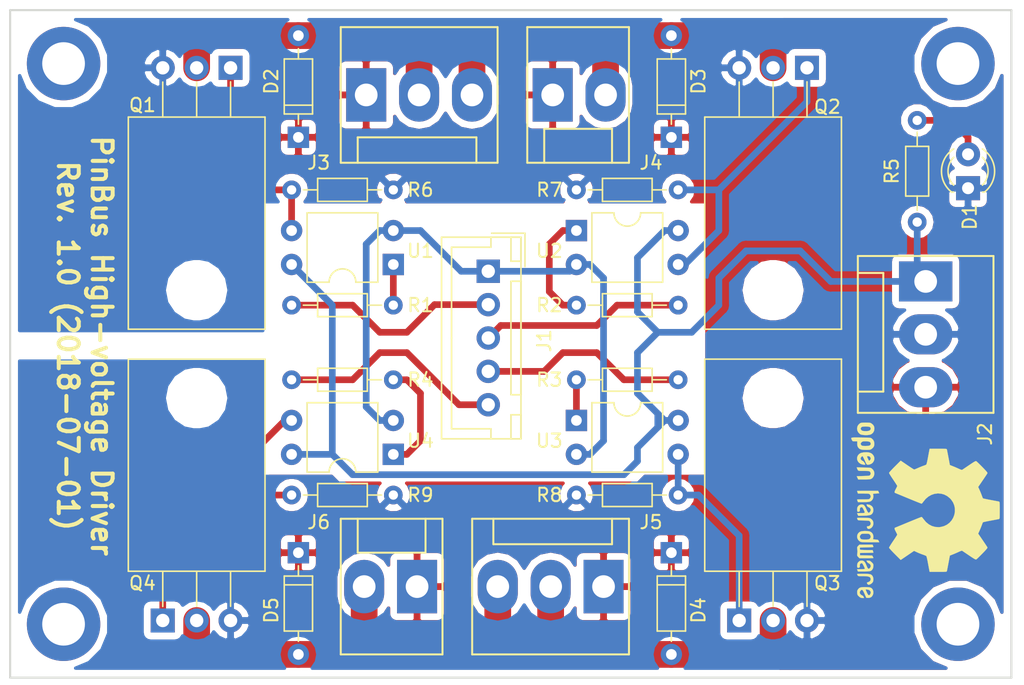
<source format=kicad_pcb>
(kicad_pcb (version 20171130) (host pcbnew "(5.0.0)")

  (general
    (thickness 1.6)
    (drawings 6)
    (tracks 130)
    (zones 0)
    (modules 33)
    (nets 22)
  )

  (page A4)
  (title_block
    (title "PinBus High-voltage Driver Board")
    (date 2018-07-01)
    (rev 1.0)
  )

  (layers
    (0 F.Cu signal)
    (31 B.Cu signal)
    (32 B.Adhes user hide)
    (33 F.Adhes user hide)
    (34 B.Paste user hide)
    (35 F.Paste user hide)
    (36 B.SilkS user hide)
    (37 F.SilkS user)
    (38 B.Mask user hide)
    (39 F.Mask user hide)
    (40 Dwgs.User user hide)
    (41 Cmts.User user hide)
    (42 Eco1.User user hide)
    (43 Eco2.User user hide)
    (44 Edge.Cuts user)
    (45 Margin user hide)
    (46 B.CrtYd user hide)
    (47 F.CrtYd user)
    (48 B.Fab user hide)
    (49 F.Fab user hide)
  )

  (setup
    (last_trace_width 0.5)
    (trace_clearance 0.2)
    (zone_clearance 0.508)
    (zone_45_only no)
    (trace_min 0.2)
    (segment_width 0.2)
    (edge_width 0.15)
    (via_size 0.6)
    (via_drill 0.4)
    (via_min_size 0.4)
    (via_min_drill 0.3)
    (uvia_size 0.3)
    (uvia_drill 0.1)
    (uvias_allowed no)
    (uvia_min_size 0.2)
    (uvia_min_drill 0.1)
    (pcb_text_width 0.3)
    (pcb_text_size 1.5 1.5)
    (mod_edge_width 0.15)
    (mod_text_size 1 1)
    (mod_text_width 0.15)
    (pad_size 5.5 5.5)
    (pad_drill 3.2)
    (pad_to_mask_clearance 0.2)
    (aux_axis_origin 16.51 16.51)
    (visible_elements 7FFEFFFF)
    (pcbplotparams
      (layerselection 0x010f0_ffffffff)
      (usegerberextensions false)
      (usegerberattributes true)
      (usegerberadvancedattributes false)
      (creategerberjobfile false)
      (excludeedgelayer false)
      (linewidth 0.100000)
      (plotframeref false)
      (viasonmask false)
      (mode 1)
      (useauxorigin false)
      (hpglpennumber 1)
      (hpglpenspeed 20)
      (hpglpendiameter 15.000000)
      (psnegative false)
      (psa4output false)
      (plotreference true)
      (plotvalue true)
      (plotinvisibletext false)
      (padsonsilk false)
      (subtractmaskfromsilk false)
      (outputformat 4)
      (mirror false)
      (drillshape 0)
      (scaleselection 1)
      (outputdirectory "output/pdf/"))
  )

  (net 0 "")
  (net 1 "Net-(D1-Pad1)")
  (net 2 "Net-(D1-Pad2)")
  (net 3 "Net-(D2-Pad1)")
  (net 4 "Net-(D2-Pad2)")
  (net 5 "Net-(D3-Pad2)")
  (net 6 "Net-(D4-Pad2)")
  (net 7 "Net-(D5-Pad2)")
  (net 8 "Net-(J1-Pad1)")
  (net 9 "Net-(J1-Pad2)")
  (net 10 "Net-(J1-Pad3)")
  (net 11 "Net-(J1-Pad4)")
  (net 12 "Net-(J1-Pad5)")
  (net 13 "Net-(J2-Pad1)")
  (net 14 "Net-(R1-Pad1)")
  (net 15 "Net-(R2-Pad1)")
  (net 16 "Net-(R3-Pad1)")
  (net 17 "Net-(R4-Pad1)")
  (net 18 "Net-(Q1-Pad1)")
  (net 19 "Net-(Q2-Pad1)")
  (net 20 "Net-(Q3-Pad1)")
  (net 21 "Net-(Q4-Pad1)")

  (net_class Default "Dit is de standaard class."
    (clearance 0.2)
    (trace_width 0.5)
    (via_dia 0.6)
    (via_drill 0.4)
    (uvia_dia 0.3)
    (uvia_drill 0.1)
    (add_net "Net-(D1-Pad1)")
    (add_net "Net-(D1-Pad2)")
    (add_net "Net-(J1-Pad1)")
    (add_net "Net-(J1-Pad2)")
    (add_net "Net-(J1-Pad3)")
    (add_net "Net-(J1-Pad4)")
    (add_net "Net-(J1-Pad5)")
    (add_net "Net-(J2-Pad1)")
    (add_net "Net-(Q1-Pad1)")
    (add_net "Net-(Q2-Pad1)")
    (add_net "Net-(Q3-Pad1)")
    (add_net "Net-(Q4-Pad1)")
    (add_net "Net-(R1-Pad1)")
    (add_net "Net-(R2-Pad1)")
    (add_net "Net-(R3-Pad1)")
    (add_net "Net-(R4-Pad1)")
  )

  (net_class "High power" ""
    (clearance 0.5)
    (trace_width 2)
    (via_dia 0.6)
    (via_drill 0.4)
    (uvia_dia 0.3)
    (uvia_drill 0.1)
    (add_net "Net-(D2-Pad1)")
    (add_net "Net-(D2-Pad2)")
    (add_net "Net-(D3-Pad2)")
    (add_net "Net-(D4-Pad2)")
    (add_net "Net-(D5-Pad2)")
  )

  (module Resistors_THT:R_Axial_DIN0204_L3.6mm_D1.6mm_P7.62mm_Horizontal (layer F.Cu) (tedit 5B36A4D7) (tstamp 5B315DED)
    (at 58.928 52.832)
    (descr "Resistor, Axial_DIN0204 series, Axial, Horizontal, pin pitch=7.62mm, 0.16666666666666666W = 1/6W, length*diameter=3.6*1.6mm^2, http://cdn-reichelt.de/documents/datenblatt/B400/1_4W%23YAG.pdf")
    (tags "Resistor Axial_DIN0204 series Axial Horizontal pin pitch 7.62mm 0.16666666666666666W = 1/6W length 3.6mm diameter 1.6mm")
    (path /5B315173)
    (fp_text reference R8 (at -2.032 0) (layer F.SilkS)
      (effects (font (size 1 1) (thickness 0.15)))
    )
    (fp_text value 1K (at 3.81 1.86) (layer F.Fab)
      (effects (font (size 1 1) (thickness 0.15)))
    )
    (fp_line (start 2.01 -0.8) (end 2.01 0.8) (layer F.Fab) (width 0.1))
    (fp_line (start 2.01 0.8) (end 5.61 0.8) (layer F.Fab) (width 0.1))
    (fp_line (start 5.61 0.8) (end 5.61 -0.8) (layer F.Fab) (width 0.1))
    (fp_line (start 5.61 -0.8) (end 2.01 -0.8) (layer F.Fab) (width 0.1))
    (fp_line (start 0 0) (end 2.01 0) (layer F.Fab) (width 0.1))
    (fp_line (start 7.62 0) (end 5.61 0) (layer F.Fab) (width 0.1))
    (fp_line (start 1.95 -0.86) (end 1.95 0.86) (layer F.SilkS) (width 0.12))
    (fp_line (start 1.95 0.86) (end 5.67 0.86) (layer F.SilkS) (width 0.12))
    (fp_line (start 5.67 0.86) (end 5.67 -0.86) (layer F.SilkS) (width 0.12))
    (fp_line (start 5.67 -0.86) (end 1.95 -0.86) (layer F.SilkS) (width 0.12))
    (fp_line (start 0.88 0) (end 1.95 0) (layer F.SilkS) (width 0.12))
    (fp_line (start 6.74 0) (end 5.67 0) (layer F.SilkS) (width 0.12))
    (fp_line (start -0.95 -1.15) (end -0.95 1.15) (layer F.CrtYd) (width 0.05))
    (fp_line (start -0.95 1.15) (end 8.6 1.15) (layer F.CrtYd) (width 0.05))
    (fp_line (start 8.6 1.15) (end 8.6 -1.15) (layer F.CrtYd) (width 0.05))
    (fp_line (start 8.6 -1.15) (end -0.95 -1.15) (layer F.CrtYd) (width 0.05))
    (pad 1 thru_hole circle (at 0 0) (size 1.4 1.4) (drill 0.7) (layers *.Cu *.Mask)
      (net 1 "Net-(D1-Pad1)"))
    (pad 2 thru_hole oval (at 7.62 0) (size 1.4 1.4) (drill 0.7) (layers *.Cu *.Mask)
      (net 20 "Net-(Q3-Pad1)"))
    (model ${KISYS3DMOD}/Resistors_THT.3dshapes/R_Axial_DIN0204_L3.6mm_D1.6mm_P7.62mm_Horizontal.wrl
      (at (xyz 0 0 0))
      (scale (xyz 0.393701 0.393701 0.393701))
      (rotate (xyz 0 0 0))
    )
  )

  (module LEDs:LED_D3.0mm (layer F.Cu) (tedit 5B36A551) (tstamp 5B315D5B)
    (at 88.265 29.845 90)
    (descr "LED, diameter 3.0mm, 2 pins")
    (tags "LED diameter 3.0mm 2 pins")
    (path /5B3164EE)
    (fp_text reference D1 (at -2.159 0.127 90) (layer F.SilkS)
      (effects (font (size 1 1) (thickness 0.15)))
    )
    (fp_text value LED (at 1.27 2.96 90) (layer F.Fab)
      (effects (font (size 1 1) (thickness 0.15)))
    )
    (fp_arc (start 1.27 0) (end -0.23 -1.16619) (angle 284.3) (layer F.Fab) (width 0.1))
    (fp_arc (start 1.27 0) (end -0.29 -1.235516) (angle 108.8) (layer F.SilkS) (width 0.12))
    (fp_arc (start 1.27 0) (end -0.29 1.235516) (angle -108.8) (layer F.SilkS) (width 0.12))
    (fp_arc (start 1.27 0) (end 0.229039 -1.08) (angle 87.9) (layer F.SilkS) (width 0.12))
    (fp_arc (start 1.27 0) (end 0.229039 1.08) (angle -87.9) (layer F.SilkS) (width 0.12))
    (fp_circle (center 1.27 0) (end 2.77 0) (layer F.Fab) (width 0.1))
    (fp_line (start -0.23 -1.16619) (end -0.23 1.16619) (layer F.Fab) (width 0.1))
    (fp_line (start -0.29 -1.236) (end -0.29 -1.08) (layer F.SilkS) (width 0.12))
    (fp_line (start -0.29 1.08) (end -0.29 1.236) (layer F.SilkS) (width 0.12))
    (fp_line (start -1.15 -2.25) (end -1.15 2.25) (layer F.CrtYd) (width 0.05))
    (fp_line (start -1.15 2.25) (end 3.7 2.25) (layer F.CrtYd) (width 0.05))
    (fp_line (start 3.7 2.25) (end 3.7 -2.25) (layer F.CrtYd) (width 0.05))
    (fp_line (start 3.7 -2.25) (end -1.15 -2.25) (layer F.CrtYd) (width 0.05))
    (pad 1 thru_hole rect (at 0 0 90) (size 1.8 1.8) (drill 0.9) (layers *.Cu *.Mask)
      (net 1 "Net-(D1-Pad1)"))
    (pad 2 thru_hole circle (at 2.54 0 90) (size 1.8 1.8) (drill 0.9) (layers *.Cu *.Mask)
      (net 2 "Net-(D1-Pad2)"))
    (model ${KISYS3DMOD}/LEDs.3dshapes/LED_D3.0mm.wrl
      (at (xyz 0 0 0))
      (scale (xyz 0.393701 0.393701 0.393701))
      (rotate (xyz 0 0 0))
    )
  )

  (module Connectors_JST:JST_XH_B05B-XH-A_05x2.50mm_Straight (layer F.Cu) (tedit 5B36A6B5) (tstamp 5B315D7C)
    (at 52.324 36.068 270)
    (descr "JST XH series connector, B05B-XH-A, top entry type, through hole")
    (tags "connector jst xh tht top vertical 2.50mm")
    (path /5B3163EB)
    (fp_text reference J1 (at 5.207 -4.191 270) (layer F.SilkS)
      (effects (font (size 1 1) (thickness 0.15)))
    )
    (fp_text value CONN_01X05 (at 5 4.5 270) (layer F.Fab)
      (effects (font (size 1 1) (thickness 0.15)))
    )
    (fp_line (start -2.45 -2.35) (end -2.45 3.4) (layer F.Fab) (width 0.1))
    (fp_line (start -2.45 3.4) (end 12.45 3.4) (layer F.Fab) (width 0.1))
    (fp_line (start 12.45 3.4) (end 12.45 -2.35) (layer F.Fab) (width 0.1))
    (fp_line (start 12.45 -2.35) (end -2.45 -2.35) (layer F.Fab) (width 0.1))
    (fp_line (start -2.95 -2.85) (end -2.95 3.9) (layer F.CrtYd) (width 0.05))
    (fp_line (start -2.95 3.9) (end 12.95 3.9) (layer F.CrtYd) (width 0.05))
    (fp_line (start 12.95 3.9) (end 12.95 -2.85) (layer F.CrtYd) (width 0.05))
    (fp_line (start 12.95 -2.85) (end -2.95 -2.85) (layer F.CrtYd) (width 0.05))
    (fp_line (start -2.55 -2.45) (end -2.55 3.5) (layer F.SilkS) (width 0.12))
    (fp_line (start -2.55 3.5) (end 12.55 3.5) (layer F.SilkS) (width 0.12))
    (fp_line (start 12.55 3.5) (end 12.55 -2.45) (layer F.SilkS) (width 0.12))
    (fp_line (start 12.55 -2.45) (end -2.55 -2.45) (layer F.SilkS) (width 0.12))
    (fp_line (start 0.75 -2.45) (end 0.75 -1.7) (layer F.SilkS) (width 0.12))
    (fp_line (start 0.75 -1.7) (end 9.25 -1.7) (layer F.SilkS) (width 0.12))
    (fp_line (start 9.25 -1.7) (end 9.25 -2.45) (layer F.SilkS) (width 0.12))
    (fp_line (start 9.25 -2.45) (end 0.75 -2.45) (layer F.SilkS) (width 0.12))
    (fp_line (start -2.55 -2.45) (end -2.55 -1.7) (layer F.SilkS) (width 0.12))
    (fp_line (start -2.55 -1.7) (end -0.75 -1.7) (layer F.SilkS) (width 0.12))
    (fp_line (start -0.75 -1.7) (end -0.75 -2.45) (layer F.SilkS) (width 0.12))
    (fp_line (start -0.75 -2.45) (end -2.55 -2.45) (layer F.SilkS) (width 0.12))
    (fp_line (start 10.75 -2.45) (end 10.75 -1.7) (layer F.SilkS) (width 0.12))
    (fp_line (start 10.75 -1.7) (end 12.55 -1.7) (layer F.SilkS) (width 0.12))
    (fp_line (start 12.55 -1.7) (end 12.55 -2.45) (layer F.SilkS) (width 0.12))
    (fp_line (start 12.55 -2.45) (end 10.75 -2.45) (layer F.SilkS) (width 0.12))
    (fp_line (start -2.55 -0.2) (end -1.8 -0.2) (layer F.SilkS) (width 0.12))
    (fp_line (start -1.8 -0.2) (end -1.8 2.75) (layer F.SilkS) (width 0.12))
    (fp_line (start -1.8 2.75) (end 5 2.75) (layer F.SilkS) (width 0.12))
    (fp_line (start 12.55 -0.2) (end 11.8 -0.2) (layer F.SilkS) (width 0.12))
    (fp_line (start 11.8 -0.2) (end 11.8 2.75) (layer F.SilkS) (width 0.12))
    (fp_line (start 11.8 2.75) (end 5 2.75) (layer F.SilkS) (width 0.12))
    (fp_line (start -0.35 -2.75) (end -2.85 -2.75) (layer F.SilkS) (width 0.12))
    (fp_line (start -2.85 -2.75) (end -2.85 -0.25) (layer F.SilkS) (width 0.12))
    (fp_line (start -0.35 -2.75) (end -2.85 -2.75) (layer F.Fab) (width 0.1))
    (fp_line (start -2.85 -2.75) (end -2.85 -0.25) (layer F.Fab) (width 0.1))
    (fp_text user %R (at 5 2.5 270) (layer F.Fab)
      (effects (font (size 1 1) (thickness 0.15)))
    )
    (pad 1 thru_hole rect (at 0 0 270) (size 1.75 1.75) (drill 1) (layers *.Cu *.Mask)
      (net 8 "Net-(J1-Pad1)"))
    (pad 2 thru_hole circle (at 2.5 0 270) (size 1.75 1.75) (drill 1) (layers *.Cu *.Mask)
      (net 9 "Net-(J1-Pad2)"))
    (pad 3 thru_hole circle (at 5 0 270) (size 1.75 1.75) (drill 1) (layers *.Cu *.Mask)
      (net 10 "Net-(J1-Pad3)"))
    (pad 4 thru_hole circle (at 7.5 0 270) (size 1.75 1.75) (drill 1) (layers *.Cu *.Mask)
      (net 11 "Net-(J1-Pad4)"))
    (pad 5 thru_hole circle (at 10 0 270) (size 1.75 1.75) (drill 1) (layers *.Cu *.Mask)
      (net 12 "Net-(J1-Pad5)"))
    (model Connectors_JST.3dshapes/JST_XH_B05B-XH-A_05x2.50mm_Straight.wrl
      (at (xyz 0 0 0))
      (scale (xyz 1 1 1))
      (rotate (xyz 0 0 0))
    )
  )

  (module Connectors_Molex:Molex_KK-41791-03_03x3.96mm_Straight (layer F.Cu) (tedit 5B36A6A1) (tstamp 5B315D83)
    (at 85.09 36.83 270)
    (descr "Connector Headers with Friction Lock, 26-60-4020, http://www.molex.com/pdm_docs/sd/026604020_sd.pdf")
    (tags "connector molex kk_41791 26-60-4020")
    (path /5B315EB2)
    (fp_text reference J2 (at 11.43 -4.445 270) (layer F.SilkS)
      (effects (font (size 1 1) (thickness 0.15)))
    )
    (fp_text value CONN_01X03 (at 3.81 6.35 270) (layer F.Fab)
      (effects (font (size 1 1) (thickness 0.15)))
    )
    (fp_line (start -2.5 -5.75) (end 10.5 -5.75) (layer F.CrtYd) (width 0.05))
    (fp_line (start 10.5 -5.75) (end 10.5 5.75) (layer F.CrtYd) (width 0.05))
    (fp_line (start 10.5 5.75) (end -2.5 5.75) (layer F.CrtYd) (width 0.05))
    (fp_line (start -2.5 5.75) (end -2.5 -5.75) (layer F.CrtYd) (width 0.05))
    (fp_text user %R (at 3.81 0 270) (layer F.Fab)
      (effects (font (size 1 1) (thickness 0.15)))
    )
    (fp_line (start -2.032 -5.207) (end 9.9695 -5.207) (layer F.Fab) (width 0.15))
    (fp_line (start 9.9695 -5.207) (end 9.9695 5.207) (layer F.Fab) (width 0.15))
    (fp_line (start 9.9695 5.207) (end -2.032 5.207) (layer F.Fab) (width 0.15))
    (fp_line (start -2.032 5.207) (end -2.032 -5.207) (layer F.Fab) (width 0.15))
    (fp_line (start -0.635 5.08) (end -0.635 3.175) (layer F.SilkS) (width 0.15))
    (fp_line (start -0.635 3.175) (end 8.255 3.175) (layer F.SilkS) (width 0.15))
    (fp_line (start 8.255 3.175) (end 8.255 5.08) (layer F.SilkS) (width 0.15))
    (fp_line (start -1.905 -5.08) (end 9.8425 -5.08) (layer F.SilkS) (width 0.15))
    (fp_line (start 9.8425 -5.08) (end 9.8425 5.08) (layer F.SilkS) (width 0.15))
    (fp_line (start 9.8425 5.08) (end -1.905 5.08) (layer F.SilkS) (width 0.15))
    (fp_line (start -1.905 5.08) (end -1.905 -5.08) (layer F.SilkS) (width 0.15))
    (pad 1 thru_hole rect (at 0 0 270) (size 3 4) (drill 1.7) (layers *.Cu *.Mask)
      (net 13 "Net-(J2-Pad1)"))
    (pad 2 thru_hole oval (at 3.9624 0 270) (size 3 4) (drill 1.7) (layers *.Cu *.Mask)
      (net 1 "Net-(D1-Pad1)"))
    (pad 3 thru_hole oval (at 7.9248 0 270) (size 3 4) (drill 1.7) (layers *.Cu *.Mask)
      (net 3 "Net-(D2-Pad1)"))
  )

  (module Connectors_Molex:Molex_KK-41791-03_03x3.96mm_Straight (layer F.Cu) (tedit 5B36A7A5) (tstamp 5B315D8A)
    (at 43.18 22.86)
    (descr "Connector Headers with Friction Lock, 26-60-4020, http://www.molex.com/pdm_docs/sd/026604020_sd.pdf")
    (tags "connector molex kk_41791 26-60-4020")
    (path /5B31622F)
    (fp_text reference J3 (at -3.556 5.08) (layer F.SilkS)
      (effects (font (size 1 1) (thickness 0.15)))
    )
    (fp_text value CONN_01X03 (at 3.81 6.35) (layer F.Fab)
      (effects (font (size 1 1) (thickness 0.15)))
    )
    (fp_line (start -2.5 -5.75) (end 10.5 -5.75) (layer F.CrtYd) (width 0.05))
    (fp_line (start 10.5 -5.75) (end 10.5 5.75) (layer F.CrtYd) (width 0.05))
    (fp_line (start 10.5 5.75) (end -2.5 5.75) (layer F.CrtYd) (width 0.05))
    (fp_line (start -2.5 5.75) (end -2.5 -5.75) (layer F.CrtYd) (width 0.05))
    (fp_text user %R (at 3.81 0) (layer F.Fab)
      (effects (font (size 1 1) (thickness 0.15)))
    )
    (fp_line (start -2.032 -5.207) (end 9.9695 -5.207) (layer F.Fab) (width 0.15))
    (fp_line (start 9.9695 -5.207) (end 9.9695 5.207) (layer F.Fab) (width 0.15))
    (fp_line (start 9.9695 5.207) (end -2.032 5.207) (layer F.Fab) (width 0.15))
    (fp_line (start -2.032 5.207) (end -2.032 -5.207) (layer F.Fab) (width 0.15))
    (fp_line (start -0.635 5.08) (end -0.635 3.175) (layer F.SilkS) (width 0.15))
    (fp_line (start -0.635 3.175) (end 8.255 3.175) (layer F.SilkS) (width 0.15))
    (fp_line (start 8.255 3.175) (end 8.255 5.08) (layer F.SilkS) (width 0.15))
    (fp_line (start -1.905 -5.08) (end 9.8425 -5.08) (layer F.SilkS) (width 0.15))
    (fp_line (start 9.8425 -5.08) (end 9.8425 5.08) (layer F.SilkS) (width 0.15))
    (fp_line (start 9.8425 5.08) (end -1.905 5.08) (layer F.SilkS) (width 0.15))
    (fp_line (start -1.905 5.08) (end -1.905 -5.08) (layer F.SilkS) (width 0.15))
    (pad 1 thru_hole rect (at 0 0) (size 3 4) (drill 1.7) (layers *.Cu *.Mask)
      (net 3 "Net-(D2-Pad1)"))
    (pad 2 thru_hole oval (at 3.9624 0) (size 3 4) (drill 1.7) (layers *.Cu *.Mask)
      (net 4 "Net-(D2-Pad2)"))
    (pad 3 thru_hole oval (at 7.9248 0) (size 3 4) (drill 1.7) (layers *.Cu *.Mask)
      (net 5 "Net-(D3-Pad2)"))
  )

  (module Connectors_Molex:Molex_KK-41791-02_02x3.96mm_Straight (layer F.Cu) (tedit 5B36A7A1) (tstamp 5B315D90)
    (at 57.15 22.86)
    (descr "Connector Headers with Friction Lock, 26-60-4020, http://www.molex.com/pdm_docs/sd/026604020_sd.pdf")
    (tags "connector molex kk_41791 26-60-4020")
    (path /5B316293)
    (fp_text reference J4 (at 7.366 5.08) (layer F.SilkS)
      (effects (font (size 1 1) (thickness 0.15)))
    )
    (fp_text value CONN_01X02 (at 3.175 6.985) (layer F.Fab)
      (effects (font (size 1 1) (thickness 0.15)))
    )
    (fp_line (start -2.5 -5.75) (end 6.25 -5.75) (layer F.CrtYd) (width 0.05))
    (fp_line (start 6.25 -5.75) (end 6.25 5.75) (layer F.CrtYd) (width 0.05))
    (fp_line (start 6.25 5.75) (end -2.5 5.75) (layer F.CrtYd) (width 0.05))
    (fp_line (start -2.5 5.75) (end -2.5 -5.75) (layer F.CrtYd) (width 0.05))
    (fp_text user %R (at 1.905 0) (layer F.Fab)
      (effects (font (size 1 1) (thickness 0.15)))
    )
    (fp_line (start -2.032 -5.207) (end 5.842 -5.207) (layer F.Fab) (width 0.15))
    (fp_line (start 5.842 -5.207) (end 5.842 5.207) (layer F.Fab) (width 0.15))
    (fp_line (start 5.842 5.207) (end -2.032 5.207) (layer F.Fab) (width 0.15))
    (fp_line (start -2.032 5.207) (end -2.032 -5.207) (layer F.Fab) (width 0.15))
    (fp_line (start -0.635 5.08) (end -0.635 2.54) (layer F.SilkS) (width 0.15))
    (fp_line (start -0.635 2.54) (end 4.445 2.54) (layer F.SilkS) (width 0.15))
    (fp_line (start 4.445 2.54) (end 4.445 5.08) (layer F.SilkS) (width 0.15))
    (fp_line (start 5.715 5.08) (end -1.905 5.08) (layer F.SilkS) (width 0.15))
    (fp_line (start -1.905 5.08) (end -1.905 -5.08) (layer F.SilkS) (width 0.15))
    (fp_line (start -1.905 -5.08) (end 5.715 -5.08) (layer F.SilkS) (width 0.15))
    (fp_line (start 5.715 -5.08) (end 5.715 5.08) (layer F.SilkS) (width 0.15))
    (pad 1 thru_hole rect (at 0 0) (size 3 4) (drill 1.7) (layers *.Cu *.Mask)
      (net 3 "Net-(D2-Pad1)"))
    (pad 2 thru_hole oval (at 3.9624 0) (size 3 4) (drill 1.7) (layers *.Cu *.Mask)
      (net 5 "Net-(D3-Pad2)"))
  )

  (module Connectors_Molex:Molex_KK-41791-03_03x3.96mm_Straight (layer F.Cu) (tedit 5B36A79D) (tstamp 5B315D97)
    (at 60.96 59.69 180)
    (descr "Connector Headers with Friction Lock, 26-60-4020, http://www.molex.com/pdm_docs/sd/026604020_sd.pdf")
    (tags "connector molex kk_41791 26-60-4020")
    (path /5B316319)
    (fp_text reference J5 (at -3.556 4.826 180) (layer F.SilkS)
      (effects (font (size 1 1) (thickness 0.15)))
    )
    (fp_text value CONN_01X03 (at 3.81 6.35 180) (layer F.Fab)
      (effects (font (size 1 1) (thickness 0.15)))
    )
    (fp_line (start -2.5 -5.75) (end 10.5 -5.75) (layer F.CrtYd) (width 0.05))
    (fp_line (start 10.5 -5.75) (end 10.5 5.75) (layer F.CrtYd) (width 0.05))
    (fp_line (start 10.5 5.75) (end -2.5 5.75) (layer F.CrtYd) (width 0.05))
    (fp_line (start -2.5 5.75) (end -2.5 -5.75) (layer F.CrtYd) (width 0.05))
    (fp_text user %R (at 3.81 0 180) (layer F.Fab)
      (effects (font (size 1 1) (thickness 0.15)))
    )
    (fp_line (start -2.032 -5.207) (end 9.9695 -5.207) (layer F.Fab) (width 0.15))
    (fp_line (start 9.9695 -5.207) (end 9.9695 5.207) (layer F.Fab) (width 0.15))
    (fp_line (start 9.9695 5.207) (end -2.032 5.207) (layer F.Fab) (width 0.15))
    (fp_line (start -2.032 5.207) (end -2.032 -5.207) (layer F.Fab) (width 0.15))
    (fp_line (start -0.635 5.08) (end -0.635 3.175) (layer F.SilkS) (width 0.15))
    (fp_line (start -0.635 3.175) (end 8.255 3.175) (layer F.SilkS) (width 0.15))
    (fp_line (start 8.255 3.175) (end 8.255 5.08) (layer F.SilkS) (width 0.15))
    (fp_line (start -1.905 -5.08) (end 9.8425 -5.08) (layer F.SilkS) (width 0.15))
    (fp_line (start 9.8425 -5.08) (end 9.8425 5.08) (layer F.SilkS) (width 0.15))
    (fp_line (start 9.8425 5.08) (end -1.905 5.08) (layer F.SilkS) (width 0.15))
    (fp_line (start -1.905 5.08) (end -1.905 -5.08) (layer F.SilkS) (width 0.15))
    (pad 1 thru_hole rect (at 0 0 180) (size 3 4) (drill 1.7) (layers *.Cu *.Mask)
      (net 3 "Net-(D2-Pad1)"))
    (pad 2 thru_hole oval (at 3.9624 0 180) (size 3 4) (drill 1.7) (layers *.Cu *.Mask)
      (net 6 "Net-(D4-Pad2)"))
    (pad 3 thru_hole oval (at 7.9248 0 180) (size 3 4) (drill 1.7) (layers *.Cu *.Mask)
      (net 7 "Net-(D5-Pad2)"))
  )

  (module Connectors_Molex:Molex_KK-41791-02_02x3.96mm_Straight (layer F.Cu) (tedit 5B36A79A) (tstamp 5B315D9D)
    (at 46.99 59.69 180)
    (descr "Connector Headers with Friction Lock, 26-60-4020, http://www.molex.com/pdm_docs/sd/026604020_sd.pdf")
    (tags "connector molex kk_41791 26-60-4020")
    (path /5B31638D)
    (fp_text reference J6 (at 7.366 4.826 180) (layer F.SilkS)
      (effects (font (size 1 1) (thickness 0.15)))
    )
    (fp_text value CONN_01X02 (at 3.175 6.985 180) (layer F.Fab)
      (effects (font (size 1 1) (thickness 0.15)))
    )
    (fp_line (start -2.5 -5.75) (end 6.25 -5.75) (layer F.CrtYd) (width 0.05))
    (fp_line (start 6.25 -5.75) (end 6.25 5.75) (layer F.CrtYd) (width 0.05))
    (fp_line (start 6.25 5.75) (end -2.5 5.75) (layer F.CrtYd) (width 0.05))
    (fp_line (start -2.5 5.75) (end -2.5 -5.75) (layer F.CrtYd) (width 0.05))
    (fp_text user %R (at 1.905 0 180) (layer F.Fab)
      (effects (font (size 1 1) (thickness 0.15)))
    )
    (fp_line (start -2.032 -5.207) (end 5.842 -5.207) (layer F.Fab) (width 0.15))
    (fp_line (start 5.842 -5.207) (end 5.842 5.207) (layer F.Fab) (width 0.15))
    (fp_line (start 5.842 5.207) (end -2.032 5.207) (layer F.Fab) (width 0.15))
    (fp_line (start -2.032 5.207) (end -2.032 -5.207) (layer F.Fab) (width 0.15))
    (fp_line (start -0.635 5.08) (end -0.635 2.54) (layer F.SilkS) (width 0.15))
    (fp_line (start -0.635 2.54) (end 4.445 2.54) (layer F.SilkS) (width 0.15))
    (fp_line (start 4.445 2.54) (end 4.445 5.08) (layer F.SilkS) (width 0.15))
    (fp_line (start 5.715 5.08) (end -1.905 5.08) (layer F.SilkS) (width 0.15))
    (fp_line (start -1.905 5.08) (end -1.905 -5.08) (layer F.SilkS) (width 0.15))
    (fp_line (start -1.905 -5.08) (end 5.715 -5.08) (layer F.SilkS) (width 0.15))
    (fp_line (start 5.715 -5.08) (end 5.715 5.08) (layer F.SilkS) (width 0.15))
    (pad 1 thru_hole rect (at 0 0 180) (size 3 4) (drill 1.7) (layers *.Cu *.Mask)
      (net 3 "Net-(D2-Pad1)"))
    (pad 2 thru_hole oval (at 3.9624 0 180) (size 3 4) (drill 1.7) (layers *.Cu *.Mask)
      (net 7 "Net-(D5-Pad2)"))
  )

  (module TO_SOT_Packages_THT:TO-220-3_Horizontal (layer F.Cu) (tedit 5B36A47B) (tstamp 5B315DA5)
    (at 33.02 20.828 180)
    (descr "TO-220-3, Horizontal, RM 2.54mm")
    (tags "TO-220-3 Horizontal RM 2.54mm")
    (path /5B314C62)
    (fp_text reference Q1 (at 6.604 -2.794 180) (layer F.SilkS)
      (effects (font (size 1 1) (thickness 0.15)))
    )
    (fp_text value Q_NMOS_DSG (at 2.54 1.9 180) (layer F.Fab)
      (effects (font (size 1 1) (thickness 0.15)))
    )
    (fp_text user %R (at 2.54 -20.58 180) (layer F.Fab)
      (effects (font (size 1 1) (thickness 0.15)))
    )
    (fp_line (start -2.46 -13.06) (end -2.46 -19.46) (layer F.Fab) (width 0.1))
    (fp_line (start -2.46 -19.46) (end 7.54 -19.46) (layer F.Fab) (width 0.1))
    (fp_line (start 7.54 -19.46) (end 7.54 -13.06) (layer F.Fab) (width 0.1))
    (fp_line (start 7.54 -13.06) (end -2.46 -13.06) (layer F.Fab) (width 0.1))
    (fp_line (start -2.46 -3.81) (end -2.46 -13.06) (layer F.Fab) (width 0.1))
    (fp_line (start -2.46 -13.06) (end 7.54 -13.06) (layer F.Fab) (width 0.1))
    (fp_line (start 7.54 -13.06) (end 7.54 -3.81) (layer F.Fab) (width 0.1))
    (fp_line (start 7.54 -3.81) (end -2.46 -3.81) (layer F.Fab) (width 0.1))
    (fp_line (start 0 -3.81) (end 0 0) (layer F.Fab) (width 0.1))
    (fp_line (start 2.54 -3.81) (end 2.54 0) (layer F.Fab) (width 0.1))
    (fp_line (start 5.08 -3.81) (end 5.08 0) (layer F.Fab) (width 0.1))
    (fp_line (start -2.58 -3.69) (end 7.66 -3.69) (layer F.SilkS) (width 0.12))
    (fp_line (start -2.58 -19.58) (end 7.66 -19.58) (layer F.SilkS) (width 0.12))
    (fp_line (start -2.58 -19.58) (end -2.58 -3.69) (layer F.SilkS) (width 0.12))
    (fp_line (start 7.66 -19.58) (end 7.66 -3.69) (layer F.SilkS) (width 0.12))
    (fp_line (start 0 -3.69) (end 0 -1.05) (layer F.SilkS) (width 0.12))
    (fp_line (start 2.54 -3.69) (end 2.54 -1.066) (layer F.SilkS) (width 0.12))
    (fp_line (start 5.08 -3.69) (end 5.08 -1.066) (layer F.SilkS) (width 0.12))
    (fp_line (start -2.71 -19.71) (end -2.71 1.15) (layer F.CrtYd) (width 0.05))
    (fp_line (start -2.71 1.15) (end 7.79 1.15) (layer F.CrtYd) (width 0.05))
    (fp_line (start 7.79 1.15) (end 7.79 -19.71) (layer F.CrtYd) (width 0.05))
    (fp_line (start 7.79 -19.71) (end -2.71 -19.71) (layer F.CrtYd) (width 0.05))
    (fp_circle (center 2.54 -16.66) (end 4.39 -16.66) (layer F.Fab) (width 0.1))
    (pad 0 np_thru_hole oval (at 2.54 -16.66 180) (size 3.5 3.5) (drill 3.5) (layers *.Cu *.Mask))
    (pad 1 thru_hole rect (at 0 0 180) (size 1.8 1.8) (drill 1) (layers *.Cu *.Mask)
      (net 18 "Net-(Q1-Pad1)"))
    (pad 2 thru_hole oval (at 2.54 0 180) (size 1.8 1.8) (drill 1) (layers *.Cu *.Mask)
      (net 4 "Net-(D2-Pad2)"))
    (pad 3 thru_hole oval (at 5.08 0 180) (size 1.8 1.8) (drill 1) (layers *.Cu *.Mask)
      (net 1 "Net-(D1-Pad1)"))
    (model ${KISYS3DMOD}/TO_SOT_Packages_THT.3dshapes/TO-220-3_Horizontal.wrl
      (offset (xyz 2.539999961853027 0 0))
      (scale (xyz 0.393701 0.393701 0.393701))
      (rotate (xyz 0 0 0))
    )
  )

  (module TO_SOT_Packages_THT:TO-220-3_Horizontal (layer F.Cu) (tedit 5B36A475) (tstamp 5B315DAD)
    (at 76.2 20.828 180)
    (descr "TO-220-3, Horizontal, RM 2.54mm")
    (tags "TO-220-3 Horizontal RM 2.54mm")
    (path /5B314CC6)
    (fp_text reference Q2 (at -1.524 -2.921 180) (layer F.SilkS)
      (effects (font (size 1 1) (thickness 0.15)))
    )
    (fp_text value Q_NMOS_DSG (at 2.54 1.9 180) (layer F.Fab)
      (effects (font (size 1 1) (thickness 0.15)))
    )
    (fp_text user %R (at 2.54 -20.58 180) (layer F.Fab)
      (effects (font (size 1 1) (thickness 0.15)))
    )
    (fp_line (start -2.46 -13.06) (end -2.46 -19.46) (layer F.Fab) (width 0.1))
    (fp_line (start -2.46 -19.46) (end 7.54 -19.46) (layer F.Fab) (width 0.1))
    (fp_line (start 7.54 -19.46) (end 7.54 -13.06) (layer F.Fab) (width 0.1))
    (fp_line (start 7.54 -13.06) (end -2.46 -13.06) (layer F.Fab) (width 0.1))
    (fp_line (start -2.46 -3.81) (end -2.46 -13.06) (layer F.Fab) (width 0.1))
    (fp_line (start -2.46 -13.06) (end 7.54 -13.06) (layer F.Fab) (width 0.1))
    (fp_line (start 7.54 -13.06) (end 7.54 -3.81) (layer F.Fab) (width 0.1))
    (fp_line (start 7.54 -3.81) (end -2.46 -3.81) (layer F.Fab) (width 0.1))
    (fp_line (start 0 -3.81) (end 0 0) (layer F.Fab) (width 0.1))
    (fp_line (start 2.54 -3.81) (end 2.54 0) (layer F.Fab) (width 0.1))
    (fp_line (start 5.08 -3.81) (end 5.08 0) (layer F.Fab) (width 0.1))
    (fp_line (start -2.58 -3.69) (end 7.66 -3.69) (layer F.SilkS) (width 0.12))
    (fp_line (start -2.58 -19.58) (end 7.66 -19.58) (layer F.SilkS) (width 0.12))
    (fp_line (start -2.58 -19.58) (end -2.58 -3.69) (layer F.SilkS) (width 0.12))
    (fp_line (start 7.66 -19.58) (end 7.66 -3.69) (layer F.SilkS) (width 0.12))
    (fp_line (start 0 -3.69) (end 0 -1.05) (layer F.SilkS) (width 0.12))
    (fp_line (start 2.54 -3.69) (end 2.54 -1.066) (layer F.SilkS) (width 0.12))
    (fp_line (start 5.08 -3.69) (end 5.08 -1.066) (layer F.SilkS) (width 0.12))
    (fp_line (start -2.71 -19.71) (end -2.71 1.15) (layer F.CrtYd) (width 0.05))
    (fp_line (start -2.71 1.15) (end 7.79 1.15) (layer F.CrtYd) (width 0.05))
    (fp_line (start 7.79 1.15) (end 7.79 -19.71) (layer F.CrtYd) (width 0.05))
    (fp_line (start 7.79 -19.71) (end -2.71 -19.71) (layer F.CrtYd) (width 0.05))
    (fp_circle (center 2.54 -16.66) (end 4.39 -16.66) (layer F.Fab) (width 0.1))
    (pad 0 np_thru_hole oval (at 2.54 -16.66 180) (size 3.5 3.5) (drill 3.5) (layers *.Cu *.Mask))
    (pad 1 thru_hole rect (at 0 0 180) (size 1.8 1.8) (drill 1) (layers *.Cu *.Mask)
      (net 19 "Net-(Q2-Pad1)"))
    (pad 2 thru_hole oval (at 2.54 0 180) (size 1.8 1.8) (drill 1) (layers *.Cu *.Mask)
      (net 5 "Net-(D3-Pad2)"))
    (pad 3 thru_hole oval (at 5.08 0 180) (size 1.8 1.8) (drill 1) (layers *.Cu *.Mask)
      (net 1 "Net-(D1-Pad1)"))
    (model ${KISYS3DMOD}/TO_SOT_Packages_THT.3dshapes/TO-220-3_Horizontal.wrl
      (offset (xyz 2.539999961853027 0 0))
      (scale (xyz 0.393701 0.393701 0.393701))
      (rotate (xyz 0 0 0))
    )
  )

  (module TO_SOT_Packages_THT:TO-220-3_Horizontal (layer F.Cu) (tedit 5B36A478) (tstamp 5B315DB5)
    (at 71.12 62.23)
    (descr "TO-220-3, Horizontal, RM 2.54mm")
    (tags "TO-220-3 Horizontal RM 2.54mm")
    (path /5B314CF4)
    (fp_text reference Q3 (at 6.604 -2.794) (layer F.SilkS)
      (effects (font (size 1 1) (thickness 0.15)))
    )
    (fp_text value Q_NMOS_DSG (at 2.54 1.9) (layer F.Fab)
      (effects (font (size 1 1) (thickness 0.15)))
    )
    (fp_text user %R (at 2.54 -20.58) (layer F.Fab)
      (effects (font (size 1 1) (thickness 0.15)))
    )
    (fp_line (start -2.46 -13.06) (end -2.46 -19.46) (layer F.Fab) (width 0.1))
    (fp_line (start -2.46 -19.46) (end 7.54 -19.46) (layer F.Fab) (width 0.1))
    (fp_line (start 7.54 -19.46) (end 7.54 -13.06) (layer F.Fab) (width 0.1))
    (fp_line (start 7.54 -13.06) (end -2.46 -13.06) (layer F.Fab) (width 0.1))
    (fp_line (start -2.46 -3.81) (end -2.46 -13.06) (layer F.Fab) (width 0.1))
    (fp_line (start -2.46 -13.06) (end 7.54 -13.06) (layer F.Fab) (width 0.1))
    (fp_line (start 7.54 -13.06) (end 7.54 -3.81) (layer F.Fab) (width 0.1))
    (fp_line (start 7.54 -3.81) (end -2.46 -3.81) (layer F.Fab) (width 0.1))
    (fp_line (start 0 -3.81) (end 0 0) (layer F.Fab) (width 0.1))
    (fp_line (start 2.54 -3.81) (end 2.54 0) (layer F.Fab) (width 0.1))
    (fp_line (start 5.08 -3.81) (end 5.08 0) (layer F.Fab) (width 0.1))
    (fp_line (start -2.58 -3.69) (end 7.66 -3.69) (layer F.SilkS) (width 0.12))
    (fp_line (start -2.58 -19.58) (end 7.66 -19.58) (layer F.SilkS) (width 0.12))
    (fp_line (start -2.58 -19.58) (end -2.58 -3.69) (layer F.SilkS) (width 0.12))
    (fp_line (start 7.66 -19.58) (end 7.66 -3.69) (layer F.SilkS) (width 0.12))
    (fp_line (start 0 -3.69) (end 0 -1.05) (layer F.SilkS) (width 0.12))
    (fp_line (start 2.54 -3.69) (end 2.54 -1.066) (layer F.SilkS) (width 0.12))
    (fp_line (start 5.08 -3.69) (end 5.08 -1.066) (layer F.SilkS) (width 0.12))
    (fp_line (start -2.71 -19.71) (end -2.71 1.15) (layer F.CrtYd) (width 0.05))
    (fp_line (start -2.71 1.15) (end 7.79 1.15) (layer F.CrtYd) (width 0.05))
    (fp_line (start 7.79 1.15) (end 7.79 -19.71) (layer F.CrtYd) (width 0.05))
    (fp_line (start 7.79 -19.71) (end -2.71 -19.71) (layer F.CrtYd) (width 0.05))
    (fp_circle (center 2.54 -16.66) (end 4.39 -16.66) (layer F.Fab) (width 0.1))
    (pad 0 np_thru_hole oval (at 2.54 -16.66) (size 3.5 3.5) (drill 3.5) (layers *.Cu *.Mask))
    (pad 1 thru_hole rect (at 0 0) (size 1.8 1.8) (drill 1) (layers *.Cu *.Mask)
      (net 20 "Net-(Q3-Pad1)"))
    (pad 2 thru_hole oval (at 2.54 0) (size 1.8 1.8) (drill 1) (layers *.Cu *.Mask)
      (net 6 "Net-(D4-Pad2)"))
    (pad 3 thru_hole oval (at 5.08 0) (size 1.8 1.8) (drill 1) (layers *.Cu *.Mask)
      (net 1 "Net-(D1-Pad1)"))
    (model ${KISYS3DMOD}/TO_SOT_Packages_THT.3dshapes/TO-220-3_Horizontal.wrl
      (offset (xyz 2.539999961853027 0 0))
      (scale (xyz 0.393701 0.393701 0.393701))
      (rotate (xyz 0 0 0))
    )
  )

  (module TO_SOT_Packages_THT:TO-220-3_Horizontal (layer F.Cu) (tedit 5B36A47E) (tstamp 5B315DBD)
    (at 27.94 62.23)
    (descr "TO-220-3, Horizontal, RM 2.54mm")
    (tags "TO-220-3 Horizontal RM 2.54mm")
    (path /5B314D21)
    (fp_text reference Q4 (at -1.524 -2.794) (layer F.SilkS)
      (effects (font (size 1 1) (thickness 0.15)))
    )
    (fp_text value Q_NMOS_DSG (at 2.54 1.9) (layer F.Fab)
      (effects (font (size 1 1) (thickness 0.15)))
    )
    (fp_text user %R (at 2.54 -20.58) (layer F.Fab)
      (effects (font (size 1 1) (thickness 0.15)))
    )
    (fp_line (start -2.46 -13.06) (end -2.46 -19.46) (layer F.Fab) (width 0.1))
    (fp_line (start -2.46 -19.46) (end 7.54 -19.46) (layer F.Fab) (width 0.1))
    (fp_line (start 7.54 -19.46) (end 7.54 -13.06) (layer F.Fab) (width 0.1))
    (fp_line (start 7.54 -13.06) (end -2.46 -13.06) (layer F.Fab) (width 0.1))
    (fp_line (start -2.46 -3.81) (end -2.46 -13.06) (layer F.Fab) (width 0.1))
    (fp_line (start -2.46 -13.06) (end 7.54 -13.06) (layer F.Fab) (width 0.1))
    (fp_line (start 7.54 -13.06) (end 7.54 -3.81) (layer F.Fab) (width 0.1))
    (fp_line (start 7.54 -3.81) (end -2.46 -3.81) (layer F.Fab) (width 0.1))
    (fp_line (start 0 -3.81) (end 0 0) (layer F.Fab) (width 0.1))
    (fp_line (start 2.54 -3.81) (end 2.54 0) (layer F.Fab) (width 0.1))
    (fp_line (start 5.08 -3.81) (end 5.08 0) (layer F.Fab) (width 0.1))
    (fp_line (start -2.58 -3.69) (end 7.66 -3.69) (layer F.SilkS) (width 0.12))
    (fp_line (start -2.58 -19.58) (end 7.66 -19.58) (layer F.SilkS) (width 0.12))
    (fp_line (start -2.58 -19.58) (end -2.58 -3.69) (layer F.SilkS) (width 0.12))
    (fp_line (start 7.66 -19.58) (end 7.66 -3.69) (layer F.SilkS) (width 0.12))
    (fp_line (start 0 -3.69) (end 0 -1.05) (layer F.SilkS) (width 0.12))
    (fp_line (start 2.54 -3.69) (end 2.54 -1.066) (layer F.SilkS) (width 0.12))
    (fp_line (start 5.08 -3.69) (end 5.08 -1.066) (layer F.SilkS) (width 0.12))
    (fp_line (start -2.71 -19.71) (end -2.71 1.15) (layer F.CrtYd) (width 0.05))
    (fp_line (start -2.71 1.15) (end 7.79 1.15) (layer F.CrtYd) (width 0.05))
    (fp_line (start 7.79 1.15) (end 7.79 -19.71) (layer F.CrtYd) (width 0.05))
    (fp_line (start 7.79 -19.71) (end -2.71 -19.71) (layer F.CrtYd) (width 0.05))
    (fp_circle (center 2.54 -16.66) (end 4.39 -16.66) (layer F.Fab) (width 0.1))
    (pad 0 np_thru_hole oval (at 2.54 -16.66) (size 3.5 3.5) (drill 3.5) (layers *.Cu *.Mask))
    (pad 1 thru_hole rect (at 0 0) (size 1.8 1.8) (drill 1) (layers *.Cu *.Mask)
      (net 21 "Net-(Q4-Pad1)"))
    (pad 2 thru_hole oval (at 2.54 0) (size 1.8 1.8) (drill 1) (layers *.Cu *.Mask)
      (net 7 "Net-(D5-Pad2)"))
    (pad 3 thru_hole oval (at 5.08 0) (size 1.8 1.8) (drill 1) (layers *.Cu *.Mask)
      (net 1 "Net-(D1-Pad1)"))
    (model ${KISYS3DMOD}/TO_SOT_Packages_THT.3dshapes/TO-220-3_Horizontal.wrl
      (offset (xyz 2.539999961853027 0 0))
      (scale (xyz 0.393701 0.393701 0.393701))
      (rotate (xyz 0 0 0))
    )
  )

  (module Resistors_THT:R_Axial_DIN0204_L3.6mm_D1.6mm_P7.62mm_Horizontal (layer F.Cu) (tedit 5B36A4A4) (tstamp 5B315DC3)
    (at 45.212 38.608 180)
    (descr "Resistor, Axial_DIN0204 series, Axial, Horizontal, pin pitch=7.62mm, 0.16666666666666666W = 1/6W, length*diameter=3.6*1.6mm^2, http://cdn-reichelt.de/documents/datenblatt/B400/1_4W%23YAG.pdf")
    (tags "Resistor Axial_DIN0204 series Axial Horizontal pin pitch 7.62mm 0.16666666666666666W = 1/6W length 3.6mm diameter 1.6mm")
    (path /5B31522C)
    (fp_text reference R1 (at -2.032 0 180) (layer F.SilkS)
      (effects (font (size 1 1) (thickness 0.15)))
    )
    (fp_text value 51R (at 3.81 1.86 180) (layer F.Fab)
      (effects (font (size 1 1) (thickness 0.15)))
    )
    (fp_line (start 2.01 -0.8) (end 2.01 0.8) (layer F.Fab) (width 0.1))
    (fp_line (start 2.01 0.8) (end 5.61 0.8) (layer F.Fab) (width 0.1))
    (fp_line (start 5.61 0.8) (end 5.61 -0.8) (layer F.Fab) (width 0.1))
    (fp_line (start 5.61 -0.8) (end 2.01 -0.8) (layer F.Fab) (width 0.1))
    (fp_line (start 0 0) (end 2.01 0) (layer F.Fab) (width 0.1))
    (fp_line (start 7.62 0) (end 5.61 0) (layer F.Fab) (width 0.1))
    (fp_line (start 1.95 -0.86) (end 1.95 0.86) (layer F.SilkS) (width 0.12))
    (fp_line (start 1.95 0.86) (end 5.67 0.86) (layer F.SilkS) (width 0.12))
    (fp_line (start 5.67 0.86) (end 5.67 -0.86) (layer F.SilkS) (width 0.12))
    (fp_line (start 5.67 -0.86) (end 1.95 -0.86) (layer F.SilkS) (width 0.12))
    (fp_line (start 0.88 0) (end 1.95 0) (layer F.SilkS) (width 0.12))
    (fp_line (start 6.74 0) (end 5.67 0) (layer F.SilkS) (width 0.12))
    (fp_line (start -0.95 -1.15) (end -0.95 1.15) (layer F.CrtYd) (width 0.05))
    (fp_line (start -0.95 1.15) (end 8.6 1.15) (layer F.CrtYd) (width 0.05))
    (fp_line (start 8.6 1.15) (end 8.6 -1.15) (layer F.CrtYd) (width 0.05))
    (fp_line (start 8.6 -1.15) (end -0.95 -1.15) (layer F.CrtYd) (width 0.05))
    (pad 1 thru_hole circle (at 0 0 180) (size 1.4 1.4) (drill 0.7) (layers *.Cu *.Mask)
      (net 14 "Net-(R1-Pad1)"))
    (pad 2 thru_hole oval (at 7.62 0 180) (size 1.4 1.4) (drill 0.7) (layers *.Cu *.Mask)
      (net 9 "Net-(J1-Pad2)"))
    (model ${KISYS3DMOD}/Resistors_THT.3dshapes/R_Axial_DIN0204_L3.6mm_D1.6mm_P7.62mm_Horizontal.wrl
      (at (xyz 0 0 0))
      (scale (xyz 0.393701 0.393701 0.393701))
      (rotate (xyz 0 0 0))
    )
  )

  (module Resistors_THT:R_Axial_DIN0204_L3.6mm_D1.6mm_P7.62mm_Horizontal (layer F.Cu) (tedit 5B36A4BB) (tstamp 5B315DC9)
    (at 58.928 38.608)
    (descr "Resistor, Axial_DIN0204 series, Axial, Horizontal, pin pitch=7.62mm, 0.16666666666666666W = 1/6W, length*diameter=3.6*1.6mm^2, http://cdn-reichelt.de/documents/datenblatt/B400/1_4W%23YAG.pdf")
    (tags "Resistor Axial_DIN0204 series Axial Horizontal pin pitch 7.62mm 0.16666666666666666W = 1/6W length 3.6mm diameter 1.6mm")
    (path /5B3152B7)
    (fp_text reference R2 (at -2.032 0) (layer F.SilkS)
      (effects (font (size 1 1) (thickness 0.15)))
    )
    (fp_text value 51R (at 3.81 1.86) (layer F.Fab)
      (effects (font (size 1 1) (thickness 0.15)))
    )
    (fp_line (start 2.01 -0.8) (end 2.01 0.8) (layer F.Fab) (width 0.1))
    (fp_line (start 2.01 0.8) (end 5.61 0.8) (layer F.Fab) (width 0.1))
    (fp_line (start 5.61 0.8) (end 5.61 -0.8) (layer F.Fab) (width 0.1))
    (fp_line (start 5.61 -0.8) (end 2.01 -0.8) (layer F.Fab) (width 0.1))
    (fp_line (start 0 0) (end 2.01 0) (layer F.Fab) (width 0.1))
    (fp_line (start 7.62 0) (end 5.61 0) (layer F.Fab) (width 0.1))
    (fp_line (start 1.95 -0.86) (end 1.95 0.86) (layer F.SilkS) (width 0.12))
    (fp_line (start 1.95 0.86) (end 5.67 0.86) (layer F.SilkS) (width 0.12))
    (fp_line (start 5.67 0.86) (end 5.67 -0.86) (layer F.SilkS) (width 0.12))
    (fp_line (start 5.67 -0.86) (end 1.95 -0.86) (layer F.SilkS) (width 0.12))
    (fp_line (start 0.88 0) (end 1.95 0) (layer F.SilkS) (width 0.12))
    (fp_line (start 6.74 0) (end 5.67 0) (layer F.SilkS) (width 0.12))
    (fp_line (start -0.95 -1.15) (end -0.95 1.15) (layer F.CrtYd) (width 0.05))
    (fp_line (start -0.95 1.15) (end 8.6 1.15) (layer F.CrtYd) (width 0.05))
    (fp_line (start 8.6 1.15) (end 8.6 -1.15) (layer F.CrtYd) (width 0.05))
    (fp_line (start 8.6 -1.15) (end -0.95 -1.15) (layer F.CrtYd) (width 0.05))
    (pad 1 thru_hole circle (at 0 0) (size 1.4 1.4) (drill 0.7) (layers *.Cu *.Mask)
      (net 15 "Net-(R2-Pad1)"))
    (pad 2 thru_hole oval (at 7.62 0) (size 1.4 1.4) (drill 0.7) (layers *.Cu *.Mask)
      (net 10 "Net-(J1-Pad3)"))
    (model ${KISYS3DMOD}/Resistors_THT.3dshapes/R_Axial_DIN0204_L3.6mm_D1.6mm_P7.62mm_Horizontal.wrl
      (at (xyz 0 0 0))
      (scale (xyz 0.393701 0.393701 0.393701))
      (rotate (xyz 0 0 0))
    )
  )

  (module Resistors_THT:R_Axial_DIN0204_L3.6mm_D1.6mm_P7.62mm_Horizontal (layer F.Cu) (tedit 5B36A4D0) (tstamp 5B315DCF)
    (at 58.928 44.196)
    (descr "Resistor, Axial_DIN0204 series, Axial, Horizontal, pin pitch=7.62mm, 0.16666666666666666W = 1/6W, length*diameter=3.6*1.6mm^2, http://cdn-reichelt.de/documents/datenblatt/B400/1_4W%23YAG.pdf")
    (tags "Resistor Axial_DIN0204 series Axial Horizontal pin pitch 7.62mm 0.16666666666666666W = 1/6W length 3.6mm diameter 1.6mm")
    (path /5B315311)
    (fp_text reference R3 (at -2.032 0) (layer F.SilkS)
      (effects (font (size 1 1) (thickness 0.15)))
    )
    (fp_text value 51R (at 3.81 1.86) (layer F.Fab)
      (effects (font (size 1 1) (thickness 0.15)))
    )
    (fp_line (start 2.01 -0.8) (end 2.01 0.8) (layer F.Fab) (width 0.1))
    (fp_line (start 2.01 0.8) (end 5.61 0.8) (layer F.Fab) (width 0.1))
    (fp_line (start 5.61 0.8) (end 5.61 -0.8) (layer F.Fab) (width 0.1))
    (fp_line (start 5.61 -0.8) (end 2.01 -0.8) (layer F.Fab) (width 0.1))
    (fp_line (start 0 0) (end 2.01 0) (layer F.Fab) (width 0.1))
    (fp_line (start 7.62 0) (end 5.61 0) (layer F.Fab) (width 0.1))
    (fp_line (start 1.95 -0.86) (end 1.95 0.86) (layer F.SilkS) (width 0.12))
    (fp_line (start 1.95 0.86) (end 5.67 0.86) (layer F.SilkS) (width 0.12))
    (fp_line (start 5.67 0.86) (end 5.67 -0.86) (layer F.SilkS) (width 0.12))
    (fp_line (start 5.67 -0.86) (end 1.95 -0.86) (layer F.SilkS) (width 0.12))
    (fp_line (start 0.88 0) (end 1.95 0) (layer F.SilkS) (width 0.12))
    (fp_line (start 6.74 0) (end 5.67 0) (layer F.SilkS) (width 0.12))
    (fp_line (start -0.95 -1.15) (end -0.95 1.15) (layer F.CrtYd) (width 0.05))
    (fp_line (start -0.95 1.15) (end 8.6 1.15) (layer F.CrtYd) (width 0.05))
    (fp_line (start 8.6 1.15) (end 8.6 -1.15) (layer F.CrtYd) (width 0.05))
    (fp_line (start 8.6 -1.15) (end -0.95 -1.15) (layer F.CrtYd) (width 0.05))
    (pad 1 thru_hole circle (at 0 0) (size 1.4 1.4) (drill 0.7) (layers *.Cu *.Mask)
      (net 16 "Net-(R3-Pad1)"))
    (pad 2 thru_hole oval (at 7.62 0) (size 1.4 1.4) (drill 0.7) (layers *.Cu *.Mask)
      (net 11 "Net-(J1-Pad4)"))
    (model ${KISYS3DMOD}/Resistors_THT.3dshapes/R_Axial_DIN0204_L3.6mm_D1.6mm_P7.62mm_Horizontal.wrl
      (at (xyz 0 0 0))
      (scale (xyz 0.393701 0.393701 0.393701))
      (rotate (xyz 0 0 0))
    )
  )

  (module Resistors_THT:R_Axial_DIN0204_L3.6mm_D1.6mm_P7.62mm_Horizontal (layer F.Cu) (tedit 5B36A528) (tstamp 5B315DD5)
    (at 45.212 44.196 180)
    (descr "Resistor, Axial_DIN0204 series, Axial, Horizontal, pin pitch=7.62mm, 0.16666666666666666W = 1/6W, length*diameter=3.6*1.6mm^2, http://cdn-reichelt.de/documents/datenblatt/B400/1_4W%23YAG.pdf")
    (tags "Resistor Axial_DIN0204 series Axial Horizontal pin pitch 7.62mm 0.16666666666666666W = 1/6W length 3.6mm diameter 1.6mm")
    (path /5B31536C)
    (fp_text reference R4 (at -2.032 0 180) (layer F.SilkS)
      (effects (font (size 1 1) (thickness 0.15)))
    )
    (fp_text value 51R (at 3.81 1.86 180) (layer F.Fab)
      (effects (font (size 1 1) (thickness 0.15)))
    )
    (fp_line (start 2.01 -0.8) (end 2.01 0.8) (layer F.Fab) (width 0.1))
    (fp_line (start 2.01 0.8) (end 5.61 0.8) (layer F.Fab) (width 0.1))
    (fp_line (start 5.61 0.8) (end 5.61 -0.8) (layer F.Fab) (width 0.1))
    (fp_line (start 5.61 -0.8) (end 2.01 -0.8) (layer F.Fab) (width 0.1))
    (fp_line (start 0 0) (end 2.01 0) (layer F.Fab) (width 0.1))
    (fp_line (start 7.62 0) (end 5.61 0) (layer F.Fab) (width 0.1))
    (fp_line (start 1.95 -0.86) (end 1.95 0.86) (layer F.SilkS) (width 0.12))
    (fp_line (start 1.95 0.86) (end 5.67 0.86) (layer F.SilkS) (width 0.12))
    (fp_line (start 5.67 0.86) (end 5.67 -0.86) (layer F.SilkS) (width 0.12))
    (fp_line (start 5.67 -0.86) (end 1.95 -0.86) (layer F.SilkS) (width 0.12))
    (fp_line (start 0.88 0) (end 1.95 0) (layer F.SilkS) (width 0.12))
    (fp_line (start 6.74 0) (end 5.67 0) (layer F.SilkS) (width 0.12))
    (fp_line (start -0.95 -1.15) (end -0.95 1.15) (layer F.CrtYd) (width 0.05))
    (fp_line (start -0.95 1.15) (end 8.6 1.15) (layer F.CrtYd) (width 0.05))
    (fp_line (start 8.6 1.15) (end 8.6 -1.15) (layer F.CrtYd) (width 0.05))
    (fp_line (start 8.6 -1.15) (end -0.95 -1.15) (layer F.CrtYd) (width 0.05))
    (pad 1 thru_hole circle (at 0 0 180) (size 1.4 1.4) (drill 0.7) (layers *.Cu *.Mask)
      (net 17 "Net-(R4-Pad1)"))
    (pad 2 thru_hole oval (at 7.62 0 180) (size 1.4 1.4) (drill 0.7) (layers *.Cu *.Mask)
      (net 12 "Net-(J1-Pad5)"))
    (model ${KISYS3DMOD}/Resistors_THT.3dshapes/R_Axial_DIN0204_L3.6mm_D1.6mm_P7.62mm_Horizontal.wrl
      (at (xyz 0 0 0))
      (scale (xyz 0.393701 0.393701 0.393701))
      (rotate (xyz 0 0 0))
    )
  )

  (module Resistors_THT:R_Axial_DIN0204_L3.6mm_D1.6mm_P7.62mm_Horizontal (layer F.Cu) (tedit 5B36A563) (tstamp 5B315DDB)
    (at 84.455 24.765 270)
    (descr "Resistor, Axial_DIN0204 series, Axial, Horizontal, pin pitch=7.62mm, 0.16666666666666666W = 1/6W, length*diameter=3.6*1.6mm^2, http://cdn-reichelt.de/documents/datenblatt/B400/1_4W%23YAG.pdf")
    (tags "Resistor Axial_DIN0204 series Axial Horizontal pin pitch 7.62mm 0.16666666666666666W = 1/6W length 3.6mm diameter 1.6mm")
    (path /5B316468)
    (fp_text reference R5 (at 3.81 1.905 270) (layer F.SilkS)
      (effects (font (size 1 1) (thickness 0.15)))
    )
    (fp_text value 470 (at 3.81 1.86 270) (layer F.Fab)
      (effects (font (size 1 1) (thickness 0.15)))
    )
    (fp_line (start 2.01 -0.8) (end 2.01 0.8) (layer F.Fab) (width 0.1))
    (fp_line (start 2.01 0.8) (end 5.61 0.8) (layer F.Fab) (width 0.1))
    (fp_line (start 5.61 0.8) (end 5.61 -0.8) (layer F.Fab) (width 0.1))
    (fp_line (start 5.61 -0.8) (end 2.01 -0.8) (layer F.Fab) (width 0.1))
    (fp_line (start 0 0) (end 2.01 0) (layer F.Fab) (width 0.1))
    (fp_line (start 7.62 0) (end 5.61 0) (layer F.Fab) (width 0.1))
    (fp_line (start 1.95 -0.86) (end 1.95 0.86) (layer F.SilkS) (width 0.12))
    (fp_line (start 1.95 0.86) (end 5.67 0.86) (layer F.SilkS) (width 0.12))
    (fp_line (start 5.67 0.86) (end 5.67 -0.86) (layer F.SilkS) (width 0.12))
    (fp_line (start 5.67 -0.86) (end 1.95 -0.86) (layer F.SilkS) (width 0.12))
    (fp_line (start 0.88 0) (end 1.95 0) (layer F.SilkS) (width 0.12))
    (fp_line (start 6.74 0) (end 5.67 0) (layer F.SilkS) (width 0.12))
    (fp_line (start -0.95 -1.15) (end -0.95 1.15) (layer F.CrtYd) (width 0.05))
    (fp_line (start -0.95 1.15) (end 8.6 1.15) (layer F.CrtYd) (width 0.05))
    (fp_line (start 8.6 1.15) (end 8.6 -1.15) (layer F.CrtYd) (width 0.05))
    (fp_line (start 8.6 -1.15) (end -0.95 -1.15) (layer F.CrtYd) (width 0.05))
    (pad 1 thru_hole circle (at 0 0 270) (size 1.4 1.4) (drill 0.7) (layers *.Cu *.Mask)
      (net 2 "Net-(D1-Pad2)"))
    (pad 2 thru_hole oval (at 7.62 0 270) (size 1.4 1.4) (drill 0.7) (layers *.Cu *.Mask)
      (net 13 "Net-(J2-Pad1)"))
    (model ${KISYS3DMOD}/Resistors_THT.3dshapes/R_Axial_DIN0204_L3.6mm_D1.6mm_P7.62mm_Horizontal.wrl
      (at (xyz 0 0 0))
      (scale (xyz 0.393701 0.393701 0.393701))
      (rotate (xyz 0 0 0))
    )
  )

  (module Resistors_THT:R_Axial_DIN0204_L3.6mm_D1.6mm_P7.62mm_Horizontal (layer F.Cu) (tedit 5B36A4A1) (tstamp 5B315DE1)
    (at 45.212 29.972 180)
    (descr "Resistor, Axial_DIN0204 series, Axial, Horizontal, pin pitch=7.62mm, 0.16666666666666666W = 1/6W, length*diameter=3.6*1.6mm^2, http://cdn-reichelt.de/documents/datenblatt/B400/1_4W%23YAG.pdf")
    (tags "Resistor Axial_DIN0204 series Axial Horizontal pin pitch 7.62mm 0.16666666666666666W = 1/6W length 3.6mm diameter 1.6mm")
    (path /5B315081)
    (fp_text reference R6 (at -2.032 0 180) (layer F.SilkS)
      (effects (font (size 1 1) (thickness 0.15)))
    )
    (fp_text value 1K (at 3.81 1.86 180) (layer F.Fab)
      (effects (font (size 1 1) (thickness 0.15)))
    )
    (fp_line (start 2.01 -0.8) (end 2.01 0.8) (layer F.Fab) (width 0.1))
    (fp_line (start 2.01 0.8) (end 5.61 0.8) (layer F.Fab) (width 0.1))
    (fp_line (start 5.61 0.8) (end 5.61 -0.8) (layer F.Fab) (width 0.1))
    (fp_line (start 5.61 -0.8) (end 2.01 -0.8) (layer F.Fab) (width 0.1))
    (fp_line (start 0 0) (end 2.01 0) (layer F.Fab) (width 0.1))
    (fp_line (start 7.62 0) (end 5.61 0) (layer F.Fab) (width 0.1))
    (fp_line (start 1.95 -0.86) (end 1.95 0.86) (layer F.SilkS) (width 0.12))
    (fp_line (start 1.95 0.86) (end 5.67 0.86) (layer F.SilkS) (width 0.12))
    (fp_line (start 5.67 0.86) (end 5.67 -0.86) (layer F.SilkS) (width 0.12))
    (fp_line (start 5.67 -0.86) (end 1.95 -0.86) (layer F.SilkS) (width 0.12))
    (fp_line (start 0.88 0) (end 1.95 0) (layer F.SilkS) (width 0.12))
    (fp_line (start 6.74 0) (end 5.67 0) (layer F.SilkS) (width 0.12))
    (fp_line (start -0.95 -1.15) (end -0.95 1.15) (layer F.CrtYd) (width 0.05))
    (fp_line (start -0.95 1.15) (end 8.6 1.15) (layer F.CrtYd) (width 0.05))
    (fp_line (start 8.6 1.15) (end 8.6 -1.15) (layer F.CrtYd) (width 0.05))
    (fp_line (start 8.6 -1.15) (end -0.95 -1.15) (layer F.CrtYd) (width 0.05))
    (pad 1 thru_hole circle (at 0 0 180) (size 1.4 1.4) (drill 0.7) (layers *.Cu *.Mask)
      (net 1 "Net-(D1-Pad1)"))
    (pad 2 thru_hole oval (at 7.62 0 180) (size 1.4 1.4) (drill 0.7) (layers *.Cu *.Mask)
      (net 18 "Net-(Q1-Pad1)"))
    (model ${KISYS3DMOD}/Resistors_THT.3dshapes/R_Axial_DIN0204_L3.6mm_D1.6mm_P7.62mm_Horizontal.wrl
      (at (xyz 0 0 0))
      (scale (xyz 0.393701 0.393701 0.393701))
      (rotate (xyz 0 0 0))
    )
  )

  (module Resistors_THT:R_Axial_DIN0204_L3.6mm_D1.6mm_P7.62mm_Horizontal (layer F.Cu) (tedit 5B36A4B4) (tstamp 5B315DE7)
    (at 58.928 29.972)
    (descr "Resistor, Axial_DIN0204 series, Axial, Horizontal, pin pitch=7.62mm, 0.16666666666666666W = 1/6W, length*diameter=3.6*1.6mm^2, http://cdn-reichelt.de/documents/datenblatt/B400/1_4W%23YAG.pdf")
    (tags "Resistor Axial_DIN0204 series Axial Horizontal pin pitch 7.62mm 0.16666666666666666W = 1/6W length 3.6mm diameter 1.6mm")
    (path /5B315125)
    (fp_text reference R7 (at -2.032 0) (layer F.SilkS)
      (effects (font (size 1 1) (thickness 0.15)))
    )
    (fp_text value 1K (at 3.81 1.86) (layer F.Fab)
      (effects (font (size 1 1) (thickness 0.15)))
    )
    (fp_line (start 2.01 -0.8) (end 2.01 0.8) (layer F.Fab) (width 0.1))
    (fp_line (start 2.01 0.8) (end 5.61 0.8) (layer F.Fab) (width 0.1))
    (fp_line (start 5.61 0.8) (end 5.61 -0.8) (layer F.Fab) (width 0.1))
    (fp_line (start 5.61 -0.8) (end 2.01 -0.8) (layer F.Fab) (width 0.1))
    (fp_line (start 0 0) (end 2.01 0) (layer F.Fab) (width 0.1))
    (fp_line (start 7.62 0) (end 5.61 0) (layer F.Fab) (width 0.1))
    (fp_line (start 1.95 -0.86) (end 1.95 0.86) (layer F.SilkS) (width 0.12))
    (fp_line (start 1.95 0.86) (end 5.67 0.86) (layer F.SilkS) (width 0.12))
    (fp_line (start 5.67 0.86) (end 5.67 -0.86) (layer F.SilkS) (width 0.12))
    (fp_line (start 5.67 -0.86) (end 1.95 -0.86) (layer F.SilkS) (width 0.12))
    (fp_line (start 0.88 0) (end 1.95 0) (layer F.SilkS) (width 0.12))
    (fp_line (start 6.74 0) (end 5.67 0) (layer F.SilkS) (width 0.12))
    (fp_line (start -0.95 -1.15) (end -0.95 1.15) (layer F.CrtYd) (width 0.05))
    (fp_line (start -0.95 1.15) (end 8.6 1.15) (layer F.CrtYd) (width 0.05))
    (fp_line (start 8.6 1.15) (end 8.6 -1.15) (layer F.CrtYd) (width 0.05))
    (fp_line (start 8.6 -1.15) (end -0.95 -1.15) (layer F.CrtYd) (width 0.05))
    (pad 1 thru_hole circle (at 0 0) (size 1.4 1.4) (drill 0.7) (layers *.Cu *.Mask)
      (net 1 "Net-(D1-Pad1)"))
    (pad 2 thru_hole oval (at 7.62 0) (size 1.4 1.4) (drill 0.7) (layers *.Cu *.Mask)
      (net 19 "Net-(Q2-Pad1)"))
    (model ${KISYS3DMOD}/Resistors_THT.3dshapes/R_Axial_DIN0204_L3.6mm_D1.6mm_P7.62mm_Horizontal.wrl
      (at (xyz 0 0 0))
      (scale (xyz 0.393701 0.393701 0.393701))
      (rotate (xyz 0 0 0))
    )
  )

  (module Resistors_THT:R_Axial_DIN0204_L3.6mm_D1.6mm_P7.62mm_Horizontal (layer F.Cu) (tedit 5B36A52F) (tstamp 5B315DF3)
    (at 45.212 52.832 180)
    (descr "Resistor, Axial_DIN0204 series, Axial, Horizontal, pin pitch=7.62mm, 0.16666666666666666W = 1/6W, length*diameter=3.6*1.6mm^2, http://cdn-reichelt.de/documents/datenblatt/B400/1_4W%23YAG.pdf")
    (tags "Resistor Axial_DIN0204 series Axial Horizontal pin pitch 7.62mm 0.16666666666666666W = 1/6W length 3.6mm diameter 1.6mm")
    (path /5B3151CC)
    (fp_text reference R9 (at -2.032 0 180) (layer F.SilkS)
      (effects (font (size 1 1) (thickness 0.15)))
    )
    (fp_text value 1K (at 3.81 1.86 180) (layer F.Fab)
      (effects (font (size 1 1) (thickness 0.15)))
    )
    (fp_line (start 2.01 -0.8) (end 2.01 0.8) (layer F.Fab) (width 0.1))
    (fp_line (start 2.01 0.8) (end 5.61 0.8) (layer F.Fab) (width 0.1))
    (fp_line (start 5.61 0.8) (end 5.61 -0.8) (layer F.Fab) (width 0.1))
    (fp_line (start 5.61 -0.8) (end 2.01 -0.8) (layer F.Fab) (width 0.1))
    (fp_line (start 0 0) (end 2.01 0) (layer F.Fab) (width 0.1))
    (fp_line (start 7.62 0) (end 5.61 0) (layer F.Fab) (width 0.1))
    (fp_line (start 1.95 -0.86) (end 1.95 0.86) (layer F.SilkS) (width 0.12))
    (fp_line (start 1.95 0.86) (end 5.67 0.86) (layer F.SilkS) (width 0.12))
    (fp_line (start 5.67 0.86) (end 5.67 -0.86) (layer F.SilkS) (width 0.12))
    (fp_line (start 5.67 -0.86) (end 1.95 -0.86) (layer F.SilkS) (width 0.12))
    (fp_line (start 0.88 0) (end 1.95 0) (layer F.SilkS) (width 0.12))
    (fp_line (start 6.74 0) (end 5.67 0) (layer F.SilkS) (width 0.12))
    (fp_line (start -0.95 -1.15) (end -0.95 1.15) (layer F.CrtYd) (width 0.05))
    (fp_line (start -0.95 1.15) (end 8.6 1.15) (layer F.CrtYd) (width 0.05))
    (fp_line (start 8.6 1.15) (end 8.6 -1.15) (layer F.CrtYd) (width 0.05))
    (fp_line (start 8.6 -1.15) (end -0.95 -1.15) (layer F.CrtYd) (width 0.05))
    (pad 1 thru_hole circle (at 0 0 180) (size 1.4 1.4) (drill 0.7) (layers *.Cu *.Mask)
      (net 1 "Net-(D1-Pad1)"))
    (pad 2 thru_hole oval (at 7.62 0 180) (size 1.4 1.4) (drill 0.7) (layers *.Cu *.Mask)
      (net 21 "Net-(Q4-Pad1)"))
    (model ${KISYS3DMOD}/Resistors_THT.3dshapes/R_Axial_DIN0204_L3.6mm_D1.6mm_P7.62mm_Horizontal.wrl
      (at (xyz 0 0 0))
      (scale (xyz 0.393701 0.393701 0.393701))
      (rotate (xyz 0 0 0))
    )
  )

  (module Housings_DIP:DIP-4_W7.62mm (layer F.Cu) (tedit 5B36A4C9) (tstamp 5B315DFB)
    (at 45.212 35.56 180)
    (descr "4-lead though-hole mounted DIP package, row spacing 7.62 mm (300 mils)")
    (tags "THT DIP DIL PDIP 2.54mm 7.62mm 300mil")
    (path /5B314E11)
    (fp_text reference U1 (at -2.032 1.016 180) (layer F.SilkS)
      (effects (font (size 1 1) (thickness 0.15)))
    )
    (fp_text value PC817 (at 3.81 4.87 180) (layer F.Fab)
      (effects (font (size 1 1) (thickness 0.15)))
    )
    (fp_arc (start 3.81 -1.33) (end 2.81 -1.33) (angle -180) (layer F.SilkS) (width 0.12))
    (fp_line (start 1.635 -1.27) (end 6.985 -1.27) (layer F.Fab) (width 0.1))
    (fp_line (start 6.985 -1.27) (end 6.985 3.81) (layer F.Fab) (width 0.1))
    (fp_line (start 6.985 3.81) (end 0.635 3.81) (layer F.Fab) (width 0.1))
    (fp_line (start 0.635 3.81) (end 0.635 -0.27) (layer F.Fab) (width 0.1))
    (fp_line (start 0.635 -0.27) (end 1.635 -1.27) (layer F.Fab) (width 0.1))
    (fp_line (start 2.81 -1.33) (end 1.16 -1.33) (layer F.SilkS) (width 0.12))
    (fp_line (start 1.16 -1.33) (end 1.16 3.87) (layer F.SilkS) (width 0.12))
    (fp_line (start 1.16 3.87) (end 6.46 3.87) (layer F.SilkS) (width 0.12))
    (fp_line (start 6.46 3.87) (end 6.46 -1.33) (layer F.SilkS) (width 0.12))
    (fp_line (start 6.46 -1.33) (end 4.81 -1.33) (layer F.SilkS) (width 0.12))
    (fp_line (start -1.1 -1.55) (end -1.1 4.1) (layer F.CrtYd) (width 0.05))
    (fp_line (start -1.1 4.1) (end 8.7 4.1) (layer F.CrtYd) (width 0.05))
    (fp_line (start 8.7 4.1) (end 8.7 -1.55) (layer F.CrtYd) (width 0.05))
    (fp_line (start 8.7 -1.55) (end -1.1 -1.55) (layer F.CrtYd) (width 0.05))
    (fp_text user %R (at 3.81 1.27 180) (layer F.Fab)
      (effects (font (size 1 1) (thickness 0.15)))
    )
    (pad 1 thru_hole rect (at 0 0 180) (size 1.6 1.6) (drill 0.8) (layers *.Cu *.Mask)
      (net 14 "Net-(R1-Pad1)"))
    (pad 3 thru_hole oval (at 7.62 2.54 180) (size 1.6 1.6) (drill 0.8) (layers *.Cu *.Mask)
      (net 18 "Net-(Q1-Pad1)"))
    (pad 2 thru_hole oval (at 0 2.54 180) (size 1.6 1.6) (drill 0.8) (layers *.Cu *.Mask)
      (net 8 "Net-(J1-Pad1)"))
    (pad 4 thru_hole oval (at 7.62 0 180) (size 1.6 1.6) (drill 0.8) (layers *.Cu *.Mask)
      (net 13 "Net-(J2-Pad1)"))
    (model ${KISYS3DMOD}/Housings_DIP.3dshapes/DIP-4_W7.62mm.wrl
      (at (xyz 0 0 0))
      (scale (xyz 1 1 1))
      (rotate (xyz 0 0 0))
    )
  )

  (module Housings_DIP:DIP-4_W7.62mm (layer F.Cu) (tedit 5B36A4C6) (tstamp 5B315E03)
    (at 58.928 33.02)
    (descr "4-lead though-hole mounted DIP package, row spacing 7.62 mm (300 mils)")
    (tags "THT DIP DIL PDIP 2.54mm 7.62mm 300mil")
    (path /5B314E55)
    (fp_text reference U2 (at -2.032 1.524) (layer F.SilkS)
      (effects (font (size 1 1) (thickness 0.15)))
    )
    (fp_text value PC817 (at 3.81 4.87) (layer F.Fab)
      (effects (font (size 1 1) (thickness 0.15)))
    )
    (fp_arc (start 3.81 -1.33) (end 2.81 -1.33) (angle -180) (layer F.SilkS) (width 0.12))
    (fp_line (start 1.635 -1.27) (end 6.985 -1.27) (layer F.Fab) (width 0.1))
    (fp_line (start 6.985 -1.27) (end 6.985 3.81) (layer F.Fab) (width 0.1))
    (fp_line (start 6.985 3.81) (end 0.635 3.81) (layer F.Fab) (width 0.1))
    (fp_line (start 0.635 3.81) (end 0.635 -0.27) (layer F.Fab) (width 0.1))
    (fp_line (start 0.635 -0.27) (end 1.635 -1.27) (layer F.Fab) (width 0.1))
    (fp_line (start 2.81 -1.33) (end 1.16 -1.33) (layer F.SilkS) (width 0.12))
    (fp_line (start 1.16 -1.33) (end 1.16 3.87) (layer F.SilkS) (width 0.12))
    (fp_line (start 1.16 3.87) (end 6.46 3.87) (layer F.SilkS) (width 0.12))
    (fp_line (start 6.46 3.87) (end 6.46 -1.33) (layer F.SilkS) (width 0.12))
    (fp_line (start 6.46 -1.33) (end 4.81 -1.33) (layer F.SilkS) (width 0.12))
    (fp_line (start -1.1 -1.55) (end -1.1 4.1) (layer F.CrtYd) (width 0.05))
    (fp_line (start -1.1 4.1) (end 8.7 4.1) (layer F.CrtYd) (width 0.05))
    (fp_line (start 8.7 4.1) (end 8.7 -1.55) (layer F.CrtYd) (width 0.05))
    (fp_line (start 8.7 -1.55) (end -1.1 -1.55) (layer F.CrtYd) (width 0.05))
    (fp_text user %R (at 3.81 1.27) (layer F.Fab)
      (effects (font (size 1 1) (thickness 0.15)))
    )
    (pad 1 thru_hole rect (at 0 0) (size 1.6 1.6) (drill 0.8) (layers *.Cu *.Mask)
      (net 15 "Net-(R2-Pad1)"))
    (pad 3 thru_hole oval (at 7.62 2.54) (size 1.6 1.6) (drill 0.8) (layers *.Cu *.Mask)
      (net 19 "Net-(Q2-Pad1)"))
    (pad 2 thru_hole oval (at 0 2.54) (size 1.6 1.6) (drill 0.8) (layers *.Cu *.Mask)
      (net 8 "Net-(J1-Pad1)"))
    (pad 4 thru_hole oval (at 7.62 0) (size 1.6 1.6) (drill 0.8) (layers *.Cu *.Mask)
      (net 13 "Net-(J2-Pad1)"))
    (model ${KISYS3DMOD}/Housings_DIP.3dshapes/DIP-4_W7.62mm.wrl
      (at (xyz 0 0 0))
      (scale (xyz 1 1 1))
      (rotate (xyz 0 0 0))
    )
  )

  (module Housings_DIP:DIP-4_W7.62mm (layer F.Cu) (tedit 5B36A4D4) (tstamp 5B315E0B)
    (at 58.928 47.244)
    (descr "4-lead though-hole mounted DIP package, row spacing 7.62 mm (300 mils)")
    (tags "THT DIP DIL PDIP 2.54mm 7.62mm 300mil")
    (path /5B314E97)
    (fp_text reference U3 (at -2.032 1.524) (layer F.SilkS)
      (effects (font (size 1 1) (thickness 0.15)))
    )
    (fp_text value PC817 (at 3.81 4.87) (layer F.Fab)
      (effects (font (size 1 1) (thickness 0.15)))
    )
    (fp_arc (start 3.81 -1.33) (end 2.81 -1.33) (angle -180) (layer F.SilkS) (width 0.12))
    (fp_line (start 1.635 -1.27) (end 6.985 -1.27) (layer F.Fab) (width 0.1))
    (fp_line (start 6.985 -1.27) (end 6.985 3.81) (layer F.Fab) (width 0.1))
    (fp_line (start 6.985 3.81) (end 0.635 3.81) (layer F.Fab) (width 0.1))
    (fp_line (start 0.635 3.81) (end 0.635 -0.27) (layer F.Fab) (width 0.1))
    (fp_line (start 0.635 -0.27) (end 1.635 -1.27) (layer F.Fab) (width 0.1))
    (fp_line (start 2.81 -1.33) (end 1.16 -1.33) (layer F.SilkS) (width 0.12))
    (fp_line (start 1.16 -1.33) (end 1.16 3.87) (layer F.SilkS) (width 0.12))
    (fp_line (start 1.16 3.87) (end 6.46 3.87) (layer F.SilkS) (width 0.12))
    (fp_line (start 6.46 3.87) (end 6.46 -1.33) (layer F.SilkS) (width 0.12))
    (fp_line (start 6.46 -1.33) (end 4.81 -1.33) (layer F.SilkS) (width 0.12))
    (fp_line (start -1.1 -1.55) (end -1.1 4.1) (layer F.CrtYd) (width 0.05))
    (fp_line (start -1.1 4.1) (end 8.7 4.1) (layer F.CrtYd) (width 0.05))
    (fp_line (start 8.7 4.1) (end 8.7 -1.55) (layer F.CrtYd) (width 0.05))
    (fp_line (start 8.7 -1.55) (end -1.1 -1.55) (layer F.CrtYd) (width 0.05))
    (fp_text user %R (at 3.81 1.27) (layer F.Fab)
      (effects (font (size 1 1) (thickness 0.15)))
    )
    (pad 1 thru_hole rect (at 0 0) (size 1.6 1.6) (drill 0.8) (layers *.Cu *.Mask)
      (net 16 "Net-(R3-Pad1)"))
    (pad 3 thru_hole oval (at 7.62 2.54) (size 1.6 1.6) (drill 0.8) (layers *.Cu *.Mask)
      (net 20 "Net-(Q3-Pad1)"))
    (pad 2 thru_hole oval (at 0 2.54) (size 1.6 1.6) (drill 0.8) (layers *.Cu *.Mask)
      (net 8 "Net-(J1-Pad1)"))
    (pad 4 thru_hole oval (at 7.62 0) (size 1.6 1.6) (drill 0.8) (layers *.Cu *.Mask)
      (net 13 "Net-(J2-Pad1)"))
    (model ${KISYS3DMOD}/Housings_DIP.3dshapes/DIP-4_W7.62mm.wrl
      (at (xyz 0 0 0))
      (scale (xyz 1 1 1))
      (rotate (xyz 0 0 0))
    )
  )

  (module Housings_DIP:DIP-4_W7.62mm (layer F.Cu) (tedit 5B36A532) (tstamp 5B315E13)
    (at 45.212 49.784 180)
    (descr "4-lead though-hole mounted DIP package, row spacing 7.62 mm (300 mils)")
    (tags "THT DIP DIL PDIP 2.54mm 7.62mm 300mil")
    (path /5B314ECC)
    (fp_text reference U4 (at -2.032 1.016 180) (layer F.SilkS)
      (effects (font (size 1 1) (thickness 0.15)))
    )
    (fp_text value PC817 (at 3.81 4.87 180) (layer F.Fab)
      (effects (font (size 1 1) (thickness 0.15)))
    )
    (fp_arc (start 3.81 -1.33) (end 2.81 -1.33) (angle -180) (layer F.SilkS) (width 0.12))
    (fp_line (start 1.635 -1.27) (end 6.985 -1.27) (layer F.Fab) (width 0.1))
    (fp_line (start 6.985 -1.27) (end 6.985 3.81) (layer F.Fab) (width 0.1))
    (fp_line (start 6.985 3.81) (end 0.635 3.81) (layer F.Fab) (width 0.1))
    (fp_line (start 0.635 3.81) (end 0.635 -0.27) (layer F.Fab) (width 0.1))
    (fp_line (start 0.635 -0.27) (end 1.635 -1.27) (layer F.Fab) (width 0.1))
    (fp_line (start 2.81 -1.33) (end 1.16 -1.33) (layer F.SilkS) (width 0.12))
    (fp_line (start 1.16 -1.33) (end 1.16 3.87) (layer F.SilkS) (width 0.12))
    (fp_line (start 1.16 3.87) (end 6.46 3.87) (layer F.SilkS) (width 0.12))
    (fp_line (start 6.46 3.87) (end 6.46 -1.33) (layer F.SilkS) (width 0.12))
    (fp_line (start 6.46 -1.33) (end 4.81 -1.33) (layer F.SilkS) (width 0.12))
    (fp_line (start -1.1 -1.55) (end -1.1 4.1) (layer F.CrtYd) (width 0.05))
    (fp_line (start -1.1 4.1) (end 8.7 4.1) (layer F.CrtYd) (width 0.05))
    (fp_line (start 8.7 4.1) (end 8.7 -1.55) (layer F.CrtYd) (width 0.05))
    (fp_line (start 8.7 -1.55) (end -1.1 -1.55) (layer F.CrtYd) (width 0.05))
    (fp_text user %R (at 3.81 1.27 180) (layer F.Fab)
      (effects (font (size 1 1) (thickness 0.15)))
    )
    (pad 1 thru_hole rect (at 0 0 180) (size 1.6 1.6) (drill 0.8) (layers *.Cu *.Mask)
      (net 17 "Net-(R4-Pad1)"))
    (pad 3 thru_hole oval (at 7.62 2.54 180) (size 1.6 1.6) (drill 0.8) (layers *.Cu *.Mask)
      (net 21 "Net-(Q4-Pad1)"))
    (pad 2 thru_hole oval (at 0 2.54 180) (size 1.6 1.6) (drill 0.8) (layers *.Cu *.Mask)
      (net 8 "Net-(J1-Pad1)"))
    (pad 4 thru_hole oval (at 7.62 0 180) (size 1.6 1.6) (drill 0.8) (layers *.Cu *.Mask)
      (net 13 "Net-(J2-Pad1)"))
    (model ${KISYS3DMOD}/Housings_DIP.3dshapes/DIP-4_W7.62mm.wrl
      (at (xyz 0 0 0))
      (scale (xyz 1 1 1))
      (rotate (xyz 0 0 0))
    )
  )

  (module Mounting_Holes:MountingHole_3.2mm_M3_ISO14580_Pad (layer F.Cu) (tedit 5B32A86D) (tstamp 5B32AB74)
    (at 20.51 20.51)
    (descr "Mounting Hole 3.2mm, M3, ISO14580")
    (tags "mounting hole 3.2mm m3 iso14580")
    (attr virtual)
    (fp_text reference REF** (at 0 -3.75) (layer F.SilkS) hide
      (effects (font (size 1 1) (thickness 0.15)))
    )
    (fp_text value MountingHole_3.2mm_M3_ISO14580_Pad (at 0 3.75) (layer F.Fab)
      (effects (font (size 1 1) (thickness 0.15)))
    )
    (fp_text user %R (at 0.3 0) (layer F.Fab)
      (effects (font (size 1 1) (thickness 0.15)))
    )
    (fp_circle (center 0 0) (end 2.75 0) (layer Cmts.User) (width 0.15))
    (fp_circle (center 0 0) (end 3 0) (layer F.CrtYd) (width 0.05))
    (pad 1 thru_hole circle (at 0 0) (size 5.5 5.5) (drill 3.2) (layers *.Cu *.Mask))
  )

  (module Mounting_Holes:MountingHole_3.2mm_M3_ISO14580_Pad (layer F.Cu) (tedit 5B32A8DA) (tstamp 5B32AB7C)
    (at 87.51 20.51)
    (descr "Mounting Hole 3.2mm, M3, ISO14580")
    (tags "mounting hole 3.2mm m3 iso14580")
    (attr virtual)
    (fp_text reference REF** (at 0 -3.75) (layer F.SilkS) hide
      (effects (font (size 1 1) (thickness 0.15)))
    )
    (fp_text value MountingHole_3.2mm_M3_ISO14580_Pad (at 0 3.75) (layer F.Fab)
      (effects (font (size 1 1) (thickness 0.15)))
    )
    (fp_text user %R (at 0.3 0) (layer F.Fab)
      (effects (font (size 1 1) (thickness 0.15)))
    )
    (fp_circle (center 0 0) (end 2.75 0) (layer Cmts.User) (width 0.15))
    (fp_circle (center 0 0) (end 3 0) (layer F.CrtYd) (width 0.05))
    (pad 1 thru_hole circle (at 0 0) (size 5.5 5.5) (drill 3.2) (layers *.Cu *.Mask))
  )

  (module Mounting_Holes:MountingHole_3.2mm_M3_ISO14580_Pad (layer F.Cu) (tedit 5B32A908) (tstamp 5B32AB84)
    (at 20.51 62.51)
    (descr "Mounting Hole 3.2mm, M3, ISO14580")
    (tags "mounting hole 3.2mm m3 iso14580")
    (attr virtual)
    (fp_text reference REF** (at 0 -3.75) (layer F.SilkS) hide
      (effects (font (size 1 1) (thickness 0.15)))
    )
    (fp_text value MountingHole_3.2mm_M3_ISO14580_Pad (at 0 3.75) (layer F.Fab)
      (effects (font (size 1 1) (thickness 0.15)))
    )
    (fp_text user %R (at 0.3 0) (layer F.Fab)
      (effects (font (size 1 1) (thickness 0.15)))
    )
    (fp_circle (center 0 0) (end 2.75 0) (layer Cmts.User) (width 0.15))
    (fp_circle (center 0 0) (end 3 0) (layer F.CrtYd) (width 0.05))
    (pad 1 thru_hole circle (at 0 0) (size 5.5 5.5) (drill 3.2) (layers *.Cu *.Mask))
  )

  (module Mounting_Holes:MountingHole_3.2mm_M3_ISO14580_Pad (layer F.Cu) (tedit 5B32A8F9) (tstamp 5B32AB8C)
    (at 87.51 62.51)
    (descr "Mounting Hole 3.2mm, M3, ISO14580")
    (tags "mounting hole 3.2mm m3 iso14580")
    (attr virtual)
    (fp_text reference REF** (at 0 -3.75) (layer F.SilkS) hide
      (effects (font (size 1 1) (thickness 0.15)))
    )
    (fp_text value MountingHole_3.2mm_M3_ISO14580_Pad (at 0 3.75) (layer F.Fab)
      (effects (font (size 1 1) (thickness 0.15)))
    )
    (fp_text user %R (at 0.3 0) (layer F.Fab)
      (effects (font (size 1 1) (thickness 0.15)))
    )
    (fp_circle (center 0 0) (end 2.75 0) (layer Cmts.User) (width 0.15))
    (fp_circle (center 0 0) (end 3 0) (layer F.CrtYd) (width 0.05))
    (pad 1 thru_hole circle (at 0 0) (size 5.5 5.5) (drill 3.2) (layers *.Cu *.Mask))
  )

  (module Diodes_THT:D_DO-35_SOD27_P7.62mm_Horizontal (layer F.Cu) (tedit 5B36A54A) (tstamp 5B32ADE3)
    (at 38.1 26.035 90)
    (descr "D, DO-35_SOD27 series, Axial, Horizontal, pin pitch=7.62mm, , length*diameter=4*2mm^2, , http://www.diodes.com/_files/packages/DO-35.pdf")
    (tags "D DO-35_SOD27 series Axial Horizontal pin pitch 7.62mm  length 4mm diameter 2mm")
    (path /5B314F02)
    (fp_text reference D2 (at 4.191 -2.032 90) (layer F.SilkS)
      (effects (font (size 1 1) (thickness 0.15)))
    )
    (fp_text value D (at 3.81 2.06 90) (layer F.Fab)
      (effects (font (size 1 1) (thickness 0.15)))
    )
    (fp_text user %R (at 3.81 0 90) (layer F.Fab)
      (effects (font (size 1 1) (thickness 0.15)))
    )
    (fp_line (start 1.81 -1) (end 1.81 1) (layer F.Fab) (width 0.1))
    (fp_line (start 1.81 1) (end 5.81 1) (layer F.Fab) (width 0.1))
    (fp_line (start 5.81 1) (end 5.81 -1) (layer F.Fab) (width 0.1))
    (fp_line (start 5.81 -1) (end 1.81 -1) (layer F.Fab) (width 0.1))
    (fp_line (start 0 0) (end 1.81 0) (layer F.Fab) (width 0.1))
    (fp_line (start 7.62 0) (end 5.81 0) (layer F.Fab) (width 0.1))
    (fp_line (start 2.41 -1) (end 2.41 1) (layer F.Fab) (width 0.1))
    (fp_line (start 1.75 -1.06) (end 1.75 1.06) (layer F.SilkS) (width 0.12))
    (fp_line (start 1.75 1.06) (end 5.87 1.06) (layer F.SilkS) (width 0.12))
    (fp_line (start 5.87 1.06) (end 5.87 -1.06) (layer F.SilkS) (width 0.12))
    (fp_line (start 5.87 -1.06) (end 1.75 -1.06) (layer F.SilkS) (width 0.12))
    (fp_line (start 0.98 0) (end 1.75 0) (layer F.SilkS) (width 0.12))
    (fp_line (start 6.64 0) (end 5.87 0) (layer F.SilkS) (width 0.12))
    (fp_line (start 2.41 -1.06) (end 2.41 1.06) (layer F.SilkS) (width 0.12))
    (fp_line (start -1.05 -1.35) (end -1.05 1.35) (layer F.CrtYd) (width 0.05))
    (fp_line (start -1.05 1.35) (end 8.7 1.35) (layer F.CrtYd) (width 0.05))
    (fp_line (start 8.7 1.35) (end 8.7 -1.35) (layer F.CrtYd) (width 0.05))
    (fp_line (start 8.7 -1.35) (end -1.05 -1.35) (layer F.CrtYd) (width 0.05))
    (pad 1 thru_hole rect (at 0 0 90) (size 1.6 1.6) (drill 0.8) (layers *.Cu *.Mask)
      (net 3 "Net-(D2-Pad1)"))
    (pad 2 thru_hole oval (at 7.62 0 90) (size 1.6 1.6) (drill 0.8) (layers *.Cu *.Mask)
      (net 4 "Net-(D2-Pad2)"))
    (model ${KISYS3DMOD}/Diodes_THT.3dshapes/D_DO-35_SOD27_P7.62mm_Horizontal.wrl
      (at (xyz 0 0 0))
      (scale (xyz 0.393701 0.393701 0.393701))
      (rotate (xyz 0 0 0))
    )
  )

  (module Diodes_THT:D_DO-35_SOD27_P7.62mm_Horizontal (layer F.Cu) (tedit 5B36A544) (tstamp 5B32ADFC)
    (at 66.04 26.035 90)
    (descr "D, DO-35_SOD27 series, Axial, Horizontal, pin pitch=7.62mm, , length*diameter=4*2mm^2, , http://www.diodes.com/_files/packages/DO-35.pdf")
    (tags "D DO-35_SOD27 series Axial Horizontal pin pitch 7.62mm  length 4mm diameter 2mm")
    (path /5B314F92)
    (fp_text reference D3 (at 4.191 2.032 90) (layer F.SilkS)
      (effects (font (size 1 1) (thickness 0.15)))
    )
    (fp_text value D (at 3.81 2.06 90) (layer F.Fab)
      (effects (font (size 1 1) (thickness 0.15)))
    )
    (fp_text user %R (at 3.81 0 90) (layer F.Fab)
      (effects (font (size 1 1) (thickness 0.15)))
    )
    (fp_line (start 1.81 -1) (end 1.81 1) (layer F.Fab) (width 0.1))
    (fp_line (start 1.81 1) (end 5.81 1) (layer F.Fab) (width 0.1))
    (fp_line (start 5.81 1) (end 5.81 -1) (layer F.Fab) (width 0.1))
    (fp_line (start 5.81 -1) (end 1.81 -1) (layer F.Fab) (width 0.1))
    (fp_line (start 0 0) (end 1.81 0) (layer F.Fab) (width 0.1))
    (fp_line (start 7.62 0) (end 5.81 0) (layer F.Fab) (width 0.1))
    (fp_line (start 2.41 -1) (end 2.41 1) (layer F.Fab) (width 0.1))
    (fp_line (start 1.75 -1.06) (end 1.75 1.06) (layer F.SilkS) (width 0.12))
    (fp_line (start 1.75 1.06) (end 5.87 1.06) (layer F.SilkS) (width 0.12))
    (fp_line (start 5.87 1.06) (end 5.87 -1.06) (layer F.SilkS) (width 0.12))
    (fp_line (start 5.87 -1.06) (end 1.75 -1.06) (layer F.SilkS) (width 0.12))
    (fp_line (start 0.98 0) (end 1.75 0) (layer F.SilkS) (width 0.12))
    (fp_line (start 6.64 0) (end 5.87 0) (layer F.SilkS) (width 0.12))
    (fp_line (start 2.41 -1.06) (end 2.41 1.06) (layer F.SilkS) (width 0.12))
    (fp_line (start -1.05 -1.35) (end -1.05 1.35) (layer F.CrtYd) (width 0.05))
    (fp_line (start -1.05 1.35) (end 8.7 1.35) (layer F.CrtYd) (width 0.05))
    (fp_line (start 8.7 1.35) (end 8.7 -1.35) (layer F.CrtYd) (width 0.05))
    (fp_line (start 8.7 -1.35) (end -1.05 -1.35) (layer F.CrtYd) (width 0.05))
    (pad 1 thru_hole rect (at 0 0 90) (size 1.6 1.6) (drill 0.8) (layers *.Cu *.Mask)
      (net 3 "Net-(D2-Pad1)"))
    (pad 2 thru_hole oval (at 7.62 0 90) (size 1.6 1.6) (drill 0.8) (layers *.Cu *.Mask)
      (net 5 "Net-(D3-Pad2)"))
    (model ${KISYS3DMOD}/Diodes_THT.3dshapes/D_DO-35_SOD27_P7.62mm_Horizontal.wrl
      (at (xyz 0 0 0))
      (scale (xyz 0.393701 0.393701 0.393701))
      (rotate (xyz 0 0 0))
    )
  )

  (module Diodes_THT:D_DO-35_SOD27_P7.62mm_Horizontal (layer F.Cu) (tedit 5B36A53E) (tstamp 5B32AE15)
    (at 66.04 57.15 270)
    (descr "D, DO-35_SOD27 series, Axial, Horizontal, pin pitch=7.62mm, , length*diameter=4*2mm^2, , http://www.diodes.com/_files/packages/DO-35.pdf")
    (tags "D DO-35_SOD27 series Axial Horizontal pin pitch 7.62mm  length 4mm diameter 2mm")
    (path /5B314FEC)
    (fp_text reference D4 (at 4.318 -2.032 270) (layer F.SilkS)
      (effects (font (size 1 1) (thickness 0.15)))
    )
    (fp_text value D (at 3.81 2.06 270) (layer F.Fab)
      (effects (font (size 1 1) (thickness 0.15)))
    )
    (fp_text user %R (at 3.81 0 270) (layer F.Fab)
      (effects (font (size 1 1) (thickness 0.15)))
    )
    (fp_line (start 1.81 -1) (end 1.81 1) (layer F.Fab) (width 0.1))
    (fp_line (start 1.81 1) (end 5.81 1) (layer F.Fab) (width 0.1))
    (fp_line (start 5.81 1) (end 5.81 -1) (layer F.Fab) (width 0.1))
    (fp_line (start 5.81 -1) (end 1.81 -1) (layer F.Fab) (width 0.1))
    (fp_line (start 0 0) (end 1.81 0) (layer F.Fab) (width 0.1))
    (fp_line (start 7.62 0) (end 5.81 0) (layer F.Fab) (width 0.1))
    (fp_line (start 2.41 -1) (end 2.41 1) (layer F.Fab) (width 0.1))
    (fp_line (start 1.75 -1.06) (end 1.75 1.06) (layer F.SilkS) (width 0.12))
    (fp_line (start 1.75 1.06) (end 5.87 1.06) (layer F.SilkS) (width 0.12))
    (fp_line (start 5.87 1.06) (end 5.87 -1.06) (layer F.SilkS) (width 0.12))
    (fp_line (start 5.87 -1.06) (end 1.75 -1.06) (layer F.SilkS) (width 0.12))
    (fp_line (start 0.98 0) (end 1.75 0) (layer F.SilkS) (width 0.12))
    (fp_line (start 6.64 0) (end 5.87 0) (layer F.SilkS) (width 0.12))
    (fp_line (start 2.41 -1.06) (end 2.41 1.06) (layer F.SilkS) (width 0.12))
    (fp_line (start -1.05 -1.35) (end -1.05 1.35) (layer F.CrtYd) (width 0.05))
    (fp_line (start -1.05 1.35) (end 8.7 1.35) (layer F.CrtYd) (width 0.05))
    (fp_line (start 8.7 1.35) (end 8.7 -1.35) (layer F.CrtYd) (width 0.05))
    (fp_line (start 8.7 -1.35) (end -1.05 -1.35) (layer F.CrtYd) (width 0.05))
    (pad 1 thru_hole rect (at 0 0 270) (size 1.6 1.6) (drill 0.8) (layers *.Cu *.Mask)
      (net 3 "Net-(D2-Pad1)"))
    (pad 2 thru_hole oval (at 7.62 0 270) (size 1.6 1.6) (drill 0.8) (layers *.Cu *.Mask)
      (net 6 "Net-(D4-Pad2)"))
    (model ${KISYS3DMOD}/Diodes_THT.3dshapes/D_DO-35_SOD27_P7.62mm_Horizontal.wrl
      (at (xyz 0 0 0))
      (scale (xyz 0.393701 0.393701 0.393701))
      (rotate (xyz 0 0 0))
    )
  )

  (module Diodes_THT:D_DO-35_SOD27_P7.62mm_Horizontal (layer F.Cu) (tedit 5B36A539) (tstamp 5B32AE2E)
    (at 38.1 57.15 270)
    (descr "D, DO-35_SOD27 series, Axial, Horizontal, pin pitch=7.62mm, , length*diameter=4*2mm^2, , http://www.diodes.com/_files/packages/DO-35.pdf")
    (tags "D DO-35_SOD27 series Axial Horizontal pin pitch 7.62mm  length 4mm diameter 2mm")
    (path /5B315043)
    (fp_text reference D5 (at 4.318 2.032 270) (layer F.SilkS)
      (effects (font (size 1 1) (thickness 0.15)))
    )
    (fp_text value D (at 3.81 2.06 270) (layer F.Fab)
      (effects (font (size 1 1) (thickness 0.15)))
    )
    (fp_text user %R (at 3.81 0 270) (layer F.Fab)
      (effects (font (size 1 1) (thickness 0.15)))
    )
    (fp_line (start 1.81 -1) (end 1.81 1) (layer F.Fab) (width 0.1))
    (fp_line (start 1.81 1) (end 5.81 1) (layer F.Fab) (width 0.1))
    (fp_line (start 5.81 1) (end 5.81 -1) (layer F.Fab) (width 0.1))
    (fp_line (start 5.81 -1) (end 1.81 -1) (layer F.Fab) (width 0.1))
    (fp_line (start 0 0) (end 1.81 0) (layer F.Fab) (width 0.1))
    (fp_line (start 7.62 0) (end 5.81 0) (layer F.Fab) (width 0.1))
    (fp_line (start 2.41 -1) (end 2.41 1) (layer F.Fab) (width 0.1))
    (fp_line (start 1.75 -1.06) (end 1.75 1.06) (layer F.SilkS) (width 0.12))
    (fp_line (start 1.75 1.06) (end 5.87 1.06) (layer F.SilkS) (width 0.12))
    (fp_line (start 5.87 1.06) (end 5.87 -1.06) (layer F.SilkS) (width 0.12))
    (fp_line (start 5.87 -1.06) (end 1.75 -1.06) (layer F.SilkS) (width 0.12))
    (fp_line (start 0.98 0) (end 1.75 0) (layer F.SilkS) (width 0.12))
    (fp_line (start 6.64 0) (end 5.87 0) (layer F.SilkS) (width 0.12))
    (fp_line (start 2.41 -1.06) (end 2.41 1.06) (layer F.SilkS) (width 0.12))
    (fp_line (start -1.05 -1.35) (end -1.05 1.35) (layer F.CrtYd) (width 0.05))
    (fp_line (start -1.05 1.35) (end 8.7 1.35) (layer F.CrtYd) (width 0.05))
    (fp_line (start 8.7 1.35) (end 8.7 -1.35) (layer F.CrtYd) (width 0.05))
    (fp_line (start 8.7 -1.35) (end -1.05 -1.35) (layer F.CrtYd) (width 0.05))
    (pad 1 thru_hole rect (at 0 0 270) (size 1.6 1.6) (drill 0.8) (layers *.Cu *.Mask)
      (net 3 "Net-(D2-Pad1)"))
    (pad 2 thru_hole oval (at 7.62 0 270) (size 1.6 1.6) (drill 0.8) (layers *.Cu *.Mask)
      (net 7 "Net-(D5-Pad2)"))
    (model ${KISYS3DMOD}/Diodes_THT.3dshapes/D_DO-35_SOD27_P7.62mm_Horizontal.wrl
      (at (xyz 0 0 0))
      (scale (xyz 0.393701 0.393701 0.393701))
      (rotate (xyz 0 0 0))
    )
  )

  (module Symbols:OSHW-Logo2_14.6x12mm_SilkScreen (layer F.Cu) (tedit 0) (tstamp 5B340AB2)
    (at 85.09 53.975 270)
    (descr "Open Source Hardware Symbol")
    (tags "Logo Symbol OSHW")
    (attr virtual)
    (fp_text reference REF*** (at 0 0 270) (layer F.SilkS) hide
      (effects (font (size 1 1) (thickness 0.15)))
    )
    (fp_text value OSHW-Logo2_14.6x12mm_SilkScreen (at 0.75 0 270) (layer F.Fab) hide
      (effects (font (size 1 1) (thickness 0.15)))
    )
    (fp_poly (pts (xy -4.8281 3.861903) (xy -4.71655 3.917522) (xy -4.618092 4.019931) (xy -4.590977 4.057864)
      (xy -4.561438 4.1075) (xy -4.542272 4.161412) (xy -4.531307 4.233364) (xy -4.526371 4.337122)
      (xy -4.525287 4.474101) (xy -4.530182 4.661815) (xy -4.547196 4.802758) (xy -4.579823 4.907908)
      (xy -4.631558 4.988243) (xy -4.705896 5.054741) (xy -4.711358 5.058678) (xy -4.78462 5.098953)
      (xy -4.87284 5.11888) (xy -4.985038 5.123793) (xy -5.167433 5.123793) (xy -5.167509 5.300857)
      (xy -5.169207 5.39947) (xy -5.17955 5.457314) (xy -5.206578 5.492006) (xy -5.258332 5.521164)
      (xy -5.270761 5.527121) (xy -5.328923 5.555039) (xy -5.373956 5.572672) (xy -5.407441 5.574194)
      (xy -5.430962 5.553781) (xy -5.4461 5.505607) (xy -5.454437 5.423846) (xy -5.457556 5.302672)
      (xy -5.45704 5.13626) (xy -5.454471 4.918785) (xy -5.453668 4.853736) (xy -5.450778 4.629502)
      (xy -5.448188 4.482821) (xy -5.167586 4.482821) (xy -5.166009 4.607326) (xy -5.159 4.688787)
      (xy -5.143142 4.742515) (xy -5.115019 4.783823) (xy -5.095925 4.803971) (xy -5.017865 4.862921)
      (xy -4.948753 4.86772) (xy -4.87744 4.819038) (xy -4.875632 4.817241) (xy -4.846617 4.779618)
      (xy -4.828967 4.728484) (xy -4.820064 4.649738) (xy -4.817291 4.529276) (xy -4.817241 4.502588)
      (xy -4.823942 4.336583) (xy -4.845752 4.221505) (xy -4.885235 4.151254) (xy -4.944956 4.119729)
      (xy -4.979472 4.116552) (xy -5.061389 4.13146) (xy -5.117579 4.180548) (xy -5.151402 4.270362)
      (xy -5.16622 4.407445) (xy -5.167586 4.482821) (xy -5.448188 4.482821) (xy -5.447713 4.455952)
      (xy -5.443753 4.325382) (xy -5.438174 4.230087) (xy -5.430254 4.162364) (xy -5.419269 4.114507)
      (xy -5.404499 4.078813) (xy -5.385218 4.047578) (xy -5.376951 4.035824) (xy -5.267288 3.924797)
      (xy -5.128635 3.861847) (xy -4.968246 3.844297) (xy -4.8281 3.861903)) (layer F.SilkS) (width 0.01))
    (fp_poly (pts (xy -2.582571 3.877719) (xy -2.488877 3.931914) (xy -2.423736 3.985707) (xy -2.376093 4.042066)
      (xy -2.343272 4.110987) (xy -2.322594 4.202468) (xy -2.31138 4.326506) (xy -2.306951 4.493098)
      (xy -2.306437 4.612851) (xy -2.306437 5.053659) (xy -2.430517 5.109283) (xy -2.554598 5.164907)
      (xy -2.569195 4.682095) (xy -2.575227 4.501779) (xy -2.581555 4.370901) (xy -2.589394 4.280511)
      (xy -2.599963 4.221664) (xy -2.614477 4.185413) (xy -2.634152 4.16281) (xy -2.640465 4.157917)
      (xy -2.736112 4.119706) (xy -2.832793 4.134827) (xy -2.890345 4.174943) (xy -2.913755 4.20337)
      (xy -2.929961 4.240672) (xy -2.940259 4.297223) (xy -2.945951 4.383394) (xy -2.948336 4.509558)
      (xy -2.948736 4.641042) (xy -2.948814 4.805999) (xy -2.951639 4.922761) (xy -2.961093 5.00151)
      (xy -2.98106 5.052431) (xy -3.015424 5.085706) (xy -3.068068 5.11152) (xy -3.138383 5.138344)
      (xy -3.21518 5.167542) (xy -3.206038 4.649346) (xy -3.202357 4.462539) (xy -3.19805 4.32449)
      (xy -3.191877 4.225568) (xy -3.182598 4.156145) (xy -3.168973 4.10659) (xy -3.149761 4.067273)
      (xy -3.126598 4.032584) (xy -3.014848 3.92177) (xy -2.878487 3.857689) (xy -2.730175 3.842339)
      (xy -2.582571 3.877719)) (layer F.SilkS) (width 0.01))
    (fp_poly (pts (xy -5.951779 3.866015) (xy -5.814939 3.937968) (xy -5.713949 4.053766) (xy -5.678075 4.128213)
      (xy -5.650161 4.239992) (xy -5.635871 4.381227) (xy -5.634516 4.535371) (xy -5.645405 4.685879)
      (xy -5.667847 4.816205) (xy -5.70115 4.909803) (xy -5.711385 4.925922) (xy -5.832618 5.046249)
      (xy -5.976613 5.118317) (xy -6.132861 5.139408) (xy -6.290852 5.106802) (xy -6.33482 5.087253)
      (xy -6.420444 5.027012) (xy -6.495592 4.947135) (xy -6.502694 4.937004) (xy -6.531561 4.888181)
      (xy -6.550643 4.83599) (xy -6.561916 4.767285) (xy -6.567355 4.668918) (xy -6.568938 4.527744)
      (xy -6.568965 4.496092) (xy -6.568893 4.486019) (xy -6.277011 4.486019) (xy -6.275313 4.619256)
      (xy -6.268628 4.707674) (xy -6.254575 4.764785) (xy -6.230771 4.804102) (xy -6.218621 4.817241)
      (xy -6.148764 4.867172) (xy -6.080941 4.864895) (xy -6.012365 4.821584) (xy -5.971465 4.775346)
      (xy -5.947242 4.707857) (xy -5.933639 4.601433) (xy -5.932706 4.58902) (xy -5.930384 4.396147)
      (xy -5.95465 4.2529) (xy -6.005176 4.16016) (xy -6.081632 4.118807) (xy -6.108924 4.116552)
      (xy -6.180589 4.127893) (xy -6.22961 4.167184) (xy -6.259582 4.242326) (xy -6.274101 4.361222)
      (xy -6.277011 4.486019) (xy -6.568893 4.486019) (xy -6.567878 4.345659) (xy -6.563312 4.240549)
      (xy -6.553312 4.167714) (xy -6.535921 4.114108) (xy -6.509184 4.066681) (xy -6.503276 4.057864)
      (xy -6.403968 3.939007) (xy -6.295758 3.870008) (xy -6.164019 3.842619) (xy -6.119283 3.841281)
      (xy -5.951779 3.866015)) (layer F.SilkS) (width 0.01))
    (fp_poly (pts (xy -3.684448 3.884676) (xy -3.569342 3.962111) (xy -3.480389 4.073949) (xy -3.427251 4.216265)
      (xy -3.416503 4.321015) (xy -3.417724 4.364726) (xy -3.427944 4.398194) (xy -3.456039 4.428179)
      (xy -3.510884 4.46144) (xy -3.601355 4.504738) (xy -3.736328 4.564833) (xy -3.737011 4.565134)
      (xy -3.861249 4.622037) (xy -3.963127 4.672565) (xy -4.032233 4.71128) (xy -4.058154 4.73274)
      (xy -4.058161 4.732913) (xy -4.035315 4.779644) (xy -3.981891 4.831154) (xy -3.920558 4.868261)
      (xy -3.889485 4.875632) (xy -3.804711 4.850138) (xy -3.731707 4.786291) (xy -3.696087 4.716094)
      (xy -3.66182 4.664343) (xy -3.594697 4.605409) (xy -3.515792 4.554496) (xy -3.446179 4.526809)
      (xy -3.431623 4.525287) (xy -3.415237 4.550321) (xy -3.41425 4.614311) (xy -3.426292 4.700593)
      (xy -3.448993 4.792501) (xy -3.479986 4.873369) (xy -3.481552 4.876509) (xy -3.574819 5.006734)
      (xy -3.695696 5.095311) (xy -3.832973 5.138786) (xy -3.97544 5.133706) (xy -4.111888 5.076616)
      (xy -4.117955 5.072602) (xy -4.22529 4.975326) (xy -4.295868 4.848409) (xy -4.334926 4.681526)
      (xy -4.340168 4.634639) (xy -4.349452 4.413329) (xy -4.338322 4.310124) (xy -4.058161 4.310124)
      (xy -4.054521 4.374503) (xy -4.034611 4.393291) (xy -3.984974 4.379235) (xy -3.906733 4.346009)
      (xy -3.819274 4.304359) (xy -3.817101 4.303256) (xy -3.74297 4.264265) (xy -3.713219 4.238244)
      (xy -3.720555 4.210965) (xy -3.751447 4.175121) (xy -3.83004 4.123251) (xy -3.914677 4.119439)
      (xy -3.990597 4.157189) (xy -4.043035 4.230001) (xy -4.058161 4.310124) (xy -4.338322 4.310124)
      (xy -4.330356 4.236261) (xy -4.281366 4.095829) (xy -4.213164 3.997447) (xy -4.090065 3.89803)
      (xy -3.954472 3.848711) (xy -3.816045 3.845568) (xy -3.684448 3.884676)) (layer F.SilkS) (width 0.01))
    (fp_poly (pts (xy -1.255402 3.723857) (xy -1.246846 3.843188) (xy -1.237019 3.913506) (xy -1.223401 3.944179)
      (xy -1.203473 3.944571) (xy -1.197011 3.94091) (xy -1.11106 3.914398) (xy -0.999255 3.915946)
      (xy -0.885586 3.943199) (xy -0.81449 3.978455) (xy -0.741595 4.034778) (xy -0.688307 4.098519)
      (xy -0.651725 4.17951) (xy -0.62895 4.287586) (xy -0.617081 4.43258) (xy -0.613218 4.624326)
      (xy -0.613149 4.661109) (xy -0.613103 5.074288) (xy -0.705046 5.106339) (xy -0.770348 5.128144)
      (xy -0.806176 5.138297) (xy -0.80723 5.138391) (xy -0.810758 5.11086) (xy -0.813761 5.034923)
      (xy -0.81601 4.920565) (xy -0.817276 4.777769) (xy -0.817471 4.690951) (xy -0.817877 4.519773)
      (xy -0.819968 4.397088) (xy -0.825053 4.313) (xy -0.83444 4.257614) (xy -0.849439 4.221032)
      (xy -0.871358 4.193359) (xy -0.885043 4.180032) (xy -0.979051 4.126328) (xy -1.081636 4.122307)
      (xy -1.17471 4.167725) (xy -1.191922 4.184123) (xy -1.217168 4.214957) (xy -1.23468 4.251531)
      (xy -1.245858 4.304415) (xy -1.252104 4.384177) (xy -1.254818 4.501385) (xy -1.255402 4.662991)
      (xy -1.255402 5.074288) (xy -1.347345 5.106339) (xy -1.412647 5.128144) (xy -1.448475 5.138297)
      (xy -1.449529 5.138391) (xy -1.452225 5.110448) (xy -1.454655 5.03163) (xy -1.456722 4.909453)
      (xy -1.458329 4.751432) (xy -1.459377 4.565083) (xy -1.459769 4.35792) (xy -1.45977 4.348706)
      (xy -1.45977 3.55902) (xy -1.364885 3.518997) (xy -1.27 3.478973) (xy -1.255402 3.723857)) (layer F.SilkS) (width 0.01))
    (fp_poly (pts (xy 0.079944 3.92436) (xy 0.194343 3.966842) (xy 0.195652 3.967658) (xy 0.266403 4.01973)
      (xy 0.318636 4.080584) (xy 0.355371 4.159887) (xy 0.379634 4.267309) (xy 0.394445 4.412517)
      (xy 0.402829 4.605179) (xy 0.403564 4.632628) (xy 0.41412 5.046521) (xy 0.325291 5.092456)
      (xy 0.261018 5.123498) (xy 0.22221 5.138206) (xy 0.220415 5.138391) (xy 0.2137 5.11125)
      (xy 0.208365 5.038041) (xy 0.205083 4.931081) (xy 0.204368 4.844469) (xy 0.204351 4.704162)
      (xy 0.197937 4.616051) (xy 0.17558 4.574025) (xy 0.127732 4.571975) (xy 0.044849 4.60379)
      (xy -0.080287 4.662272) (xy -0.172303 4.710845) (xy -0.219629 4.752986) (xy -0.233542 4.798916)
      (xy -0.233563 4.801189) (xy -0.210605 4.880311) (xy -0.14263 4.923055) (xy -0.038602 4.929246)
      (xy 0.03633 4.928172) (xy 0.075839 4.949753) (xy 0.100478 5.001591) (xy 0.114659 5.067632)
      (xy 0.094223 5.105104) (xy 0.086528 5.110467) (xy 0.014083 5.132006) (xy -0.087367 5.135055)
      (xy -0.191843 5.120778) (xy -0.265875 5.094688) (xy -0.368228 5.007785) (xy -0.426409 4.886816)
      (xy -0.437931 4.792308) (xy -0.429138 4.707062) (xy -0.39732 4.637476) (xy -0.334316 4.575672)
      (xy -0.231969 4.513772) (xy -0.082118 4.443897) (xy -0.072988 4.439948) (xy 0.061997 4.377588)
      (xy 0.145294 4.326446) (xy 0.180997 4.280488) (xy 0.173203 4.233683) (xy 0.126007 4.179998)
      (xy 0.111894 4.167644) (xy 0.017359 4.119741) (xy -0.080594 4.121758) (xy -0.165903 4.168724)
      (xy -0.222504 4.255669) (xy -0.227763 4.272734) (xy -0.278977 4.355504) (xy -0.343963 4.395372)
      (xy -0.437931 4.434882) (xy -0.437931 4.332658) (xy -0.409347 4.184072) (xy -0.324505 4.047784)
      (xy -0.280355 4.002191) (xy -0.179995 3.943674) (xy -0.052365 3.917184) (xy 0.079944 3.92436)) (layer F.SilkS) (width 0.01))
    (fp_poly (pts (xy 1.065943 3.92192) (xy 1.198565 3.970859) (xy 1.30601 4.057419) (xy 1.348032 4.118352)
      (xy 1.393843 4.230161) (xy 1.392891 4.311006) (xy 1.344808 4.365378) (xy 1.327017 4.374624)
      (xy 1.250204 4.40345) (xy 1.210976 4.396065) (xy 1.197689 4.347658) (xy 1.197012 4.32092)
      (xy 1.172686 4.222548) (xy 1.109281 4.153734) (xy 1.021154 4.120498) (xy 0.922663 4.128861)
      (xy 0.842602 4.172296) (xy 0.815561 4.197072) (xy 0.796394 4.227129) (xy 0.783446 4.272565)
      (xy 0.775064 4.343476) (xy 0.769593 4.44996) (xy 0.765378 4.602112) (xy 0.764287 4.650287)
      (xy 0.760307 4.815095) (xy 0.755781 4.931088) (xy 0.748995 5.007833) (xy 0.738231 5.054893)
      (xy 0.721773 5.081835) (xy 0.697906 5.098223) (xy 0.682626 5.105463) (xy 0.617733 5.13022)
      (xy 0.579534 5.138391) (xy 0.566912 5.111103) (xy 0.559208 5.028603) (xy 0.55638 4.889941)
      (xy 0.558386 4.694162) (xy 0.559011 4.663965) (xy 0.563421 4.485349) (xy 0.568635 4.354923)
      (xy 0.576055 4.262492) (xy 0.587082 4.197858) (xy 0.603117 4.150825) (xy 0.625561 4.111196)
      (xy 0.637302 4.094215) (xy 0.704619 4.01908) (xy 0.77991 3.960638) (xy 0.789128 3.955536)
      (xy 0.924133 3.91526) (xy 1.065943 3.92192)) (layer F.SilkS) (width 0.01))
    (fp_poly (pts (xy 2.393914 4.154455) (xy 2.393543 4.372661) (xy 2.392108 4.540519) (xy 2.389002 4.66607)
      (xy 2.383622 4.757355) (xy 2.375362 4.822415) (xy 2.363616 4.869291) (xy 2.347781 4.906024)
      (xy 2.33579 4.926991) (xy 2.23649 5.040694) (xy 2.110588 5.111965) (xy 1.971291 5.137538)
      (xy 1.831805 5.11415) (xy 1.748743 5.072119) (xy 1.661545 4.999411) (xy 1.602117 4.910612)
      (xy 1.566261 4.79432) (xy 1.549781 4.639135) (xy 1.547447 4.525287) (xy 1.547761 4.517106)
      (xy 1.751724 4.517106) (xy 1.75297 4.647657) (xy 1.758678 4.73408) (xy 1.771804 4.790618)
      (xy 1.795306 4.831514) (xy 1.823386 4.862362) (xy 1.917688 4.921905) (xy 2.01894 4.926992)
      (xy 2.114636 4.877279) (xy 2.122084 4.870543) (xy 2.153874 4.835502) (xy 2.173808 4.793811)
      (xy 2.1846 4.731762) (xy 2.188965 4.635644) (xy 2.189655 4.529379) (xy 2.188159 4.39588)
      (xy 2.181964 4.306822) (xy 2.168514 4.248293) (xy 2.145251 4.206382) (xy 2.126175 4.184123)
      (xy 2.037563 4.127985) (xy 1.935508 4.121235) (xy 1.838095 4.164114) (xy 1.819296 4.180032)
      (xy 1.787293 4.215382) (xy 1.767318 4.257502) (xy 1.756593 4.320251) (xy 1.752339 4.417487)
      (xy 1.751724 4.517106) (xy 1.547761 4.517106) (xy 1.554504 4.341947) (xy 1.578472 4.204195)
      (xy 1.623548 4.100632) (xy 1.693928 4.019856) (xy 1.748743 3.978455) (xy 1.848376 3.933728)
      (xy 1.963855 3.912967) (xy 2.071199 3.918525) (xy 2.131264 3.940943) (xy 2.154835 3.947323)
      (xy 2.170477 3.923535) (xy 2.181395 3.859788) (xy 2.189655 3.762687) (xy 2.198699 3.654541)
      (xy 2.211261 3.589475) (xy 2.234119 3.552268) (xy 2.274051 3.527699) (xy 2.299138 3.516819)
      (xy 2.394023 3.477072) (xy 2.393914 4.154455)) (layer F.SilkS) (width 0.01))
    (fp_poly (pts (xy 3.580124 3.93984) (xy 3.584579 4.016653) (xy 3.588071 4.133391) (xy 3.590315 4.280821)
      (xy 3.591035 4.435455) (xy 3.591035 4.958727) (xy 3.498645 5.051117) (xy 3.434978 5.108047)
      (xy 3.379089 5.131107) (xy 3.302702 5.129647) (xy 3.27238 5.125934) (xy 3.17761 5.115126)
      (xy 3.099222 5.108933) (xy 3.080115 5.108361) (xy 3.015699 5.112102) (xy 2.923571 5.121494)
      (xy 2.88785 5.125934) (xy 2.800114 5.132801) (xy 2.741153 5.117885) (xy 2.68269 5.071835)
      (xy 2.661585 5.051117) (xy 2.569195 4.958727) (xy 2.569195 3.979947) (xy 2.643558 3.946066)
      (xy 2.70759 3.92097) (xy 2.745052 3.912184) (xy 2.754657 3.93995) (xy 2.763635 4.01753)
      (xy 2.771386 4.136348) (xy 2.777314 4.287828) (xy 2.780173 4.415805) (xy 2.788161 4.919425)
      (xy 2.857848 4.929278) (xy 2.921229 4.922389) (xy 2.952286 4.900083) (xy 2.960967 4.858379)
      (xy 2.968378 4.769544) (xy 2.973931 4.644834) (xy 2.977036 4.495507) (xy 2.977484 4.418661)
      (xy 2.977931 3.976287) (xy 3.069874 3.944235) (xy 3.134949 3.922443) (xy 3.170347 3.912281)
      (xy 3.171368 3.912184) (xy 3.17492 3.939809) (xy 3.178823 4.016411) (xy 3.182751 4.132579)
      (xy 3.186376 4.278904) (xy 3.188908 4.415805) (xy 3.196897 4.919425) (xy 3.372069 4.919425)
      (xy 3.380107 4.459965) (xy 3.388146 4.000505) (xy 3.473543 3.956344) (xy 3.536593 3.926019)
      (xy 3.57391 3.912258) (xy 3.574987 3.912184) (xy 3.580124 3.93984)) (layer F.SilkS) (width 0.01))
    (fp_poly (pts (xy 4.314406 3.935156) (xy 4.398469 3.973393) (xy 4.46445 4.019726) (xy 4.512794 4.071532)
      (xy 4.546172 4.138363) (xy 4.567253 4.229769) (xy 4.578707 4.355301) (xy 4.583203 4.524508)
      (xy 4.583678 4.635933) (xy 4.583678 5.070627) (xy 4.509316 5.104509) (xy 4.450746 5.129272)
      (xy 4.42173 5.138391) (xy 4.416179 5.111257) (xy 4.411775 5.038094) (xy 4.409078 4.931263)
      (xy 4.408506 4.846437) (xy 4.406046 4.723887) (xy 4.399412 4.626668) (xy 4.389726 4.567134)
      (xy 4.382032 4.554483) (xy 4.330311 4.567402) (xy 4.249117 4.600539) (xy 4.155102 4.645461)
      (xy 4.064917 4.693735) (xy 3.995215 4.736928) (xy 3.962648 4.766608) (xy 3.962519 4.766929)
      (xy 3.96532 4.821857) (xy 3.990439 4.874292) (xy 4.034541 4.916881) (xy 4.098909 4.931126)
      (xy 4.153921 4.929466) (xy 4.231835 4.928245) (xy 4.272732 4.946498) (xy 4.297295 4.994726)
      (xy 4.300392 5.00382) (xy 4.31104 5.072598) (xy 4.282565 5.11436) (xy 4.208344 5.134263)
      (xy 4.128168 5.137944) (xy 3.98389 5.110658) (xy 3.909203 5.07169) (xy 3.816963 4.980148)
      (xy 3.768043 4.867782) (xy 3.763654 4.749051) (xy 3.805001 4.638411) (xy 3.867197 4.56908)
      (xy 3.929294 4.530265) (xy 4.026895 4.481125) (xy 4.140632 4.431292) (xy 4.15959 4.423677)
      (xy 4.284521 4.368545) (xy 4.356539 4.319954) (xy 4.3797 4.271647) (xy 4.358064 4.21737)
      (xy 4.32092 4.174943) (xy 4.233127 4.122702) (xy 4.13653 4.118784) (xy 4.047944 4.159041)
      (xy 3.984186 4.239326) (xy 3.975817 4.26004) (xy 3.927096 4.336225) (xy 3.855965 4.392785)
      (xy 3.766207 4.439201) (xy 3.766207 4.307584) (xy 3.77149 4.227168) (xy 3.794142 4.163786)
      (xy 3.844367 4.096163) (xy 3.892582 4.044076) (xy 3.967554 3.970322) (xy 4.025806 3.930702)
      (xy 4.088372 3.91481) (xy 4.159193 3.912184) (xy 4.314406 3.935156)) (layer F.SilkS) (width 0.01))
    (fp_poly (pts (xy 5.33569 3.940018) (xy 5.370585 3.955269) (xy 5.453877 4.021235) (xy 5.525103 4.116618)
      (xy 5.569153 4.218406) (xy 5.576322 4.268587) (xy 5.552285 4.338647) (xy 5.499561 4.375717)
      (xy 5.443031 4.398164) (xy 5.417146 4.4023) (xy 5.404542 4.372283) (xy 5.379654 4.306961)
      (xy 5.368735 4.277445) (xy 5.307508 4.175348) (xy 5.218861 4.124423) (xy 5.105193 4.125989)
      (xy 5.096774 4.127994) (xy 5.036088 4.156767) (xy 4.991474 4.212859) (xy 4.961002 4.303163)
      (xy 4.942744 4.434571) (xy 4.934771 4.613974) (xy 4.934023 4.709433) (xy 4.933652 4.859913)
      (xy 4.931223 4.962495) (xy 4.92476 5.027672) (xy 4.912288 5.065938) (xy 4.891833 5.087785)
      (xy 4.861419 5.103707) (xy 4.859661 5.104509) (xy 4.801091 5.129272) (xy 4.772075 5.138391)
      (xy 4.767616 5.110822) (xy 4.763799 5.03462) (xy 4.760899 4.919541) (xy 4.759191 4.775341)
      (xy 4.758851 4.669814) (xy 4.760588 4.465613) (xy 4.767382 4.310697) (xy 4.781607 4.196024)
      (xy 4.805638 4.112551) (xy 4.841848 4.051236) (xy 4.892612 4.003034) (xy 4.942739 3.969393)
      (xy 5.063275 3.924619) (xy 5.203557 3.914521) (xy 5.33569 3.940018)) (layer F.SilkS) (width 0.01))
    (fp_poly (pts (xy 6.343439 3.95654) (xy 6.45895 4.032034) (xy 6.514664 4.099617) (xy 6.558804 4.222255)
      (xy 6.562309 4.319298) (xy 6.554368 4.449056) (xy 6.255115 4.580039) (xy 6.109611 4.646958)
      (xy 6.014537 4.70079) (xy 5.965101 4.747416) (xy 5.956511 4.79272) (xy 5.983972 4.842582)
      (xy 6.014253 4.875632) (xy 6.102363 4.928633) (xy 6.198196 4.932347) (xy 6.286212 4.891041)
      (xy 6.350869 4.808983) (xy 6.362433 4.780008) (xy 6.417825 4.689509) (xy 6.481553 4.65094)
      (xy 6.568966 4.617946) (xy 6.568966 4.743034) (xy 6.561238 4.828156) (xy 6.530966 4.899938)
      (xy 6.467518 4.982356) (xy 6.458088 4.993066) (xy 6.387513 5.066391) (xy 6.326847 5.105742)
      (xy 6.25095 5.123845) (xy 6.18803 5.129774) (xy 6.075487 5.131251) (xy 5.99537 5.112535)
      (xy 5.94539 5.084747) (xy 5.866838 5.023641) (xy 5.812463 4.957554) (xy 5.778052 4.874441)
      (xy 5.759388 4.762254) (xy 5.752256 4.608946) (xy 5.751687 4.531136) (xy 5.753622 4.437853)
      (xy 5.929899 4.437853) (xy 5.931944 4.487896) (xy 5.937039 4.496092) (xy 5.970666 4.484958)
      (xy 6.04303 4.455493) (xy 6.139747 4.413601) (xy 6.159973 4.404597) (xy 6.282203 4.342442)
      (xy 6.349547 4.287815) (xy 6.364348 4.236649) (xy 6.328947 4.184876) (xy 6.299711 4.162)
      (xy 6.194216 4.11625) (xy 6.095476 4.123808) (xy 6.012812 4.179651) (xy 5.955548 4.278753)
      (xy 5.937188 4.357414) (xy 5.929899 4.437853) (xy 5.753622 4.437853) (xy 5.755459 4.349351)
      (xy 5.769359 4.214853) (xy 5.796894 4.116916) (xy 5.841572 4.044811) (xy 5.906901 3.987813)
      (xy 5.935383 3.969393) (xy 6.064763 3.921422) (xy 6.206412 3.918403) (xy 6.343439 3.95654)) (layer F.SilkS) (width 0.01))
    (fp_poly (pts (xy 0.209014 -5.547002) (xy 0.367006 -5.546137) (xy 0.481347 -5.543795) (xy 0.559407 -5.539238)
      (xy 0.608554 -5.53173) (xy 0.636159 -5.520534) (xy 0.649592 -5.504912) (xy 0.656221 -5.484127)
      (xy 0.656865 -5.481437) (xy 0.666935 -5.432887) (xy 0.685575 -5.337095) (xy 0.710845 -5.204257)
      (xy 0.740807 -5.044569) (xy 0.773522 -4.868226) (xy 0.774664 -4.862033) (xy 0.807433 -4.689218)
      (xy 0.838093 -4.536531) (xy 0.864664 -4.413129) (xy 0.885167 -4.328169) (xy 0.897626 -4.29081)
      (xy 0.89822 -4.290148) (xy 0.934919 -4.271905) (xy 1.010586 -4.241503) (xy 1.108878 -4.205507)
      (xy 1.109425 -4.205315) (xy 1.233233 -4.158778) (xy 1.379196 -4.099496) (xy 1.516781 -4.039891)
      (xy 1.523293 -4.036944) (xy 1.74739 -3.935235) (xy 2.243619 -4.274103) (xy 2.395846 -4.377408)
      (xy 2.533741 -4.469763) (xy 2.649315 -4.545916) (xy 2.734579 -4.600615) (xy 2.781544 -4.628607)
      (xy 2.786004 -4.630683) (xy 2.820134 -4.62144) (xy 2.883881 -4.576844) (xy 2.979731 -4.494791)
      (xy 3.110169 -4.373179) (xy 3.243328 -4.243795) (xy 3.371694 -4.116298) (xy 3.486581 -3.999954)
      (xy 3.581073 -3.901948) (xy 3.648253 -3.829464) (xy 3.681206 -3.789687) (xy 3.682432 -3.787639)
      (xy 3.686074 -3.760344) (xy 3.67235 -3.715766) (xy 3.637869 -3.647888) (xy 3.579239 -3.550689)
      (xy 3.49307 -3.418149) (xy 3.3782 -3.247524) (xy 3.276254 -3.097345) (xy 3.185123 -2.96265)
      (xy 3.110073 -2.85126) (xy 3.056369 -2.770995) (xy 3.02928 -2.729675) (xy 3.027574 -2.72687)
      (xy 3.030882 -2.687279) (xy 3.055953 -2.610331) (xy 3.097798 -2.510568) (xy 3.112712 -2.478709)
      (xy 3.177786 -2.336774) (xy 3.247212 -2.175727) (xy 3.303609 -2.036379) (xy 3.344247 -1.932956)
      (xy 3.376526 -1.854358) (xy 3.395178 -1.81328) (xy 3.397497 -1.810115) (xy 3.431803 -1.804872)
      (xy 3.512669 -1.790506) (xy 3.629343 -1.769063) (xy 3.771075 -1.742587) (xy 3.92711 -1.713123)
      (xy 4.086698 -1.682717) (xy 4.239085 -1.653412) (xy 4.373521 -1.627255) (xy 4.479252 -1.60629)
      (xy 4.545526 -1.592561) (xy 4.561782 -1.58868) (xy 4.578573 -1.5791) (xy 4.591249 -1.557464)
      (xy 4.600378 -1.516469) (xy 4.606531 -1.448811) (xy 4.61028 -1.347188) (xy 4.612192 -1.204297)
      (xy 4.61284 -1.012835) (xy 4.612874 -0.934355) (xy 4.612874 -0.296094) (xy 4.459598 -0.26584)
      (xy 4.374322 -0.249436) (xy 4.24707 -0.225491) (xy 4.093315 -0.196893) (xy 3.928534 -0.166533)
      (xy 3.882989 -0.158194) (xy 3.730932 -0.12863) (xy 3.598468 -0.099558) (xy 3.496714 -0.073671)
      (xy 3.436788 -0.053663) (xy 3.426805 -0.047699) (xy 3.402293 -0.005466) (xy 3.367148 0.07637)
      (xy 3.328173 0.181683) (xy 3.320442 0.204368) (xy 3.26936 0.345018) (xy 3.205954 0.503714)
      (xy 3.143904 0.646225) (xy 3.143598 0.646886) (xy 3.040267 0.87044) (xy 3.719961 1.870232)
      (xy 3.283621 2.3073) (xy 3.151649 2.437381) (xy 3.031279 2.552048) (xy 2.929273 2.645181)
      (xy 2.852391 2.710658) (xy 2.807393 2.742357) (xy 2.800938 2.744368) (xy 2.76304 2.728529)
      (xy 2.685708 2.684496) (xy 2.577389 2.61749) (xy 2.446532 2.532734) (xy 2.305052 2.437816)
      (xy 2.161461 2.340998) (xy 2.033435 2.256751) (xy 1.929105 2.190258) (xy 1.8566 2.146702)
      (xy 1.824158 2.131264) (xy 1.784576 2.144328) (xy 1.709519 2.17875) (xy 1.614468 2.22738)
      (xy 1.604392 2.232785) (xy 1.476391 2.29698) (xy 1.388618 2.328463) (xy 1.334028 2.328798)
      (xy 1.305575 2.299548) (xy 1.30541 2.299138) (xy 1.291188 2.264498) (xy 1.257269 2.182269)
      (xy 1.206284 2.058814) (xy 1.140862 1.900498) (xy 1.063634 1.713686) (xy 0.977229 1.504742)
      (xy 0.893551 1.302446) (xy 0.801588 1.0792) (xy 0.71715 0.872392) (xy 0.642769 0.688362)
      (xy 0.580974 0.533451) (xy 0.534297 0.413996) (xy 0.505268 0.336339) (xy 0.496322 0.307356)
      (xy 0.518756 0.27411) (xy 0.577439 0.221123) (xy 0.655689 0.162704) (xy 0.878534 -0.022048)
      (xy 1.052718 -0.233818) (xy 1.176154 -0.468144) (xy 1.246754 -0.720566) (xy 1.262431 -0.986623)
      (xy 1.251036 -1.109425) (xy 1.18895 -1.364207) (xy 1.082023 -1.589199) (xy 0.936889 -1.782183)
      (xy 0.760178 -1.940939) (xy 0.558522 -2.06325) (xy 0.338554 -2.146895) (xy 0.106906 -2.189656)
      (xy -0.129791 -2.189313) (xy -0.364905 -2.143648) (xy -0.591804 -2.050441) (xy -0.803856 -1.907473)
      (xy -0.892364 -1.826617) (xy -1.062111 -1.618993) (xy -1.180301 -1.392105) (xy -1.247722 -1.152567)
      (xy -1.26516 -0.906993) (xy -1.233402 -0.661997) (xy -1.153235 -0.424192) (xy -1.025445 -0.200193)
      (xy -0.85082 0.003387) (xy -0.655688 0.162704) (xy -0.574409 0.223602) (xy -0.516991 0.276015)
      (xy -0.496322 0.307406) (xy -0.507144 0.341639) (xy -0.537923 0.423419) (xy -0.586126 0.546407)
      (xy -0.649222 0.704263) (xy -0.724678 0.890649) (xy -0.809962 1.099226) (xy -0.893781 1.302496)
      (xy -0.986255 1.525933) (xy -1.071911 1.732984) (xy -1.148118 1.917286) (xy -1.212247 2.072475)
      (xy -1.261668 2.192188) (xy -1.293752 2.270061) (xy -1.305641 2.299138) (xy -1.333726 2.328677)
      (xy -1.388051 2.328591) (xy -1.475605 2.297326) (xy -1.603381 2.233329) (xy -1.604392 2.232785)
      (xy -1.700598 2.183121) (xy -1.778369 2.146945) (xy -1.822223 2.131408) (xy -1.824158 2.131264)
      (xy -1.857171 2.147024) (xy -1.930054 2.19085) (xy -2.034678 2.257557) (xy -2.16291 2.341964)
      (xy -2.305052 2.437816) (xy -2.449767 2.534867) (xy -2.580196 2.61927) (xy -2.68789 2.685801)
      (xy -2.764402 2.729238) (xy -2.800938 2.744368) (xy -2.834582 2.724482) (xy -2.902224 2.668903)
      (xy -2.997107 2.583754) (xy -3.11247 2.475153) (xy -3.241555 2.349221) (xy -3.283771 2.307149)
      (xy -3.720261 1.869931) (xy -3.388023 1.38234) (xy -3.287054 1.232605) (xy -3.198438 1.09822)
      (xy -3.127146 0.986969) (xy -3.07815 0.906639) (xy -3.056422 0.865014) (xy -3.055785 0.862053)
      (xy -3.06724 0.822818) (xy -3.098051 0.743895) (xy -3.142884 0.638509) (xy -3.174353 0.567954)
      (xy -3.233192 0.432876) (xy -3.288604 0.296409) (xy -3.331564 0.181103) (xy -3.343234 0.145977)
      (xy -3.376389 0.052174) (xy -3.408799 -0.020306) (xy -3.426601 -0.047699) (xy -3.465886 -0.064464)
      (xy -3.551626 -0.08823) (xy -3.672697 -0.116303) (xy -3.817973 -0.145991) (xy -3.882988 -0.158194)
      (xy -4.048087 -0.188532) (xy -4.206448 -0.217907) (xy -4.342596 -0.243431) (xy -4.441057 -0.262215)
      (xy -4.459598 -0.26584) (xy -4.612873 -0.296094) (xy -4.612873 -0.934355) (xy -4.612529 -1.14423)
      (xy -4.611116 -1.30302) (xy -4.608064 -1.418027) (xy -4.602803 -1.496554) (xy -4.594763 -1.545904)
      (xy -4.583373 -1.573381) (xy -4.568063 -1.586287) (xy -4.561782 -1.58868) (xy -4.523896 -1.597167)
      (xy -4.440195 -1.6141) (xy -4.321433 -1.637434) (xy -4.178361 -1.665125) (xy -4.021732 -1.695127)
      (xy -3.862297 -1.725396) (xy -3.710809 -1.753885) (xy -3.578019 -1.778551) (xy -3.474681 -1.797349)
      (xy -3.411545 -1.808233) (xy -3.397497 -1.810115) (xy -3.38477 -1.835296) (xy -3.3566 -1.902378)
      (xy -3.318252 -1.998667) (xy -3.303609 -2.036379) (xy -3.244548 -2.182079) (xy -3.175 -2.343049)
      (xy -3.112712 -2.478709) (xy -3.066879 -2.582439) (xy -3.036387 -2.667674) (xy -3.026208 -2.719874)
      (xy -3.027831 -2.72687) (xy -3.049343 -2.759898) (xy -3.098465 -2.833357) (xy -3.169923 -2.939423)
      (xy -3.258445 -3.070274) (xy -3.358759 -3.218088) (xy -3.378594 -3.247266) (xy -3.494988 -3.420137)
      (xy -3.580548 -3.551774) (xy -3.638684 -3.648239) (xy -3.672808 -3.715592) (xy -3.686331 -3.759894)
      (xy -3.682664 -3.787206) (xy -3.68257 -3.78738) (xy -3.653707 -3.823254) (xy -3.589867 -3.892609)
      (xy -3.497969 -3.988255) (xy -3.384933 -4.103001) (xy -3.257679 -4.229659) (xy -3.243328 -4.243795)
      (xy -3.082957 -4.399097) (xy -2.959195 -4.51313) (xy -2.869555 -4.587998) (xy -2.811552 -4.625804)
      (xy -2.786004 -4.630683) (xy -2.748718 -4.609397) (xy -2.671343 -4.560227) (xy -2.561867 -4.488425)
      (xy -2.42828 -4.399245) (xy -2.27857 -4.297937) (xy -2.243618 -4.274103) (xy -1.74739 -3.935235)
      (xy -1.523293 -4.036944) (xy -1.387011 -4.096217) (xy -1.240724 -4.15583) (xy -1.114965 -4.20336)
      (xy -1.109425 -4.205315) (xy -1.011057 -4.241323) (xy -0.935229 -4.271771) (xy -0.898282 -4.290095)
      (xy -0.89822 -4.290148) (xy -0.886496 -4.323271) (xy -0.866568 -4.404733) (xy -0.840413 -4.525375)
      (xy -0.81001 -4.676041) (xy -0.777337 -4.847572) (xy -0.774664 -4.862033) (xy -0.74189 -5.038765)
      (xy -0.711802 -5.19919) (xy -0.686339 -5.333112) (xy -0.667441 -5.430337) (xy -0.657047 -5.480668)
      (xy -0.656865 -5.481437) (xy -0.650539 -5.502847) (xy -0.638239 -5.519012) (xy -0.612594 -5.530669)
      (xy -0.566235 -5.538555) (xy -0.491792 -5.543407) (xy -0.381895 -5.545961) (xy -0.229175 -5.546955)
      (xy -0.026262 -5.547126) (xy 0 -5.547126) (xy 0.209014 -5.547002)) (layer F.SilkS) (width 0.01))
  )

  (gr_text "Rev. 1.0 (2018-07-01)" (at 20.828 41.656 270) (layer F.SilkS)
    (effects (font (size 1.5 1.5) (thickness 0.3)))
  )
  (gr_text "PinBus High-voltage Driver" (at 23.368 41.656 270) (layer F.SilkS)
    (effects (font (size 1.5 1.5) (thickness 0.3)))
  )
  (gr_line (start 91.51 66.51) (end 16.51 66.51) (angle 90) (layer Edge.Cuts) (width 0.15))
  (gr_line (start 91.51 16.51) (end 91.51 66.51) (angle 90) (layer Edge.Cuts) (width 0.15))
  (gr_line (start 16.51 16.51) (end 16.51 66.51) (angle 90) (layer Edge.Cuts) (width 0.15))
  (gr_line (start 16.51 16.51) (end 91.51 16.51) (angle 90) (layer Edge.Cuts) (width 0.15))

  (segment (start 84.455 24.765) (end 86.36 24.765) (width 0.5) (layer F.Cu) (net 2))
  (segment (start 88.265 26.035) (end 88.265 27.305) (width 0.5) (layer F.Cu) (net 2) (tstamp 5B368B90))
  (segment (start 86.995 24.765) (end 88.265 26.035) (width 0.5) (layer F.Cu) (net 2) (tstamp 5B368B8F))
  (segment (start 86.36 24.765) (end 86.995 24.765) (width 0.5) (layer F.Cu) (net 2) (tstamp 5B368B8E))
  (segment (start 38.1 18.415) (end 30.861 18.415) (width 2) (layer F.Cu) (net 4))
  (segment (start 30.48 18.796) (end 30.48 20.828) (width 2) (layer F.Cu) (net 4) (tstamp 5B38E331))
  (segment (start 30.861 18.415) (end 30.48 18.796) (width 2) (layer F.Cu) (net 4) (tstamp 5B38E32F))
  (segment (start 38.1 18.415) (end 46.355 18.415) (width 2) (layer F.Cu) (net 4))
  (segment (start 47.1424 19.2024) (end 47.1424 22.86) (width 2) (layer F.Cu) (net 4) (tstamp 5B368A9B))
  (segment (start 46.355 18.415) (end 47.1424 19.2024) (width 2) (layer F.Cu) (net 4) (tstamp 5B368A9A))
  (segment (start 66.04 18.415) (end 73.279 18.415) (width 2) (layer F.Cu) (net 5))
  (segment (start 73.66 18.796) (end 73.66 20.828) (width 2) (layer F.Cu) (net 5) (tstamp 5B38E32C))
  (segment (start 73.279 18.415) (end 73.66 18.796) (width 2) (layer F.Cu) (net 5) (tstamp 5B38E329))
  (segment (start 62.23 18.415) (end 52.07 18.415) (width 2) (layer F.Cu) (net 5))
  (segment (start 51.1048 19.3802) (end 51.1048 22.86) (width 2) (layer F.Cu) (net 5) (tstamp 5B368AC0))
  (segment (start 52.07 18.415) (end 51.1048 19.3802) (width 2) (layer F.Cu) (net 5) (tstamp 5B368ABF))
  (segment (start 61.1124 22.86) (end 61.1124 18.8976) (width 2) (layer F.Cu) (net 5))
  (segment (start 61.595 18.415) (end 62.23 18.415) (width 2) (layer F.Cu) (net 5) (tstamp 5B368ABA))
  (segment (start 62.23 18.415) (end 66.04 18.415) (width 2) (layer F.Cu) (net 5) (tstamp 5B368ABD))
  (segment (start 61.1124 18.8976) (end 61.595 18.415) (width 2) (layer F.Cu) (net 5) (tstamp 5B368AB9))
  (segment (start 66.04 64.77) (end 72.898 64.77) (width 2) (layer F.Cu) (net 6))
  (segment (start 73.66 64.008) (end 73.66 62.23) (width 2) (layer F.Cu) (net 6) (tstamp 5B38E33C))
  (segment (start 72.898 64.77) (end 73.66 64.008) (width 2) (layer F.Cu) (net 6) (tstamp 5B38E33B))
  (segment (start 56.9976 59.69) (end 56.9976 63.9826) (width 2) (layer F.Cu) (net 6))
  (segment (start 57.785 64.77) (end 66.04 64.77) (width 2) (layer F.Cu) (net 6) (tstamp 5B368712))
  (segment (start 56.9976 63.9826) (end 57.785 64.77) (width 2) (layer F.Cu) (net 6) (tstamp 5B368711))
  (segment (start 57.15 59.8424) (end 56.9976 59.69) (width 2) (layer F.Cu) (net 6) (tstamp 5B354476))
  (segment (start 38.1 64.77) (end 31.242 64.77) (width 2) (layer F.Cu) (net 7))
  (segment (start 30.48 64.008) (end 30.48 62.23) (width 2) (layer F.Cu) (net 7) (tstamp 5B38E338))
  (segment (start 31.242 64.77) (end 30.48 64.008) (width 2) (layer F.Cu) (net 7) (tstamp 5B38E337))
  (segment (start 53.0352 59.69) (end 53.0352 63.8048) (width 2) (layer F.Cu) (net 7))
  (segment (start 52.07 64.77) (end 41.91 64.77) (width 2) (layer F.Cu) (net 7) (tstamp 5B36870B))
  (segment (start 53.0352 63.8048) (end 52.07 64.77) (width 2) (layer F.Cu) (net 7) (tstamp 5B36870A))
  (segment (start 38.1 64.77) (end 41.91 64.77) (width 2) (layer F.Cu) (net 7))
  (segment (start 43.0276 63.6524) (end 43.0276 59.69) (width 2) (layer F.Cu) (net 7) (tstamp 5B368706))
  (segment (start 41.91 64.77) (end 43.0276 63.6524) (width 2) (layer F.Cu) (net 7) (tstamp 5B368705))
  (segment (start 45.212 47.244) (end 44.196 47.244) (width 0.5) (layer B.Cu) (net 8))
  (segment (start 44.196 33.02) (end 45.212 33.02) (width 0.5) (layer B.Cu) (net 8) (tstamp 5B36973B))
  (segment (start 43.18 34.036) (end 44.196 33.02) (width 0.5) (layer B.Cu) (net 8) (tstamp 5B36973A))
  (segment (start 43.18 46.228) (end 43.18 34.036) (width 0.5) (layer B.Cu) (net 8) (tstamp 5B369739))
  (segment (start 44.196 47.244) (end 43.18 46.228) (width 0.5) (layer B.Cu) (net 8) (tstamp 5B369738))
  (segment (start 58.928 49.784) (end 59.944 49.784) (width 0.5) (layer B.Cu) (net 8))
  (segment (start 59.944 35.56) (end 58.928 35.56) (width 0.5) (layer B.Cu) (net 8) (tstamp 5B369733))
  (segment (start 60.96 36.576) (end 59.944 35.56) (width 0.5) (layer B.Cu) (net 8) (tstamp 5B369732))
  (segment (start 60.96 48.768) (end 60.96 36.576) (width 0.5) (layer B.Cu) (net 8) (tstamp 5B369731))
  (segment (start 59.944 49.784) (end 60.96 48.768) (width 0.5) (layer B.Cu) (net 8) (tstamp 5B369730))
  (segment (start 52.324 36.068) (end 50.292 36.068) (width 0.5) (layer B.Cu) (net 8))
  (segment (start 47.244 33.02) (end 45.212 33.02) (width 0.5) (layer B.Cu) (net 8) (tstamp 5B369726))
  (segment (start 50.292 36.068) (end 47.244 33.02) (width 0.5) (layer B.Cu) (net 8) (tstamp 5B369724))
  (segment (start 52.324 36.068) (end 58.42 36.068) (width 0.5) (layer B.Cu) (net 8))
  (segment (start 58.42 36.068) (end 58.928 35.56) (width 0.5) (layer B.Cu) (net 8) (tstamp 5B369721))
  (segment (start 37.592 38.608) (end 42.164 38.608) (width 0.5) (layer F.Cu) (net 9))
  (segment (start 48.3 38.568) (end 52.324 38.568) (width 0.5) (layer F.Cu) (net 9) (tstamp 5B3696B0))
  (segment (start 46.228 40.64) (end 48.3 38.568) (width 0.5) (layer F.Cu) (net 9) (tstamp 5B3696AE))
  (segment (start 44.196 40.64) (end 46.228 40.64) (width 0.5) (layer F.Cu) (net 9) (tstamp 5B3696AC))
  (segment (start 42.164 38.608) (end 44.196 40.64) (width 0.5) (layer F.Cu) (net 9) (tstamp 5B3696AA))
  (segment (start 66.548 38.608) (end 61.976 38.608) (width 0.5) (layer F.Cu) (net 10))
  (segment (start 53.26 40.132) (end 52.324 41.068) (width 0.5) (layer F.Cu) (net 10) (tstamp 5B3696BD))
  (segment (start 60.452 40.132) (end 53.26 40.132) (width 0.5) (layer F.Cu) (net 10) (tstamp 5B3696BC))
  (segment (start 61.976 38.608) (end 60.452 40.132) (width 0.5) (layer F.Cu) (net 10) (tstamp 5B3696BB))
  (segment (start 66.548 44.196) (end 62.484 44.196) (width 0.5) (layer F.Cu) (net 11))
  (segment (start 56.508 43.568) (end 52.324 43.568) (width 0.5) (layer F.Cu) (net 11) (tstamp 5B36971E))
  (segment (start 57.912 42.164) (end 56.508 43.568) (width 0.5) (layer F.Cu) (net 11) (tstamp 5B36971D))
  (segment (start 60.452 42.164) (end 57.912 42.164) (width 0.5) (layer F.Cu) (net 11) (tstamp 5B36971B))
  (segment (start 62.484 44.196) (end 60.452 42.164) (width 0.5) (layer F.Cu) (net 11) (tstamp 5B369719))
  (segment (start 37.592 44.196) (end 42.164 44.196) (width 0.5) (layer F.Cu) (net 12))
  (segment (start 50.132 46.068) (end 52.324 46.068) (width 0.5) (layer F.Cu) (net 12) (tstamp 5B3696A6))
  (segment (start 46.228 42.164) (end 50.132 46.068) (width 0.5) (layer F.Cu) (net 12) (tstamp 5B3696A4))
  (segment (start 44.196 42.164) (end 46.228 42.164) (width 0.5) (layer F.Cu) (net 12) (tstamp 5B3696A2))
  (segment (start 42.164 44.196) (end 44.196 42.164) (width 0.5) (layer F.Cu) (net 12) (tstamp 5B3696A1))
  (segment (start 65.024 47.752) (end 65.024 46.736) (width 0.5) (layer B.Cu) (net 13))
  (segment (start 65.024 46.736) (end 65.532 47.244) (width 0.5) (layer B.Cu) (net 13) (tstamp 5B36A012))
  (segment (start 65.024 47.752) (end 63.5 49.276) (width 0.5) (layer B.Cu) (net 13) (tstamp 5B36A00E))
  (segment (start 40.64 38.608) (end 37.592 35.56) (width 0.5) (layer B.Cu) (net 13) (tstamp 5B36A004))
  (segment (start 40.64 49.784) (end 40.64 38.608) (width 0.5) (layer B.Cu) (net 13))
  (segment (start 65.532 47.244) (end 65.024 47.752) (width 0.5) (layer B.Cu) (net 13))
  (segment (start 40.64 49.784) (end 37.592 49.784) (width 0.5) (layer B.Cu) (net 13) (tstamp 5B36A000))
  (segment (start 42.164 51.308) (end 40.64 49.784) (width 0.5) (layer B.Cu) (net 13) (tstamp 5B369FFE))
  (segment (start 62.484 51.308) (end 42.164 51.308) (width 0.5) (layer B.Cu) (net 13) (tstamp 5B369FF7))
  (segment (start 63.5 50.292) (end 62.484 51.308) (width 0.5) (layer B.Cu) (net 13) (tstamp 5B369FF2))
  (segment (start 63.5 49.276) (end 63.5 50.292) (width 0.5) (layer B.Cu) (net 13) (tstamp 5B369FF0))
  (segment (start 65.024 40.64) (end 63.5 42.164) (width 0.5) (layer B.Cu) (net 13))
  (segment (start 63.5 42.164) (end 63.5 45.212) (width 0.5) (layer B.Cu) (net 13) (tstamp 5B369FB0))
  (segment (start 63.5 45.212) (end 65.024 46.736) (width 0.5) (layer B.Cu) (net 13) (tstamp 5B369FB2))
  (segment (start 65.532 47.244) (end 66.548 47.244) (width 0.5) (layer B.Cu) (net 13) (tstamp 5B369FBC))
  (segment (start 85.09 36.83) (end 77.978 36.83) (width 0.5) (layer B.Cu) (net 13))
  (segment (start 65.532 33.02) (end 66.548 33.02) (width 0.5) (layer B.Cu) (net 13) (tstamp 5B369FAD))
  (segment (start 63.5 35.052) (end 65.532 33.02) (width 0.5) (layer B.Cu) (net 13) (tstamp 5B369FA8))
  (segment (start 63.5 39.116) (end 63.5 35.052) (width 0.5) (layer B.Cu) (net 13) (tstamp 5B369FA5))
  (segment (start 65.024 40.64) (end 63.5 39.116) (width 0.5) (layer B.Cu) (net 13) (tstamp 5B369FA4))
  (segment (start 67.564 40.64) (end 65.024 40.64) (width 0.5) (layer B.Cu) (net 13) (tstamp 5B369FA2))
  (segment (start 69.596 38.608) (end 67.564 40.64) (width 0.5) (layer B.Cu) (net 13) (tstamp 5B369F9F))
  (segment (start 69.596 36.576) (end 69.596 38.608) (width 0.5) (layer B.Cu) (net 13) (tstamp 5B369F9D))
  (segment (start 71.628 34.544) (end 69.596 36.576) (width 0.5) (layer B.Cu) (net 13) (tstamp 5B369F96))
  (segment (start 75.692 34.544) (end 71.628 34.544) (width 0.5) (layer B.Cu) (net 13) (tstamp 5B369F94))
  (segment (start 77.978 36.83) (end 75.692 34.544) (width 0.5) (layer B.Cu) (net 13) (tstamp 5B369F8F))
  (segment (start 84.455 32.385) (end 84.455 36.195) (width 0.5) (layer B.Cu) (net 13))
  (segment (start 84.455 36.195) (end 85.09 36.83) (width 0.5) (layer B.Cu) (net 13) (tstamp 5B369F87))
  (segment (start 45.212 38.608) (end 45.212 35.56) (width 0.5) (layer F.Cu) (net 14))
  (segment (start 56.896 34.036) (end 56.896 37.592) (width 0.5) (layer F.Cu) (net 15))
  (segment (start 57.912 33.02) (end 56.896 34.036) (width 0.5) (layer F.Cu) (net 15) (tstamp 5B36969A))
  (segment (start 58.928 33.02) (end 57.912 33.02) (width 0.5) (layer F.Cu) (net 15))
  (segment (start 57.912 38.608) (end 58.928 38.608) (width 0.5) (layer F.Cu) (net 15) (tstamp 5B36969E))
  (segment (start 56.896 37.592) (end 57.912 38.608) (width 0.5) (layer F.Cu) (net 15) (tstamp 5B36969D))
  (segment (start 58.928 44.196) (end 58.928 47.244) (width 0.5) (layer F.Cu) (net 16))
  (segment (start 45.212 49.784) (end 46.228 49.784) (width 0.5) (layer F.Cu) (net 17))
  (segment (start 46.228 44.196) (end 45.212 44.196) (width 0.5) (layer F.Cu) (net 17) (tstamp 5B369696))
  (segment (start 47.244 45.212) (end 46.228 44.196) (width 0.5) (layer F.Cu) (net 17) (tstamp 5B369695))
  (segment (start 47.244 48.768) (end 47.244 45.212) (width 0.5) (layer F.Cu) (net 17) (tstamp 5B369694))
  (segment (start 46.228 49.784) (end 47.244 48.768) (width 0.5) (layer F.Cu) (net 17) (tstamp 5B369693))
  (segment (start 37.592 29.972) (end 36.068 29.972) (width 0.5) (layer F.Cu) (net 18))
  (segment (start 33.02 26.924) (end 33.02 20.828) (width 0.5) (layer F.Cu) (net 18) (tstamp 5B38E397))
  (segment (start 36.068 29.972) (end 33.02 26.924) (width 0.5) (layer F.Cu) (net 18) (tstamp 5B38E390))
  (segment (start 37.592 33.02) (end 37.592 29.972) (width 0.5) (layer F.Cu) (net 18))
  (segment (start 69.596 29.972) (end 76.2 23.368) (width 0.5) (layer B.Cu) (net 19))
  (segment (start 76.2 23.368) (end 76.2 20.828) (width 0.5) (layer B.Cu) (net 19) (tstamp 5B38E363))
  (segment (start 66.548 35.56) (end 67.056 35.56) (width 0.5) (layer B.Cu) (net 19))
  (segment (start 67.056 35.56) (end 69.596 33.02) (width 0.5) (layer B.Cu) (net 19) (tstamp 5B369564))
  (segment (start 69.596 33.02) (end 69.596 29.972) (width 0.5) (layer B.Cu) (net 19) (tstamp 5B369565))
  (segment (start 66.548 29.972) (end 69.596 29.972) (width 0.5) (layer B.Cu) (net 19))
  (segment (start 66.548 52.832) (end 68.072 52.832) (width 0.5) (layer B.Cu) (net 20))
  (segment (start 71.12 55.88) (end 71.12 62.23) (width 0.5) (layer B.Cu) (net 20) (tstamp 5B38E36C))
  (segment (start 68.072 52.832) (end 71.12 55.88) (width 0.5) (layer B.Cu) (net 20) (tstamp 5B38E369))
  (segment (start 66.548 49.784) (end 66.548 52.832) (width 0.5) (layer B.Cu) (net 20))
  (segment (start 35.052 52.832) (end 27.94 59.944) (width 0.5) (layer F.Cu) (net 21))
  (segment (start 27.94 59.944) (end 27.94 62.23) (width 0.5) (layer F.Cu) (net 21) (tstamp 5B38E34F))
  (segment (start 37.592 47.244) (end 37.084 47.244) (width 0.5) (layer F.Cu) (net 21))
  (segment (start 37.084 47.244) (end 35.052 49.276) (width 0.5) (layer F.Cu) (net 21) (tstamp 5B3693E1))
  (segment (start 35.052 49.276) (end 35.052 52.832) (width 0.5) (layer F.Cu) (net 21) (tstamp 5B3693E2))
  (segment (start 37.592 52.832) (end 35.052 52.832) (width 0.5) (layer F.Cu) (net 21))

  (zone (net 1) (net_name "Net-(D1-Pad1)") (layer B.Cu) (tstamp 5C1438E9) (hatch edge 0.508)
    (connect_pads (clearance 0.508))
    (min_thickness 0.254)
    (fill yes (arc_segments 16) (thermal_gap 0.508) (thermal_bridge_width 0.508))
    (polygon
      (pts
        (xy 92.456 67.056) (xy 15.748 67.056) (xy 15.748 42.672) (xy 35.56 42.672) (xy 35.56 51.308)
        (xy 40.64 51.308) (xy 41.148 51.816) (xy 63.5 51.816) (xy 64.008 51.308) (xy 68.58 51.308)
        (xy 68.58 30.988) (xy 35.56 30.988) (xy 35.56 40.64) (xy 15.748 40.64) (xy 15.748 15.748)
        (xy 92.456 15.748)
      )
    )
    (filled_polygon
      (pts
        (xy 37.065423 17.380423) (xy 36.74826 17.855091) (xy 36.636887 18.415) (xy 36.74826 18.974909) (xy 37.065423 19.449577)
        (xy 37.540091 19.76674) (xy 37.958667 19.85) (xy 38.241333 19.85) (xy 38.659909 19.76674) (xy 39.134577 19.449577)
        (xy 39.45174 18.974909) (xy 39.563113 18.415) (xy 39.45174 17.855091) (xy 39.134577 17.380423) (xy 38.894487 17.22)
        (xy 65.245513 17.22) (xy 65.005423 17.380423) (xy 64.68826 17.855091) (xy 64.576887 18.415) (xy 64.68826 18.974909)
        (xy 65.005423 19.449577) (xy 65.480091 19.76674) (xy 65.898667 19.85) (xy 66.181333 19.85) (xy 66.599909 19.76674)
        (xy 67.074577 19.449577) (xy 67.39174 18.974909) (xy 67.503113 18.415) (xy 67.39174 17.855091) (xy 67.074577 17.380423)
        (xy 66.834487 17.22) (xy 86.607332 17.22) (xy 85.592552 17.640336) (xy 84.640336 18.592552) (xy 84.125 19.836682)
        (xy 84.125 21.183318) (xy 84.640336 22.427448) (xy 85.592552 23.379664) (xy 86.836682 23.895) (xy 88.183318 23.895)
        (xy 89.427448 23.379664) (xy 90.379664 22.427448) (xy 90.8 21.412668) (xy 90.800001 61.607334) (xy 90.379664 60.592552)
        (xy 89.427448 59.640336) (xy 88.183318 59.125) (xy 86.836682 59.125) (xy 85.592552 59.640336) (xy 84.640336 60.592552)
        (xy 84.125 61.836682) (xy 84.125 63.183318) (xy 84.640336 64.427448) (xy 85.592552 65.379664) (xy 86.607332 65.8)
        (xy 67.077635 65.8) (xy 67.39174 65.329909) (xy 67.503113 64.77) (xy 67.39174 64.210091) (xy 67.074577 63.735423)
        (xy 66.599909 63.41826) (xy 66.181333 63.335) (xy 65.898667 63.335) (xy 65.480091 63.41826) (xy 65.005423 63.735423)
        (xy 64.68826 64.210091) (xy 64.576887 64.77) (xy 64.68826 65.329909) (xy 65.002365 65.8) (xy 39.137635 65.8)
        (xy 39.45174 65.329909) (xy 39.563113 64.77) (xy 39.45174 64.210091) (xy 39.134577 63.735423) (xy 38.659909 63.41826)
        (xy 38.241333 63.335) (xy 37.958667 63.335) (xy 37.540091 63.41826) (xy 37.065423 63.735423) (xy 36.74826 64.210091)
        (xy 36.636887 64.77) (xy 36.74826 65.329909) (xy 37.062365 65.8) (xy 21.412668 65.8) (xy 22.427448 65.379664)
        (xy 23.379664 64.427448) (xy 23.895 63.183318) (xy 23.895 61.836682) (xy 23.685126 61.33) (xy 26.39256 61.33)
        (xy 26.39256 63.13) (xy 26.441843 63.377765) (xy 26.582191 63.587809) (xy 26.792235 63.728157) (xy 27.04 63.77744)
        (xy 28.84 63.77744) (xy 29.087765 63.728157) (xy 29.297809 63.587809) (xy 29.437129 63.379304) (xy 29.881073 63.675938)
        (xy 30.328818 63.765) (xy 30.631182 63.765) (xy 31.078927 63.675938) (xy 31.586673 63.336673) (xy 31.757624 63.080826)
        (xy 32.112424 63.467966) (xy 32.655258 63.721046) (xy 32.893 63.600997) (xy 32.893 62.357) (xy 33.147 62.357)
        (xy 33.147 63.600997) (xy 33.384742 63.721046) (xy 33.927576 63.467966) (xy 34.33224 63.026417) (xy 34.511036 62.59474)
        (xy 34.390378 62.357) (xy 33.147 62.357) (xy 32.893 62.357) (xy 32.873 62.357) (xy 32.873 62.103)
        (xy 32.893 62.103) (xy 32.893 60.859003) (xy 33.147 60.859003) (xy 33.147 62.103) (xy 34.390378 62.103)
        (xy 34.511036 61.86526) (xy 34.33224 61.433583) (xy 33.927576 60.992034) (xy 33.384742 60.738954) (xy 33.147 60.859003)
        (xy 32.893 60.859003) (xy 32.655258 60.738954) (xy 32.112424 60.992034) (xy 31.757624 61.379174) (xy 31.586673 61.123327)
        (xy 31.078927 60.784062) (xy 30.631182 60.695) (xy 30.328818 60.695) (xy 29.881073 60.784062) (xy 29.437129 61.080696)
        (xy 29.297809 60.872191) (xy 29.087765 60.731843) (xy 28.84 60.68256) (xy 27.04 60.68256) (xy 26.792235 60.731843)
        (xy 26.582191 60.872191) (xy 26.441843 61.082235) (xy 26.39256 61.33) (xy 23.685126 61.33) (xy 23.379664 60.592552)
        (xy 22.427448 59.640336) (xy 21.183318 59.125) (xy 19.836682 59.125) (xy 18.592552 59.640336) (xy 17.640336 60.592552)
        (xy 17.22 61.607332) (xy 17.22 58.979721) (xy 40.8926 58.979721) (xy 40.8926 60.400278) (xy 41.016474 61.023035)
        (xy 41.488351 61.729249) (xy 42.194564 62.201126) (xy 43.0276 62.366827) (xy 43.860635 62.201126) (xy 44.566849 61.729249)
        (xy 44.84256 61.316619) (xy 44.84256 61.69) (xy 44.891843 61.937765) (xy 45.032191 62.147809) (xy 45.242235 62.288157)
        (xy 45.49 62.33744) (xy 48.49 62.33744) (xy 48.737765 62.288157) (xy 48.947809 62.147809) (xy 49.088157 61.937765)
        (xy 49.13744 61.69) (xy 49.13744 58.979721) (xy 50.9002 58.979721) (xy 50.9002 60.400278) (xy 51.024074 61.023035)
        (xy 51.495951 61.729249) (xy 52.202164 62.201126) (xy 53.0352 62.366827) (xy 53.868235 62.201126) (xy 54.574449 61.729249)
        (xy 55.0164 61.067823) (xy 55.458351 61.729249) (xy 56.164564 62.201126) (xy 56.9976 62.366827) (xy 57.830635 62.201126)
        (xy 58.536849 61.729249) (xy 58.81256 61.316619) (xy 58.81256 61.69) (xy 58.861843 61.937765) (xy 59.002191 62.147809)
        (xy 59.212235 62.288157) (xy 59.46 62.33744) (xy 62.46 62.33744) (xy 62.707765 62.288157) (xy 62.917809 62.147809)
        (xy 63.058157 61.937765) (xy 63.10744 61.69) (xy 63.10744 57.69) (xy 63.058157 57.442235) (xy 62.917809 57.232191)
        (xy 62.707765 57.091843) (xy 62.46 57.04256) (xy 59.46 57.04256) (xy 59.212235 57.091843) (xy 59.002191 57.232191)
        (xy 58.861843 57.442235) (xy 58.81256 57.69) (xy 58.81256 58.063382) (xy 58.536849 57.650751) (xy 57.830636 57.178874)
        (xy 56.9976 57.013173) (xy 56.164565 57.178874) (xy 55.458352 57.650751) (xy 55.0164 58.312177) (xy 54.574449 57.650751)
        (xy 53.868236 57.178874) (xy 53.0352 57.013173) (xy 52.202165 57.178874) (xy 51.495952 57.650751) (xy 51.024074 58.356964)
        (xy 50.9002 58.979721) (xy 49.13744 58.979721) (xy 49.13744 57.69) (xy 49.088157 57.442235) (xy 48.947809 57.232191)
        (xy 48.737765 57.091843) (xy 48.49 57.04256) (xy 45.49 57.04256) (xy 45.242235 57.091843) (xy 45.032191 57.232191)
        (xy 44.891843 57.442235) (xy 44.84256 57.69) (xy 44.84256 58.063382) (xy 44.566849 57.650751) (xy 43.860636 57.178874)
        (xy 43.0276 57.013173) (xy 42.194565 57.178874) (xy 41.488352 57.650751) (xy 41.016474 58.356964) (xy 40.8926 58.979721)
        (xy 17.22 58.979721) (xy 17.22 56.35) (xy 36.65256 56.35) (xy 36.65256 57.95) (xy 36.701843 58.197765)
        (xy 36.842191 58.407809) (xy 37.052235 58.548157) (xy 37.3 58.59744) (xy 38.9 58.59744) (xy 39.147765 58.548157)
        (xy 39.357809 58.407809) (xy 39.498157 58.197765) (xy 39.54744 57.95) (xy 39.54744 56.35) (xy 64.59256 56.35)
        (xy 64.59256 57.95) (xy 64.641843 58.197765) (xy 64.782191 58.407809) (xy 64.992235 58.548157) (xy 65.24 58.59744)
        (xy 66.84 58.59744) (xy 67.087765 58.548157) (xy 67.297809 58.407809) (xy 67.438157 58.197765) (xy 67.48744 57.95)
        (xy 67.48744 56.35) (xy 67.438157 56.102235) (xy 67.297809 55.892191) (xy 67.087765 55.751843) (xy 66.84 55.70256)
        (xy 65.24 55.70256) (xy 64.992235 55.751843) (xy 64.782191 55.892191) (xy 64.641843 56.102235) (xy 64.59256 56.35)
        (xy 39.54744 56.35) (xy 39.498157 56.102235) (xy 39.357809 55.892191) (xy 39.147765 55.751843) (xy 38.9 55.70256)
        (xy 37.3 55.70256) (xy 37.052235 55.751843) (xy 36.842191 55.892191) (xy 36.701843 56.102235) (xy 36.65256 56.35)
        (xy 17.22 56.35) (xy 17.22 52.832) (xy 36.230846 52.832) (xy 36.334458 53.352891) (xy 36.629519 53.794481)
        (xy 37.071109 54.089542) (xy 37.460515 54.167) (xy 37.723485 54.167) (xy 38.112891 54.089542) (xy 38.554481 53.794481)
        (xy 38.572659 53.767275) (xy 44.456331 53.767275) (xy 44.518169 54.003042) (xy 45.019122 54.179419) (xy 45.54944 54.150664)
        (xy 45.905831 54.003042) (xy 45.967669 53.767275) (xy 58.172331 53.767275) (xy 58.234169 54.003042) (xy 58.735122 54.179419)
        (xy 59.26544 54.150664) (xy 59.621831 54.003042) (xy 59.683669 53.767275) (xy 58.928 53.011605) (xy 58.172331 53.767275)
        (xy 45.967669 53.767275) (xy 45.212 53.011605) (xy 44.456331 53.767275) (xy 38.572659 53.767275) (xy 38.849542 53.352891)
        (xy 38.953154 52.832) (xy 38.849542 52.311109) (xy 38.554481 51.869519) (xy 38.112891 51.574458) (xy 37.723485 51.497)
        (xy 37.460515 51.497) (xy 37.071109 51.574458) (xy 36.629519 51.869519) (xy 36.334458 52.311109) (xy 36.230846 52.832)
        (xy 17.22 52.832) (xy 17.22 45.57) (xy 28.048276 45.57) (xy 28.23338 46.50058) (xy 28.760511 47.289489)
        (xy 29.54942 47.81662) (xy 30.245103 47.955) (xy 30.714897 47.955) (xy 31.41058 47.81662) (xy 32.199489 47.289489)
        (xy 32.72662 46.50058) (xy 32.911724 45.57) (xy 32.72662 44.63942) (xy 32.199489 43.850511) (xy 31.41058 43.32338)
        (xy 30.714897 43.185) (xy 30.245103 43.185) (xy 29.54942 43.32338) (xy 28.760511 43.850511) (xy 28.23338 44.63942)
        (xy 28.048276 45.57) (xy 17.22 45.57) (xy 17.22 42.799) (xy 35.433 42.799) (xy 35.433 51.308)
        (xy 35.442667 51.356601) (xy 35.470197 51.397803) (xy 35.511399 51.425333) (xy 35.56 51.435) (xy 40.587394 51.435)
        (xy 41.058197 51.905803) (xy 41.099399 51.933333) (xy 41.148 51.943) (xy 41.523914 51.943) (xy 41.525951 51.946049)
        (xy 41.599844 51.995423) (xy 41.599845 51.995424) (xy 41.71088 52.069615) (xy 41.81869 52.141652) (xy 42.076835 52.193)
        (xy 42.076839 52.193) (xy 42.163999 52.210337) (xy 42.251159 52.193) (xy 44.021653 52.193) (xy 43.864581 52.639122)
        (xy 43.893336 53.16944) (xy 44.040958 53.525831) (xy 44.276725 53.587669) (xy 45.032395 52.832) (xy 45.018252 52.817858)
        (xy 45.197858 52.638252) (xy 45.212 52.652395) (xy 45.226142 52.638252) (xy 45.405748 52.817858) (xy 45.391605 52.832)
        (xy 46.147275 53.587669) (xy 46.383042 53.525831) (xy 46.559419 53.024878) (xy 46.530664 52.49456) (xy 46.405754 52.193)
        (xy 57.737653 52.193) (xy 57.580581 52.639122) (xy 57.609336 53.16944) (xy 57.756958 53.525831) (xy 57.992725 53.587669)
        (xy 58.748395 52.832) (xy 58.734252 52.817858) (xy 58.913858 52.638252) (xy 58.928 52.652395) (xy 58.942142 52.638252)
        (xy 59.121748 52.817858) (xy 59.107605 52.832) (xy 59.863275 53.587669) (xy 60.099042 53.525831) (xy 60.275419 53.024878)
        (xy 60.246664 52.49456) (xy 60.121754 52.193) (xy 62.396839 52.193) (xy 62.484 52.210337) (xy 62.571161 52.193)
        (xy 62.571165 52.193) (xy 62.82931 52.141652) (xy 63.122049 51.946049) (xy 63.124086 51.943) (xy 63.5 51.943)
        (xy 63.548601 51.933333) (xy 63.589803 51.905803) (xy 64.060606 51.435) (xy 65.663001 51.435) (xy 65.663001 51.817747)
        (xy 65.585519 51.869519) (xy 65.290458 52.311109) (xy 65.186846 52.832) (xy 65.290458 53.352891) (xy 65.585519 53.794481)
        (xy 66.027109 54.089542) (xy 66.416515 54.167) (xy 66.679485 54.167) (xy 67.068891 54.089542) (xy 67.510481 53.794481)
        (xy 67.562252 53.717) (xy 67.705422 53.717) (xy 70.235 56.246579) (xy 70.235001 60.68256) (xy 70.22 60.68256)
        (xy 69.972235 60.731843) (xy 69.762191 60.872191) (xy 69.621843 61.082235) (xy 69.57256 61.33) (xy 69.57256 63.13)
        (xy 69.621843 63.377765) (xy 69.762191 63.587809) (xy 69.972235 63.728157) (xy 70.22 63.77744) (xy 72.02 63.77744)
        (xy 72.267765 63.728157) (xy 72.477809 63.587809) (xy 72.617129 63.379304) (xy 73.061073 63.675938) (xy 73.508818 63.765)
        (xy 73.811182 63.765) (xy 74.258927 63.675938) (xy 74.766673 63.336673) (xy 74.937624 63.080826) (xy 75.292424 63.467966)
        (xy 75.835258 63.721046) (xy 76.073 63.600997) (xy 76.073 62.357) (xy 76.327 62.357) (xy 76.327 63.600997)
        (xy 76.564742 63.721046) (xy 77.107576 63.467966) (xy 77.51224 63.026417) (xy 77.691036 62.59474) (xy 77.570378 62.357)
        (xy 76.327 62.357) (xy 76.073 62.357) (xy 76.053 62.357) (xy 76.053 62.103) (xy 76.073 62.103)
        (xy 76.073 60.859003) (xy 76.327 60.859003) (xy 76.327 62.103) (xy 77.570378 62.103) (xy 77.691036 61.86526)
        (xy 77.51224 61.433583) (xy 77.107576 60.992034) (xy 76.564742 60.738954) (xy 76.327 60.859003) (xy 76.073 60.859003)
        (xy 75.835258 60.738954) (xy 75.292424 60.992034) (xy 74.937624 61.379174) (xy 74.766673 61.123327) (xy 74.258927 60.784062)
        (xy 73.811182 60.695) (xy 73.508818 60.695) (xy 73.061073 60.784062) (xy 72.617129 61.080696) (xy 72.477809 60.872191)
        (xy 72.267765 60.731843) (xy 72.02 60.68256) (xy 72.005 60.68256) (xy 72.005 55.967161) (xy 72.022337 55.88)
        (xy 72.005 55.792839) (xy 72.005 55.792835) (xy 71.953652 55.53469) (xy 71.758049 55.241951) (xy 71.684156 55.192577)
        (xy 68.759425 52.267847) (xy 68.710049 52.193951) (xy 68.41731 51.998348) (xy 68.159165 51.947) (xy 68.159161 51.947)
        (xy 68.072 51.929663) (xy 67.984839 51.947) (xy 67.562252 51.947) (xy 67.510481 51.869519) (xy 67.433 51.817748)
        (xy 67.433 51.435) (xy 68.58 51.435) (xy 68.628601 51.425333) (xy 68.669803 51.397803) (xy 68.697333 51.356601)
        (xy 68.707 51.308) (xy 68.707 45.57) (xy 71.228276 45.57) (xy 71.41338 46.50058) (xy 71.940511 47.289489)
        (xy 72.72942 47.81662) (xy 73.425103 47.955) (xy 73.894897 47.955) (xy 74.59058 47.81662) (xy 75.379489 47.289489)
        (xy 75.90662 46.50058) (xy 76.091724 45.57) (xy 75.929571 44.7548) (xy 82.413173 44.7548) (xy 82.578874 45.587836)
        (xy 83.050751 46.294049) (xy 83.756964 46.765926) (xy 84.379721 46.8898) (xy 85.800279 46.8898) (xy 86.423036 46.765926)
        (xy 87.129249 46.294049) (xy 87.601126 45.587836) (xy 87.766827 44.7548) (xy 87.601126 43.921764) (xy 87.129249 43.215551)
        (xy 86.423036 42.743674) (xy 86.42109 42.743287) (xy 86.524362 42.716282) (xy 87.189476 42.21227) (xy 87.611084 41.492096)
        (xy 87.675113 41.251233) (xy 87.562165 40.9194) (xy 85.217 40.9194) (xy 85.217 40.9394) (xy 84.963 40.9394)
        (xy 84.963 40.9194) (xy 82.617835 40.9194) (xy 82.504887 41.251233) (xy 82.568916 41.492096) (xy 82.990524 42.21227)
        (xy 83.655638 42.716282) (xy 83.75891 42.743287) (xy 83.756964 42.743674) (xy 83.050751 43.215551) (xy 82.578874 43.921764)
        (xy 82.413173 44.7548) (xy 75.929571 44.7548) (xy 75.90662 44.63942) (xy 75.379489 43.850511) (xy 74.59058 43.32338)
        (xy 73.894897 43.185) (xy 73.425103 43.185) (xy 72.72942 43.32338) (xy 71.940511 43.850511) (xy 71.41338 44.63942)
        (xy 71.228276 45.57) (xy 68.707 45.57) (xy 68.707 40.748578) (xy 70.160156 39.295423) (xy 70.234049 39.246049)
        (xy 70.320946 39.116) (xy 70.429652 38.95331) (xy 70.434655 38.928157) (xy 70.481 38.695165) (xy 70.481 38.695161)
        (xy 70.498337 38.608) (xy 70.481 38.520839) (xy 70.481 36.942578) (xy 71.994579 35.429) (xy 72.448626 35.429)
        (xy 71.940511 35.768511) (xy 71.41338 36.55742) (xy 71.228276 37.488) (xy 71.41338 38.41858) (xy 71.940511 39.207489)
        (xy 72.72942 39.73462) (xy 73.425103 39.873) (xy 73.894897 39.873) (xy 74.59058 39.73462) (xy 75.379489 39.207489)
        (xy 75.90662 38.41858) (xy 76.091724 37.488) (xy 75.90662 36.55742) (xy 75.379489 35.768511) (xy 74.871374 35.429)
        (xy 75.325422 35.429) (xy 77.290577 37.394156) (xy 77.339951 37.468049) (xy 77.413844 37.517423) (xy 77.413845 37.517424)
        (xy 77.449364 37.541157) (xy 77.63269 37.663652) (xy 77.890835 37.715) (xy 77.890839 37.715) (xy 77.977999 37.732337)
        (xy 78.065159 37.715) (xy 82.44256 37.715) (xy 82.44256 38.33) (xy 82.491843 38.577765) (xy 82.632191 38.787809)
        (xy 82.842235 38.928157) (xy 83.09 38.97744) (xy 83.5119 38.97744) (xy 82.990524 39.37253) (xy 82.568916 40.092704)
        (xy 82.504887 40.333567) (xy 82.617835 40.6654) (xy 84.963 40.6654) (xy 84.963 40.6454) (xy 85.217 40.6454)
        (xy 85.217 40.6654) (xy 87.562165 40.6654) (xy 87.675113 40.333567) (xy 87.611084 40.092704) (xy 87.189476 39.37253)
        (xy 86.6681 38.97744) (xy 87.09 38.97744) (xy 87.337765 38.928157) (xy 87.547809 38.787809) (xy 87.688157 38.577765)
        (xy 87.73744 38.33) (xy 87.73744 35.33) (xy 87.688157 35.082235) (xy 87.547809 34.872191) (xy 87.337765 34.731843)
        (xy 87.09 34.68256) (xy 85.34 34.68256) (xy 85.34 33.399252) (xy 85.417481 33.347481) (xy 85.712542 32.905891)
        (xy 85.816154 32.385) (xy 85.712542 31.864109) (xy 85.417481 31.422519) (xy 84.975891 31.127458) (xy 84.586485 31.05)
        (xy 84.323515 31.05) (xy 83.934109 31.127458) (xy 83.492519 31.422519) (xy 83.197458 31.864109) (xy 83.093846 32.385)
        (xy 83.197458 32.905891) (xy 83.492519 33.347481) (xy 83.57 33.399252) (xy 83.570001 34.68256) (xy 83.09 34.68256)
        (xy 82.842235 34.731843) (xy 82.632191 34.872191) (xy 82.491843 35.082235) (xy 82.44256 35.33) (xy 82.44256 35.945)
        (xy 78.344579 35.945) (xy 76.379425 33.979847) (xy 76.330049 33.905951) (xy 76.03731 33.710348) (xy 75.779165 33.659)
        (xy 75.779161 33.659) (xy 75.692 33.641663) (xy 75.604839 33.659) (xy 71.715161 33.659) (xy 71.628 33.641663)
        (xy 71.540839 33.659) (xy 71.540835 33.659) (xy 71.28269 33.710348) (xy 71.063845 33.856576) (xy 71.063844 33.856577)
        (xy 70.989951 33.905951) (xy 70.940577 33.979844) (xy 69.031847 35.888575) (xy 68.957951 35.937951) (xy 68.762348 36.230691)
        (xy 68.711 36.488836) (xy 68.711 36.488839) (xy 68.707 36.508949) (xy 68.707 35.160578) (xy 70.160156 33.707423)
        (xy 70.234049 33.658049) (xy 70.283425 33.584154) (xy 70.429651 33.365311) (xy 70.429652 33.36531) (xy 70.481 33.107165)
        (xy 70.481 33.107161) (xy 70.498337 33.020001) (xy 70.481 32.932841) (xy 70.481 30.338578) (xy 70.688828 30.13075)
        (xy 86.73 30.13075) (xy 86.73 30.871309) (xy 86.826673 31.104698) (xy 87.005301 31.283327) (xy 87.23869 31.38)
        (xy 87.97925 31.38) (xy 88.138 31.22125) (xy 88.138 29.972) (xy 88.392 29.972) (xy 88.392 31.22125)
        (xy 88.55075 31.38) (xy 89.29131 31.38) (xy 89.524699 31.283327) (xy 89.703327 31.104698) (xy 89.8 30.871309)
        (xy 89.8 30.13075) (xy 89.64125 29.972) (xy 88.392 29.972) (xy 88.138 29.972) (xy 86.88875 29.972)
        (xy 86.73 30.13075) (xy 70.688828 30.13075) (xy 73.819908 26.99967) (xy 86.73 26.99967) (xy 86.73 27.61033)
        (xy 86.96369 28.174507) (xy 87.140044 28.350861) (xy 87.005301 28.406673) (xy 86.826673 28.585302) (xy 86.73 28.818691)
        (xy 86.73 29.55925) (xy 86.88875 29.718) (xy 88.138 29.718) (xy 88.138 29.698) (xy 88.392 29.698)
        (xy 88.392 29.718) (xy 89.64125 29.718) (xy 89.8 29.55925) (xy 89.8 28.818691) (xy 89.703327 28.585302)
        (xy 89.524699 28.406673) (xy 89.389956 28.350861) (xy 89.56631 28.174507) (xy 89.8 27.61033) (xy 89.8 26.99967)
        (xy 89.56631 26.435493) (xy 89.134507 26.00369) (xy 88.57033 25.77) (xy 87.95967 25.77) (xy 87.395493 26.00369)
        (xy 86.96369 26.435493) (xy 86.73 26.99967) (xy 73.819908 26.99967) (xy 76.320126 24.499452) (xy 83.12 24.499452)
        (xy 83.12 25.030548) (xy 83.323242 25.521217) (xy 83.698783 25.896758) (xy 84.189452 26.1) (xy 84.720548 26.1)
        (xy 85.211217 25.896758) (xy 85.586758 25.521217) (xy 85.79 25.030548) (xy 85.79 24.499452) (xy 85.586758 24.008783)
        (xy 85.211217 23.633242) (xy 84.720548 23.43) (xy 84.189452 23.43) (xy 83.698783 23.633242) (xy 83.323242 24.008783)
        (xy 83.12 24.499452) (xy 76.320126 24.499452) (xy 76.764156 24.055422) (xy 76.838049 24.006049) (xy 77.033652 23.71331)
        (xy 77.085 23.455165) (xy 77.085 23.455161) (xy 77.102337 23.368001) (xy 77.085 23.280841) (xy 77.085 22.37544)
        (xy 77.1 22.37544) (xy 77.347765 22.326157) (xy 77.557809 22.185809) (xy 77.698157 21.975765) (xy 77.74744 21.728)
        (xy 77.74744 19.928) (xy 77.698157 19.680235) (xy 77.557809 19.470191) (xy 77.347765 19.329843) (xy 77.1 19.28056)
        (xy 75.3 19.28056) (xy 75.052235 19.329843) (xy 74.842191 19.470191) (xy 74.702871 19.678696) (xy 74.258927 19.382062)
        (xy 73.811182 19.293) (xy 73.508818 19.293) (xy 73.061073 19.382062) (xy 72.553327 19.721327) (xy 72.382376 19.977174)
        (xy 72.027576 19.590034) (xy 71.484742 19.336954) (xy 71.247 19.457003) (xy 71.247 20.701) (xy 71.267 20.701)
        (xy 71.267 20.955) (xy 71.247 20.955) (xy 71.247 22.198997) (xy 71.484742 22.319046) (xy 72.027576 22.065966)
        (xy 72.382376 21.678826) (xy 72.553327 21.934673) (xy 73.061073 22.273938) (xy 73.508818 22.363) (xy 73.811182 22.363)
        (xy 74.258927 22.273938) (xy 74.702871 21.977304) (xy 74.842191 22.185809) (xy 75.052235 22.326157) (xy 75.3 22.37544)
        (xy 75.315 22.37544) (xy 75.315 23.001421) (xy 69.229422 29.087) (xy 67.562252 29.087) (xy 67.510481 29.009519)
        (xy 67.068891 28.714458) (xy 66.679485 28.637) (xy 66.416515 28.637) (xy 66.027109 28.714458) (xy 65.585519 29.009519)
        (xy 65.290458 29.451109) (xy 65.186846 29.972) (xy 65.290458 30.492891) (xy 65.536421 30.861) (xy 59.960444 30.861)
        (xy 59.978526 30.842918) (xy 59.863277 30.727669) (xy 60.099042 30.665831) (xy 60.275419 30.164878) (xy 60.246664 29.63456)
        (xy 60.099042 29.278169) (xy 59.863275 29.216331) (xy 59.107605 29.972) (xy 59.121748 29.986142) (xy 58.942142 30.165748)
        (xy 58.928 30.151605) (xy 58.913858 30.165748) (xy 58.734252 29.986142) (xy 58.748395 29.972) (xy 57.992725 29.216331)
        (xy 57.756958 29.278169) (xy 57.580581 29.779122) (xy 57.609336 30.30944) (xy 57.756958 30.665831) (xy 57.992723 30.727669)
        (xy 57.877474 30.842918) (xy 57.895556 30.861) (xy 46.244444 30.861) (xy 46.262526 30.842918) (xy 46.147277 30.727669)
        (xy 46.383042 30.665831) (xy 46.559419 30.164878) (xy 46.530664 29.63456) (xy 46.383042 29.278169) (xy 46.147275 29.216331)
        (xy 45.391605 29.972) (xy 45.405748 29.986142) (xy 45.226142 30.165748) (xy 45.212 30.151605) (xy 45.197858 30.165748)
        (xy 45.018252 29.986142) (xy 45.032395 29.972) (xy 44.276725 29.216331) (xy 44.040958 29.278169) (xy 43.864581 29.779122)
        (xy 43.893336 30.30944) (xy 44.040958 30.665831) (xy 44.276723 30.727669) (xy 44.161474 30.842918) (xy 44.179556 30.861)
        (xy 38.603579 30.861) (xy 38.849542 30.492891) (xy 38.953154 29.972) (xy 38.849542 29.451109) (xy 38.57266 29.036725)
        (xy 44.456331 29.036725) (xy 45.212 29.792395) (xy 45.967669 29.036725) (xy 58.172331 29.036725) (xy 58.928 29.792395)
        (xy 59.683669 29.036725) (xy 59.621831 28.800958) (xy 59.120878 28.624581) (xy 58.59056 28.653336) (xy 58.234169 28.800958)
        (xy 58.172331 29.036725) (xy 45.967669 29.036725) (xy 45.905831 28.800958) (xy 45.404878 28.624581) (xy 44.87456 28.653336)
        (xy 44.518169 28.800958) (xy 44.456331 29.036725) (xy 38.57266 29.036725) (xy 38.554481 29.009519) (xy 38.112891 28.714458)
        (xy 37.723485 28.637) (xy 37.460515 28.637) (xy 37.071109 28.714458) (xy 36.629519 29.009519) (xy 36.334458 29.451109)
        (xy 36.230846 29.972) (xy 36.334458 30.492891) (xy 36.580421 30.861) (xy 35.56 30.861) (xy 35.511399 30.870667)
        (xy 35.470197 30.898197) (xy 35.442667 30.939399) (xy 35.433 30.988) (xy 35.433 40.513) (xy 17.22 40.513)
        (xy 17.22 37.488) (xy 28.048276 37.488) (xy 28.23338 38.41858) (xy 28.760511 39.207489) (xy 29.54942 39.73462)
        (xy 30.245103 39.873) (xy 30.714897 39.873) (xy 31.41058 39.73462) (xy 32.199489 39.207489) (xy 32.72662 38.41858)
        (xy 32.911724 37.488) (xy 32.72662 36.55742) (xy 32.199489 35.768511) (xy 31.41058 35.24138) (xy 30.714897 35.103)
        (xy 30.245103 35.103) (xy 29.54942 35.24138) (xy 28.760511 35.768511) (xy 28.23338 36.55742) (xy 28.048276 37.488)
        (xy 17.22 37.488) (xy 17.22 25.235) (xy 36.65256 25.235) (xy 36.65256 26.835) (xy 36.701843 27.082765)
        (xy 36.842191 27.292809) (xy 37.052235 27.433157) (xy 37.3 27.48244) (xy 38.9 27.48244) (xy 39.147765 27.433157)
        (xy 39.357809 27.292809) (xy 39.498157 27.082765) (xy 39.54744 26.835) (xy 39.54744 25.235) (xy 39.498157 24.987235)
        (xy 39.357809 24.777191) (xy 39.147765 24.636843) (xy 38.9 24.58756) (xy 37.3 24.58756) (xy 37.052235 24.636843)
        (xy 36.842191 24.777191) (xy 36.701843 24.987235) (xy 36.65256 25.235) (xy 17.22 25.235) (xy 17.22 21.412668)
        (xy 17.640336 22.427448) (xy 18.592552 23.379664) (xy 19.836682 23.895) (xy 21.183318 23.895) (xy 22.427448 23.379664)
        (xy 23.379664 22.427448) (xy 23.891097 21.19274) (xy 26.448964 21.19274) (xy 26.62776 21.624417) (xy 27.032424 22.065966)
        (xy 27.575258 22.319046) (xy 27.813 22.198997) (xy 27.813 20.955) (xy 26.569622 20.955) (xy 26.448964 21.19274)
        (xy 23.891097 21.19274) (xy 23.895 21.183318) (xy 23.895 20.46326) (xy 26.448964 20.46326) (xy 26.569622 20.701)
        (xy 27.813 20.701) (xy 27.813 19.457003) (xy 28.067 19.457003) (xy 28.067 20.701) (xy 28.087 20.701)
        (xy 28.087 20.955) (xy 28.067 20.955) (xy 28.067 22.198997) (xy 28.304742 22.319046) (xy 28.847576 22.065966)
        (xy 29.202376 21.678826) (xy 29.373327 21.934673) (xy 29.881073 22.273938) (xy 30.328818 22.363) (xy 30.631182 22.363)
        (xy 31.078927 22.273938) (xy 31.522871 21.977304) (xy 31.662191 22.185809) (xy 31.872235 22.326157) (xy 32.12 22.37544)
        (xy 33.92 22.37544) (xy 34.167765 22.326157) (xy 34.377809 22.185809) (xy 34.518157 21.975765) (xy 34.56744 21.728)
        (xy 34.56744 20.86) (xy 41.03256 20.86) (xy 41.03256 24.86) (xy 41.081843 25.107765) (xy 41.222191 25.317809)
        (xy 41.432235 25.458157) (xy 41.68 25.50744) (xy 44.68 25.50744) (xy 44.927765 25.458157) (xy 45.137809 25.317809)
        (xy 45.278157 25.107765) (xy 45.32744 24.86) (xy 45.32744 24.486618) (xy 45.603152 24.899249) (xy 46.309365 25.371126)
        (xy 47.1424 25.536827) (xy 47.975436 25.371126) (xy 48.681649 24.899249) (xy 49.1236 24.237823) (xy 49.565552 24.899249)
        (xy 50.271765 25.371126) (xy 51.1048 25.536827) (xy 51.937836 25.371126) (xy 52.644049 24.899249) (xy 53.115926 24.193035)
        (xy 53.2398 23.570278) (xy 53.2398 22.149721) (xy 53.115926 21.526964) (xy 52.670275 20.86) (xy 55.00256 20.86)
        (xy 55.00256 24.86) (xy 55.051843 25.107765) (xy 55.192191 25.317809) (xy 55.402235 25.458157) (xy 55.65 25.50744)
        (xy 58.65 25.50744) (xy 58.897765 25.458157) (xy 59.107809 25.317809) (xy 59.248157 25.107765) (xy 59.29744 24.86)
        (xy 59.29744 24.486618) (xy 59.573152 24.899249) (xy 60.279365 25.371126) (xy 61.1124 25.536827) (xy 61.945436 25.371126)
        (xy 62.149162 25.235) (xy 64.59256 25.235) (xy 64.59256 26.835) (xy 64.641843 27.082765) (xy 64.782191 27.292809)
        (xy 64.992235 27.433157) (xy 65.24 27.48244) (xy 66.84 27.48244) (xy 67.087765 27.433157) (xy 67.297809 27.292809)
        (xy 67.438157 27.082765) (xy 67.48744 26.835) (xy 67.48744 25.235) (xy 67.438157 24.987235) (xy 67.297809 24.777191)
        (xy 67.087765 24.636843) (xy 66.84 24.58756) (xy 65.24 24.58756) (xy 64.992235 24.636843) (xy 64.782191 24.777191)
        (xy 64.641843 24.987235) (xy 64.59256 25.235) (xy 62.149162 25.235) (xy 62.651649 24.899249) (xy 63.123526 24.193035)
        (xy 63.2474 23.570278) (xy 63.2474 22.149721) (xy 63.123526 21.526964) (xy 62.900205 21.19274) (xy 69.628964 21.19274)
        (xy 69.80776 21.624417) (xy 70.212424 22.065966) (xy 70.755258 22.319046) (xy 70.993 22.198997) (xy 70.993 20.955)
        (xy 69.749622 20.955) (xy 69.628964 21.19274) (xy 62.900205 21.19274) (xy 62.651649 20.820751) (xy 62.116626 20.46326)
        (xy 69.628964 20.46326) (xy 69.749622 20.701) (xy 70.993 20.701) (xy 70.993 19.457003) (xy 70.755258 19.336954)
        (xy 70.212424 19.590034) (xy 69.80776 20.031583) (xy 69.628964 20.46326) (xy 62.116626 20.46326) (xy 61.945435 20.348874)
        (xy 61.1124 20.183173) (xy 60.279364 20.348874) (xy 59.573151 20.820751) (xy 59.29744 21.233382) (xy 59.29744 20.86)
        (xy 59.248157 20.612235) (xy 59.107809 20.402191) (xy 58.897765 20.261843) (xy 58.65 20.21256) (xy 55.65 20.21256)
        (xy 55.402235 20.261843) (xy 55.192191 20.402191) (xy 55.051843 20.612235) (xy 55.00256 20.86) (xy 52.670275 20.86)
        (xy 52.644049 20.820751) (xy 51.937835 20.348874) (xy 51.1048 20.183173) (xy 50.271764 20.348874) (xy 49.565551 20.820751)
        (xy 49.1236 21.482177) (xy 48.681649 20.820751) (xy 47.975435 20.348874) (xy 47.1424 20.183173) (xy 46.309364 20.348874)
        (xy 45.603151 20.820751) (xy 45.32744 21.233382) (xy 45.32744 20.86) (xy 45.278157 20.612235) (xy 45.137809 20.402191)
        (xy 44.927765 20.261843) (xy 44.68 20.21256) (xy 41.68 20.21256) (xy 41.432235 20.261843) (xy 41.222191 20.402191)
        (xy 41.081843 20.612235) (xy 41.03256 20.86) (xy 34.56744 20.86) (xy 34.56744 19.928) (xy 34.518157 19.680235)
        (xy 34.377809 19.470191) (xy 34.167765 19.329843) (xy 33.92 19.28056) (xy 32.12 19.28056) (xy 31.872235 19.329843)
        (xy 31.662191 19.470191) (xy 31.522871 19.678696) (xy 31.078927 19.382062) (xy 30.631182 19.293) (xy 30.328818 19.293)
        (xy 29.881073 19.382062) (xy 29.373327 19.721327) (xy 29.202376 19.977174) (xy 28.847576 19.590034) (xy 28.304742 19.336954)
        (xy 28.067 19.457003) (xy 27.813 19.457003) (xy 27.575258 19.336954) (xy 27.032424 19.590034) (xy 26.62776 20.031583)
        (xy 26.448964 20.46326) (xy 23.895 20.46326) (xy 23.895 19.836682) (xy 23.379664 18.592552) (xy 22.427448 17.640336)
        (xy 21.412668 17.22) (xy 37.305513 17.22)
      )
    )
  )
  (zone (net 3) (net_name "Net-(D2-Pad1)") (layer F.Cu) (tstamp 5C1438E6) (hatch edge 0.508)
    (connect_pads (clearance 0.508))
    (min_thickness 0.254)
    (fill yes (arc_segments 16) (thermal_gap 0.508) (thermal_bridge_width 0.508))
    (polygon
      (pts
        (xy 92.456 67.056) (xy 15.748 67.056) (xy 15.748 42.672) (xy 35.56 42.672) (xy 35.56 51.308)
        (xy 40.64 51.308) (xy 41.148 51.816) (xy 63.5 51.816) (xy 64.008 51.308) (xy 68.58 51.308)
        (xy 68.58 30.988) (xy 35.56 30.988) (xy 35.56 40.64) (xy 15.748 40.64) (xy 15.748 15.748)
        (xy 92.456 15.748)
      )
    )
    (filled_polygon
      (pts
        (xy 85.592552 17.640336) (xy 84.640336 18.592552) (xy 84.125 19.836682) (xy 84.125 21.183318) (xy 84.640336 22.427448)
        (xy 85.592552 23.379664) (xy 86.800469 23.88) (xy 85.457975 23.88) (xy 85.211217 23.633242) (xy 84.720548 23.43)
        (xy 84.189452 23.43) (xy 83.698783 23.633242) (xy 83.323242 24.008783) (xy 83.12 24.499452) (xy 83.12 25.030548)
        (xy 83.323242 25.521217) (xy 83.698783 25.896758) (xy 84.189452 26.1) (xy 84.720548 26.1) (xy 85.211217 25.896758)
        (xy 85.457975 25.65) (xy 86.628422 25.65) (xy 87.188802 26.210381) (xy 86.96369 26.435493) (xy 86.73 26.99967)
        (xy 86.73 27.61033) (xy 86.96369 28.174507) (xy 87.132908 28.343725) (xy 87.117235 28.346843) (xy 86.907191 28.487191)
        (xy 86.766843 28.697235) (xy 86.71756 28.945) (xy 86.71756 30.745) (xy 86.766843 30.992765) (xy 86.907191 31.202809)
        (xy 87.117235 31.343157) (xy 87.365 31.39244) (xy 89.165 31.39244) (xy 89.412765 31.343157) (xy 89.622809 31.202809)
        (xy 89.763157 30.992765) (xy 89.81244 30.745) (xy 89.81244 28.945) (xy 89.763157 28.697235) (xy 89.622809 28.487191)
        (xy 89.412765 28.346843) (xy 89.397092 28.343725) (xy 89.56631 28.174507) (xy 89.8 27.61033) (xy 89.8 26.99967)
        (xy 89.56631 26.435493) (xy 89.167085 26.036268) (xy 89.167337 26.034999) (xy 89.15 25.947839) (xy 89.15 25.947835)
        (xy 89.098652 25.68969) (xy 88.996512 25.536827) (xy 88.952424 25.470845) (xy 88.952423 25.470844) (xy 88.903049 25.396951)
        (xy 88.829156 25.347577) (xy 87.682425 24.200847) (xy 87.633049 24.126951) (xy 87.34031 23.931348) (xy 87.157575 23.895)
        (xy 88.183318 23.895) (xy 89.427448 23.379664) (xy 90.379664 22.427448) (xy 90.8 21.412668) (xy 90.800001 61.607334)
        (xy 90.379664 60.592552) (xy 89.427448 59.640336) (xy 88.183318 59.125) (xy 86.836682 59.125) (xy 85.592552 59.640336)
        (xy 84.640336 60.592552) (xy 84.125 61.836682) (xy 84.125 63.183318) (xy 84.640336 64.427448) (xy 85.592552 65.379664)
        (xy 86.607332 65.8) (xy 74.180238 65.8) (xy 74.70225 65.277988) (xy 74.838769 65.186769) (xy 75.16759 64.694654)
        (xy 75.200136 64.645946) (xy 75.327031 64.008) (xy 75.295 63.846969) (xy 75.295 63.471427) (xy 75.601073 63.675938)
        (xy 76.048818 63.765) (xy 76.351182 63.765) (xy 76.798927 63.675938) (xy 77.306673 63.336673) (xy 77.645938 62.828927)
        (xy 77.765072 62.23) (xy 77.645938 61.631073) (xy 77.306673 61.123327) (xy 76.798927 60.784062) (xy 76.351182 60.695)
        (xy 76.048818 60.695) (xy 75.601073 60.784062) (xy 75.093327 61.123327) (xy 74.990134 61.277766) (xy 74.838769 61.051231)
        (xy 74.297945 60.689864) (xy 73.66 60.562969) (xy 73.022056 60.689864) (xy 72.561572 60.99755) (xy 72.477809 60.872191)
        (xy 72.267765 60.731843) (xy 72.02 60.68256) (xy 70.22 60.68256) (xy 69.972235 60.731843) (xy 69.762191 60.872191)
        (xy 69.621843 61.082235) (xy 69.57256 61.33) (xy 69.57256 63.13) (xy 69.573555 63.135) (xy 58.6326 63.135)
        (xy 58.6326 61.585948) (xy 58.825 61.298001) (xy 58.825 61.81631) (xy 58.921673 62.049699) (xy 59.100302 62.228327)
        (xy 59.333691 62.325) (xy 60.67425 62.325) (xy 60.833 62.16625) (xy 60.833 59.817) (xy 61.087 59.817)
        (xy 61.087 62.16625) (xy 61.24575 62.325) (xy 62.586309 62.325) (xy 62.819698 62.228327) (xy 62.998327 62.049699)
        (xy 63.095 61.81631) (xy 63.095 59.97575) (xy 62.93625 59.817) (xy 61.087 59.817) (xy 60.833 59.817)
        (xy 60.813 59.817) (xy 60.813 59.563) (xy 60.833 59.563) (xy 60.833 57.21375) (xy 61.087 57.21375)
        (xy 61.087 59.563) (xy 62.93625 59.563) (xy 63.095 59.40425) (xy 63.095 57.56369) (xy 63.042006 57.43575)
        (xy 64.605 57.43575) (xy 64.605 58.076309) (xy 64.701673 58.309698) (xy 64.880301 58.488327) (xy 65.11369 58.585)
        (xy 65.75425 58.585) (xy 65.913 58.42625) (xy 65.913 57.277) (xy 66.167 57.277) (xy 66.167 58.42625)
        (xy 66.32575 58.585) (xy 66.96631 58.585) (xy 67.199699 58.488327) (xy 67.378327 58.309698) (xy 67.475 58.076309)
        (xy 67.475 57.43575) (xy 67.31625 57.277) (xy 66.167 57.277) (xy 65.913 57.277) (xy 64.76375 57.277)
        (xy 64.605 57.43575) (xy 63.042006 57.43575) (xy 62.998327 57.330301) (xy 62.819698 57.151673) (xy 62.586309 57.055)
        (xy 61.24575 57.055) (xy 61.087 57.21375) (xy 60.833 57.21375) (xy 60.67425 57.055) (xy 59.333691 57.055)
        (xy 59.100302 57.151673) (xy 58.921673 57.330301) (xy 58.825 57.56369) (xy 58.825 58.082) (xy 58.536849 57.650751)
        (xy 57.830636 57.178874) (xy 56.9976 57.013173) (xy 56.164565 57.178874) (xy 55.458352 57.650751) (xy 55.0164 58.312177)
        (xy 54.574449 57.650751) (xy 53.868236 57.178874) (xy 53.0352 57.013173) (xy 52.202165 57.178874) (xy 51.495952 57.650751)
        (xy 51.024074 58.356964) (xy 50.9002 58.979721) (xy 50.9002 60.400278) (xy 51.024074 61.023035) (xy 51.4002 61.585948)
        (xy 51.400201 63.127561) (xy 51.392762 63.135) (xy 44.6626 63.135) (xy 44.6626 61.585948) (xy 44.855 61.298001)
        (xy 44.855 61.81631) (xy 44.951673 62.049699) (xy 45.130302 62.228327) (xy 45.363691 62.325) (xy 46.70425 62.325)
        (xy 46.863 62.16625) (xy 46.863 59.817) (xy 47.117 59.817) (xy 47.117 62.16625) (xy 47.27575 62.325)
        (xy 48.616309 62.325) (xy 48.849698 62.228327) (xy 49.028327 62.049699) (xy 49.125 61.81631) (xy 49.125 59.97575)
        (xy 48.96625 59.817) (xy 47.117 59.817) (xy 46.863 59.817) (xy 46.843 59.817) (xy 46.843 59.563)
        (xy 46.863 59.563) (xy 46.863 57.21375) (xy 47.117 57.21375) (xy 47.117 59.563) (xy 48.96625 59.563)
        (xy 49.125 59.40425) (xy 49.125 57.56369) (xy 49.028327 57.330301) (xy 48.849698 57.151673) (xy 48.616309 57.055)
        (xy 47.27575 57.055) (xy 47.117 57.21375) (xy 46.863 57.21375) (xy 46.70425 57.055) (xy 45.363691 57.055)
        (xy 45.130302 57.151673) (xy 44.951673 57.330301) (xy 44.855 57.56369) (xy 44.855 58.082) (xy 44.566849 57.650751)
        (xy 43.860636 57.178874) (xy 43.0276 57.013173) (xy 42.194565 57.178874) (xy 41.488352 57.650751) (xy 41.016474 58.356964)
        (xy 40.8926 58.979721) (xy 40.8926 60.400278) (xy 41.016474 61.023035) (xy 41.392601 61.585948) (xy 41.3926 62.975161)
        (xy 41.232762 63.135) (xy 34.261427 63.135) (xy 34.465938 62.828927) (xy 34.585072 62.23) (xy 34.465938 61.631073)
        (xy 34.126673 61.123327) (xy 33.618927 60.784062) (xy 33.171182 60.695) (xy 32.868818 60.695) (xy 32.421073 60.784062)
        (xy 31.913327 61.123327) (xy 31.810134 61.277766) (xy 31.658769 61.051231) (xy 31.117945 60.689864) (xy 30.48 60.562969)
        (xy 29.842056 60.689864) (xy 29.381572 60.99755) (xy 29.297809 60.872191) (xy 29.087765 60.731843) (xy 28.84 60.68256)
        (xy 28.825 60.68256) (xy 28.825 60.310578) (xy 31.699828 57.43575) (xy 36.665 57.43575) (xy 36.665 58.076309)
        (xy 36.761673 58.309698) (xy 36.940301 58.488327) (xy 37.17369 58.585) (xy 37.81425 58.585) (xy 37.973 58.42625)
        (xy 37.973 57.277) (xy 38.227 57.277) (xy 38.227 58.42625) (xy 38.38575 58.585) (xy 39.02631 58.585)
        (xy 39.259699 58.488327) (xy 39.438327 58.309698) (xy 39.535 58.076309) (xy 39.535 57.43575) (xy 39.37625 57.277)
        (xy 38.227 57.277) (xy 37.973 57.277) (xy 36.82375 57.277) (xy 36.665 57.43575) (xy 31.699828 57.43575)
        (xy 32.911887 56.223691) (xy 36.665 56.223691) (xy 36.665 56.86425) (xy 36.82375 57.023) (xy 37.973 57.023)
        (xy 37.973 55.87375) (xy 38.227 55.87375) (xy 38.227 57.023) (xy 39.37625 57.023) (xy 39.535 56.86425)
        (xy 39.535 56.223691) (xy 64.605 56.223691) (xy 64.605 56.86425) (xy 64.76375 57.023) (xy 65.913 57.023)
        (xy 65.913 55.87375) (xy 66.167 55.87375) (xy 66.167 57.023) (xy 67.31625 57.023) (xy 67.475 56.86425)
        (xy 67.475 56.223691) (xy 67.378327 55.990302) (xy 67.199699 55.811673) (xy 66.96631 55.715) (xy 66.32575 55.715)
        (xy 66.167 55.87375) (xy 65.913 55.87375) (xy 65.75425 55.715) (xy 65.11369 55.715) (xy 64.880301 55.811673)
        (xy 64.701673 55.990302) (xy 64.605 56.223691) (xy 39.535 56.223691) (xy 39.438327 55.990302) (xy 39.259699 55.811673)
        (xy 39.02631 55.715) (xy 38.38575 55.715) (xy 38.227 55.87375) (xy 37.973 55.87375) (xy 37.81425 55.715)
        (xy 37.17369 55.715) (xy 36.940301 55.811673) (xy 36.761673 55.990302) (xy 36.665 56.223691) (xy 32.911887 56.223691)
        (xy 35.418579 53.717) (xy 36.577748 53.717) (xy 36.629519 53.794481) (xy 37.071109 54.089542) (xy 37.460515 54.167)
        (xy 37.723485 54.167) (xy 38.112891 54.089542) (xy 38.554481 53.794481) (xy 38.849542 53.352891) (xy 38.953154 52.832)
        (xy 38.849542 52.311109) (xy 38.554481 51.869519) (xy 38.112891 51.574458) (xy 37.723485 51.497) (xy 37.460515 51.497)
        (xy 37.071109 51.574458) (xy 36.629519 51.869519) (xy 36.577748 51.947) (xy 35.937 51.947) (xy 35.937 51.435)
        (xy 40.587394 51.435) (xy 41.058197 51.905803) (xy 41.099399 51.933333) (xy 41.148 51.943) (xy 44.213025 51.943)
        (xy 44.080242 52.075783) (xy 43.877 52.566452) (xy 43.877 53.097548) (xy 44.080242 53.588217) (xy 44.455783 53.963758)
        (xy 44.946452 54.167) (xy 45.477548 54.167) (xy 45.968217 53.963758) (xy 46.343758 53.588217) (xy 46.547 53.097548)
        (xy 46.547 52.566452) (xy 46.343758 52.075783) (xy 46.210975 51.943) (xy 57.929025 51.943) (xy 57.796242 52.075783)
        (xy 57.593 52.566452) (xy 57.593 53.097548) (xy 57.796242 53.588217) (xy 58.171783 53.963758) (xy 58.662452 54.167)
        (xy 59.193548 54.167) (xy 59.684217 53.963758) (xy 60.059758 53.588217) (xy 60.263 53.097548) (xy 60.263 52.832)
        (xy 65.186846 52.832) (xy 65.290458 53.352891) (xy 65.585519 53.794481) (xy 66.027109 54.089542) (xy 66.416515 54.167)
        (xy 66.679485 54.167) (xy 67.068891 54.089542) (xy 67.510481 53.794481) (xy 67.805542 53.352891) (xy 67.909154 52.832)
        (xy 67.805542 52.311109) (xy 67.510481 51.869519) (xy 67.068891 51.574458) (xy 66.679485 51.497) (xy 66.416515 51.497)
        (xy 66.027109 51.574458) (xy 65.585519 51.869519) (xy 65.290458 52.311109) (xy 65.186846 52.832) (xy 60.263 52.832)
        (xy 60.263 52.566452) (xy 60.059758 52.075783) (xy 59.926975 51.943) (xy 63.5 51.943) (xy 63.548601 51.933333)
        (xy 63.589803 51.905803) (xy 64.060606 51.435) (xy 68.58 51.435) (xy 68.628601 51.425333) (xy 68.669803 51.397803)
        (xy 68.697333 51.356601) (xy 68.707 51.308) (xy 68.707 45.57) (xy 71.228276 45.57) (xy 71.41338 46.50058)
        (xy 71.940511 47.289489) (xy 72.72942 47.81662) (xy 73.425103 47.955) (xy 73.894897 47.955) (xy 74.59058 47.81662)
        (xy 75.379489 47.289489) (xy 75.90662 46.50058) (xy 76.091724 45.57) (xy 76.020839 45.213633) (xy 82.504887 45.213633)
        (xy 82.568916 45.454496) (xy 82.990524 46.17467) (xy 83.655638 46.678682) (xy 84.463 46.8898) (xy 84.963 46.8898)
        (xy 84.963 44.8818) (xy 85.217 44.8818) (xy 85.217 46.8898) (xy 85.717 46.8898) (xy 86.524362 46.678682)
        (xy 87.189476 46.17467) (xy 87.611084 45.454496) (xy 87.675113 45.213633) (xy 87.562165 44.8818) (xy 85.217 44.8818)
        (xy 84.963 44.8818) (xy 82.617835 44.8818) (xy 82.504887 45.213633) (xy 76.020839 45.213633) (xy 75.90662 44.63942)
        (xy 75.379489 43.850511) (xy 74.59058 43.32338) (xy 73.894897 43.185) (xy 73.425103 43.185) (xy 72.72942 43.32338)
        (xy 71.940511 43.850511) (xy 71.41338 44.63942) (xy 71.228276 45.57) (xy 68.707 45.57) (xy 68.707 40.7924)
        (xy 82.413173 40.7924) (xy 82.578874 41.625436) (xy 83.050751 42.331649) (xy 83.756964 42.803526) (xy 83.75891 42.803913)
        (xy 83.655638 42.830918) (xy 82.990524 43.33493) (xy 82.568916 44.055104) (xy 82.504887 44.295967) (xy 82.617835 44.6278)
        (xy 84.963 44.6278) (xy 84.963 44.6078) (xy 85.217 44.6078) (xy 85.217 44.6278) (xy 87.562165 44.6278)
        (xy 87.675113 44.295967) (xy 87.611084 44.055104) (xy 87.189476 43.33493) (xy 86.524362 42.830918) (xy 86.42109 42.803913)
        (xy 86.423036 42.803526) (xy 87.129249 42.331649) (xy 87.601126 41.625436) (xy 87.766827 40.7924) (xy 87.601126 39.959364)
        (xy 87.129249 39.253151) (xy 86.716619 38.97744) (xy 87.09 38.97744) (xy 87.337765 38.928157) (xy 87.547809 38.787809)
        (xy 87.688157 38.577765) (xy 87.73744 38.33) (xy 87.73744 35.33) (xy 87.688157 35.082235) (xy 87.547809 34.872191)
        (xy 87.337765 34.731843) (xy 87.09 34.68256) (xy 83.09 34.68256) (xy 82.842235 34.731843) (xy 82.632191 34.872191)
        (xy 82.491843 35.082235) (xy 82.44256 35.33) (xy 82.44256 38.33) (xy 82.491843 38.577765) (xy 82.632191 38.787809)
        (xy 82.842235 38.928157) (xy 83.09 38.97744) (xy 83.463381 38.97744) (xy 83.050751 39.253151) (xy 82.578874 39.959364)
        (xy 82.413173 40.7924) (xy 68.707 40.7924) (xy 68.707 37.488) (xy 71.228276 37.488) (xy 71.41338 38.41858)
        (xy 71.940511 39.207489) (xy 72.72942 39.73462) (xy 73.425103 39.873) (xy 73.894897 39.873) (xy 74.59058 39.73462)
        (xy 75.379489 39.207489) (xy 75.90662 38.41858) (xy 76.091724 37.488) (xy 75.90662 36.55742) (xy 75.379489 35.768511)
        (xy 74.59058 35.24138) (xy 73.894897 35.103) (xy 73.425103 35.103) (xy 72.72942 35.24138) (xy 71.940511 35.768511)
        (xy 71.41338 36.55742) (xy 71.228276 37.488) (xy 68.707 37.488) (xy 68.707 32.385) (xy 83.093846 32.385)
        (xy 83.197458 32.905891) (xy 83.492519 33.347481) (xy 83.934109 33.642542) (xy 84.323515 33.72) (xy 84.586485 33.72)
        (xy 84.975891 33.642542) (xy 85.417481 33.347481) (xy 85.712542 32.905891) (xy 85.816154 32.385) (xy 85.712542 31.864109)
        (xy 85.417481 31.422519) (xy 84.975891 31.127458) (xy 84.586485 31.05) (xy 84.323515 31.05) (xy 83.934109 31.127458)
        (xy 83.492519 31.422519) (xy 83.197458 31.864109) (xy 83.093846 32.385) (xy 68.707 32.385) (xy 68.707 30.988)
        (xy 68.697333 30.939399) (xy 68.669803 30.898197) (xy 68.628601 30.870667) (xy 68.58 30.861) (xy 67.559579 30.861)
        (xy 67.805542 30.492891) (xy 67.909154 29.972) (xy 67.805542 29.451109) (xy 67.510481 29.009519) (xy 67.068891 28.714458)
        (xy 66.679485 28.637) (xy 66.416515 28.637) (xy 66.027109 28.714458) (xy 65.585519 29.009519) (xy 65.290458 29.451109)
        (xy 65.186846 29.972) (xy 65.290458 30.492891) (xy 65.536421 30.861) (xy 59.926975 30.861) (xy 60.059758 30.728217)
        (xy 60.263 30.237548) (xy 60.263 29.706452) (xy 60.059758 29.215783) (xy 59.684217 28.840242) (xy 59.193548 28.637)
        (xy 58.662452 28.637) (xy 58.171783 28.840242) (xy 57.796242 29.215783) (xy 57.593 29.706452) (xy 57.593 30.237548)
        (xy 57.796242 30.728217) (xy 57.929025 30.861) (xy 46.210975 30.861) (xy 46.343758 30.728217) (xy 46.547 30.237548)
        (xy 46.547 29.706452) (xy 46.343758 29.215783) (xy 45.968217 28.840242) (xy 45.477548 28.637) (xy 44.946452 28.637)
        (xy 44.455783 28.840242) (xy 44.080242 29.215783) (xy 43.877 29.706452) (xy 43.877 30.237548) (xy 44.080242 30.728217)
        (xy 44.213025 30.861) (xy 38.603579 30.861) (xy 38.849542 30.492891) (xy 38.953154 29.972) (xy 38.849542 29.451109)
        (xy 38.554481 29.009519) (xy 38.112891 28.714458) (xy 37.723485 28.637) (xy 37.460515 28.637) (xy 37.071109 28.714458)
        (xy 36.629519 29.009519) (xy 36.577748 29.087) (xy 36.434579 29.087) (xy 33.905 26.557422) (xy 33.905 26.32075)
        (xy 36.665 26.32075) (xy 36.665 26.961309) (xy 36.761673 27.194698) (xy 36.940301 27.373327) (xy 37.17369 27.47)
        (xy 37.81425 27.47) (xy 37.973 27.31125) (xy 37.973 26.162) (xy 38.227 26.162) (xy 38.227 27.31125)
        (xy 38.38575 27.47) (xy 39.02631 27.47) (xy 39.259699 27.373327) (xy 39.438327 27.194698) (xy 39.535 26.961309)
        (xy 39.535 26.32075) (xy 64.605 26.32075) (xy 64.605 26.961309) (xy 64.701673 27.194698) (xy 64.880301 27.373327)
        (xy 65.11369 27.47) (xy 65.75425 27.47) (xy 65.913 27.31125) (xy 65.913 26.162) (xy 66.167 26.162)
        (xy 66.167 27.31125) (xy 66.32575 27.47) (xy 66.96631 27.47) (xy 67.199699 27.373327) (xy 67.378327 27.194698)
        (xy 67.475 26.961309) (xy 67.475 26.32075) (xy 67.31625 26.162) (xy 66.167 26.162) (xy 65.913 26.162)
        (xy 64.76375 26.162) (xy 64.605 26.32075) (xy 39.535 26.32075) (xy 39.37625 26.162) (xy 38.227 26.162)
        (xy 37.973 26.162) (xy 36.82375 26.162) (xy 36.665 26.32075) (xy 33.905 26.32075) (xy 33.905 25.108691)
        (xy 36.665 25.108691) (xy 36.665 25.74925) (xy 36.82375 25.908) (xy 37.973 25.908) (xy 37.973 24.75875)
        (xy 38.227 24.75875) (xy 38.227 25.908) (xy 39.37625 25.908) (xy 39.535 25.74925) (xy 39.535 25.108691)
        (xy 39.438327 24.875302) (xy 39.259699 24.696673) (xy 39.02631 24.6) (xy 38.38575 24.6) (xy 38.227 24.75875)
        (xy 37.973 24.75875) (xy 37.81425 24.6) (xy 37.17369 24.6) (xy 36.940301 24.696673) (xy 36.761673 24.875302)
        (xy 36.665 25.108691) (xy 33.905 25.108691) (xy 33.905 23.14575) (xy 41.045 23.14575) (xy 41.045 24.98631)
        (xy 41.141673 25.219699) (xy 41.320302 25.398327) (xy 41.553691 25.495) (xy 42.89425 25.495) (xy 43.053 25.33625)
        (xy 43.053 22.987) (xy 41.20375 22.987) (xy 41.045 23.14575) (xy 33.905 23.14575) (xy 33.905 22.37544)
        (xy 33.92 22.37544) (xy 34.167765 22.326157) (xy 34.377809 22.185809) (xy 34.518157 21.975765) (xy 34.56744 21.728)
        (xy 34.56744 20.73369) (xy 41.045 20.73369) (xy 41.045 22.57425) (xy 41.20375 22.733) (xy 43.053 22.733)
        (xy 43.053 20.38375) (xy 42.89425 20.225) (xy 41.553691 20.225) (xy 41.320302 20.321673) (xy 41.141673 20.500301)
        (xy 41.045 20.73369) (xy 34.56744 20.73369) (xy 34.56744 20.05) (xy 45.5074 20.05) (xy 45.5074 20.964052)
        (xy 45.315 21.252) (xy 45.315 20.73369) (xy 45.218327 20.500301) (xy 45.039698 20.321673) (xy 44.806309 20.225)
        (xy 43.46575 20.225) (xy 43.307 20.38375) (xy 43.307 22.733) (xy 43.327 22.733) (xy 43.327 22.987)
        (xy 43.307 22.987) (xy 43.307 25.33625) (xy 43.46575 25.495) (xy 44.806309 25.495) (xy 45.039698 25.398327)
        (xy 45.218327 25.219699) (xy 45.315 24.98631) (xy 45.315 24.468) (xy 45.603152 24.899249) (xy 46.309365 25.371126)
        (xy 47.1424 25.536827) (xy 47.975436 25.371126) (xy 48.681649 24.899249) (xy 49.1236 24.237823) (xy 49.565552 24.899249)
        (xy 50.271765 25.371126) (xy 51.1048 25.536827) (xy 51.937836 25.371126) (xy 52.644049 24.899249) (xy 53.115926 24.193035)
        (xy 53.2398 23.570278) (xy 53.2398 23.14575) (xy 55.015 23.14575) (xy 55.015 24.98631) (xy 55.111673 25.219699)
        (xy 55.290302 25.398327) (xy 55.523691 25.495) (xy 56.86425 25.495) (xy 57.023 25.33625) (xy 57.023 22.987)
        (xy 55.17375 22.987) (xy 55.015 23.14575) (xy 53.2398 23.14575) (xy 53.2398 22.149721) (xy 53.115926 21.526964)
        (xy 52.7398 20.964052) (xy 52.7398 20.73369) (xy 55.015 20.73369) (xy 55.015 22.57425) (xy 55.17375 22.733)
        (xy 57.023 22.733) (xy 57.023 20.38375) (xy 56.86425 20.225) (xy 55.523691 20.225) (xy 55.290302 20.321673)
        (xy 55.111673 20.500301) (xy 55.015 20.73369) (xy 52.7398 20.73369) (xy 52.7398 20.057438) (xy 52.747238 20.05)
        (xy 59.477401 20.05) (xy 59.4774 20.964052) (xy 59.285 21.252) (xy 59.285 20.73369) (xy 59.188327 20.500301)
        (xy 59.009698 20.321673) (xy 58.776309 20.225) (xy 57.43575 20.225) (xy 57.277 20.38375) (xy 57.277 22.733)
        (xy 57.297 22.733) (xy 57.297 22.987) (xy 57.277 22.987) (xy 57.277 25.33625) (xy 57.43575 25.495)
        (xy 58.776309 25.495) (xy 59.009698 25.398327) (xy 59.188327 25.219699) (xy 59.285 24.98631) (xy 59.285 24.468)
        (xy 59.573152 24.899249) (xy 60.279365 25.371126) (xy 61.1124 25.536827) (xy 61.945436 25.371126) (xy 62.338197 25.108691)
        (xy 64.605 25.108691) (xy 64.605 25.74925) (xy 64.76375 25.908) (xy 65.913 25.908) (xy 65.913 24.75875)
        (xy 66.167 24.75875) (xy 66.167 25.908) (xy 67.31625 25.908) (xy 67.475 25.74925) (xy 67.475 25.108691)
        (xy 67.378327 24.875302) (xy 67.199699 24.696673) (xy 66.96631 24.6) (xy 66.32575 24.6) (xy 66.167 24.75875)
        (xy 65.913 24.75875) (xy 65.75425 24.6) (xy 65.11369 24.6) (xy 64.880301 24.696673) (xy 64.701673 24.875302)
        (xy 64.605 25.108691) (xy 62.338197 25.108691) (xy 62.651649 24.899249) (xy 63.123526 24.193035) (xy 63.2474 23.570278)
        (xy 63.2474 22.149721) (xy 63.123526 21.526964) (xy 62.7474 20.964052) (xy 62.7474 20.05) (xy 69.793715 20.05)
        (xy 69.674062 20.229073) (xy 69.554928 20.828) (xy 69.674062 21.426927) (xy 70.013327 21.934673) (xy 70.521073 22.273938)
        (xy 70.968818 22.363) (xy 71.271182 22.363) (xy 71.718927 22.273938) (xy 72.226673 21.934673) (xy 72.329866 21.780234)
        (xy 72.481232 22.006769) (xy 73.022056 22.368136) (xy 73.66 22.495031) (xy 74.297945 22.368136) (xy 74.758429 22.060451)
        (xy 74.842191 22.185809) (xy 75.052235 22.326157) (xy 75.3 22.37544) (xy 77.1 22.37544) (xy 77.347765 22.326157)
        (xy 77.557809 22.185809) (xy 77.698157 21.975765) (xy 77.74744 21.728) (xy 77.74744 19.928) (xy 77.698157 19.680235)
        (xy 77.557809 19.470191) (xy 77.347765 19.329843) (xy 77.1 19.28056) (xy 75.3 19.28056) (xy 75.295 19.281555)
        (xy 75.295 18.957025) (xy 75.32703 18.795999) (xy 75.295 18.634973) (xy 75.295 18.634969) (xy 75.200136 18.158055)
        (xy 74.838769 17.617231) (xy 74.70225 17.526012) (xy 74.548988 17.37275) (xy 74.457769 17.236231) (xy 74.433478 17.22)
        (xy 86.607332 17.22)
      )
    )
  )
)

</source>
